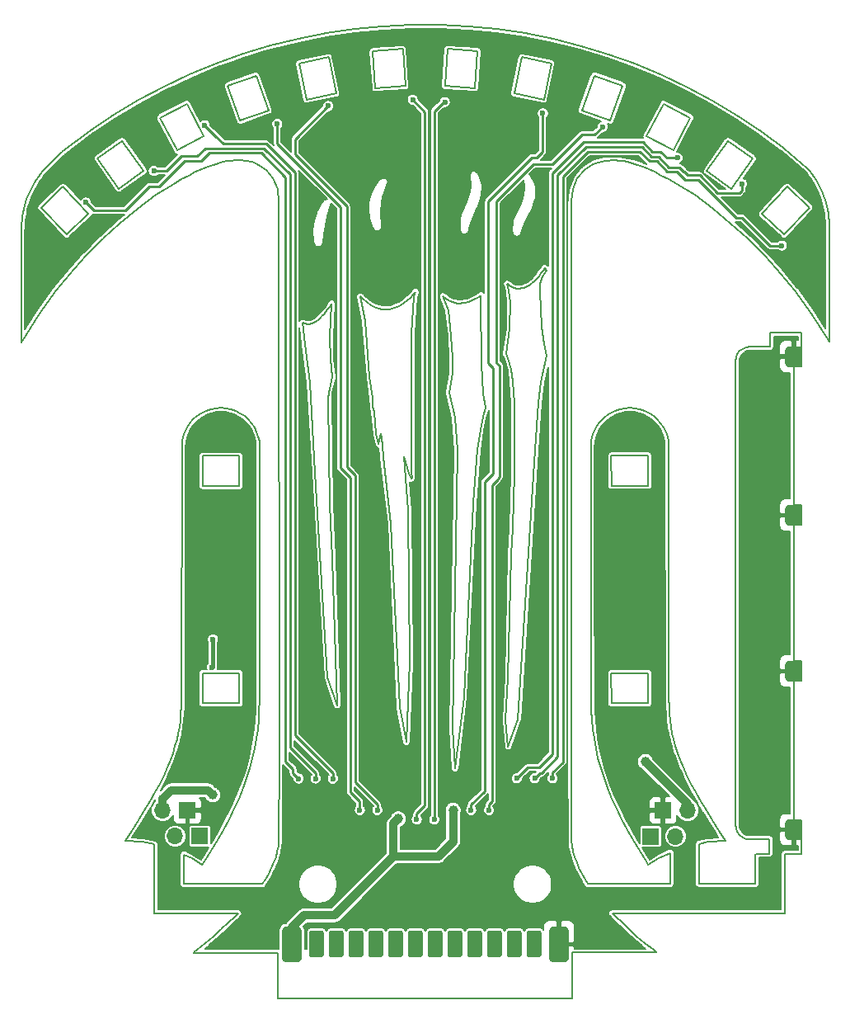
<source format=gbl>
G04 #@! TF.GenerationSoftware,KiCad,Pcbnew,(5.0.2)-1*
G04 #@! TF.CreationDate,2019-06-30T15:53:45+02:00*
G04 #@! TF.ProjectId,PCB_Fujitora_morro,5043425f-4675-46a6-9974-6f72615f6d6f,rev?*
G04 #@! TF.SameCoordinates,PX5aa8f70PY8620d10*
G04 #@! TF.FileFunction,Copper,L2,Bot*
G04 #@! TF.FilePolarity,Positive*
%FSLAX46Y46*%
G04 Gerber Fmt 4.6, Leading zero omitted, Abs format (unit mm)*
G04 Created by KiCad (PCBNEW (5.0.2)-1) date 30/06/2019 15:53:45*
%MOMM*%
%LPD*%
G01*
G04 APERTURE LIST*
G04 #@! TA.AperFunction,NonConductor*
%ADD10C,0.200000*%
G04 #@! TD*
G04 #@! TA.AperFunction,Conductor*
%ADD11C,0.100000*%
G04 #@! TD*
G04 #@! TA.AperFunction,ComponentPad*
%ADD12C,1.500000*%
G04 #@! TD*
G04 #@! TA.AperFunction,ComponentPad*
%ADD13C,2.000000*%
G04 #@! TD*
G04 #@! TA.AperFunction,ComponentPad*
%ADD14R,1.700000X1.700000*%
G04 #@! TD*
G04 #@! TA.AperFunction,ComponentPad*
%ADD15O,1.700000X1.700000*%
G04 #@! TD*
G04 #@! TA.AperFunction,SMDPad,CuDef*
%ADD16C,1.750000*%
G04 #@! TD*
G04 #@! TA.AperFunction,ViaPad*
%ADD17C,1.000000*%
G04 #@! TD*
G04 #@! TA.AperFunction,ViaPad*
%ADD18C,0.600000*%
G04 #@! TD*
G04 #@! TA.AperFunction,Conductor*
%ADD19C,0.850000*%
G04 #@! TD*
G04 #@! TA.AperFunction,Conductor*
%ADD20C,0.250000*%
G04 #@! TD*
G04 #@! TA.AperFunction,Conductor*
%ADD21C,0.400000*%
G04 #@! TD*
G04 #@! TA.AperFunction,Conductor*
%ADD22C,0.200000*%
G04 #@! TD*
G04 APERTURE END LIST*
D10*
X56388000Y-3302000D02*
X56388000Y0D01*
X26162000Y-3302000D02*
X56388000Y-3302000D01*
X26162000Y0D02*
X26162000Y-3302000D01*
X26162000Y1397000D02*
X17526000Y1397000D01*
X56388000Y0D02*
X56388000Y1397000D01*
X26162000Y1397000D02*
X26162000Y0D01*
X76616560Y11557000D02*
X75224640Y11557000D01*
X76616560Y13055600D02*
X76616560Y11557000D01*
X76677520Y63581280D02*
X74640440Y63586360D01*
X76682600Y65024000D02*
X76677520Y63581280D01*
X13487400Y5461000D02*
X13487400Y12522200D01*
X22072600Y5461000D02*
X13487400Y5461000D01*
X16484600Y8458200D02*
X16484600Y11480800D01*
X24561800Y8458200D02*
X16484600Y8458200D01*
X74625200Y13055600D02*
X76626720Y13055600D01*
X78232000Y5461000D02*
X78232000Y11557000D01*
X69392800Y5461000D02*
X78232000Y5461000D01*
X75209400Y8483600D02*
X75209400Y11551920D01*
X69392800Y8483600D02*
X75209400Y8483600D01*
X69392800Y8483600D02*
X69392800Y12573000D01*
X60502800Y5461000D02*
X69392800Y5461000D01*
X66446400Y8458200D02*
X66446400Y11633200D01*
X58013600Y8458200D02*
X66446400Y8458200D01*
X51240617Y69577211D02*
X51497287Y69649085D01*
X44366983Y68086404D02*
X44621921Y68047983D01*
X50465078Y69610286D02*
X50720783Y69556957D01*
X45410642Y68100642D02*
X45678696Y68172080D01*
X47048965Y61861837D02*
X46944830Y68544625D01*
X44117244Y62429976D02*
X44087729Y60859651D01*
X47215907Y56375914D02*
X46944965Y55042360D01*
X50980664Y69545922D02*
X51240617Y69577211D01*
X50720783Y69556957D02*
X50980664Y69545922D01*
X49749161Y70002249D02*
X49978281Y69835578D01*
X50216978Y69704070D02*
X50465078Y69610286D01*
X49978281Y69835578D02*
X50216978Y69704070D01*
X43203774Y68689170D02*
X43419034Y68516580D01*
X45678696Y68172080D02*
X45948791Y68269186D01*
X46772982Y68708774D02*
X47019200Y68879791D01*
X47048965Y61861837D02*
X47269791Y58813756D01*
X49690323Y70055651D02*
X49749161Y70002249D01*
X46495650Y68537961D02*
X46772982Y68708774D01*
X45948791Y68269186D02*
X46221026Y68391313D01*
X44881581Y68037858D02*
X45144775Y68055637D01*
X44621921Y68047983D02*
X44881581Y68037858D01*
X46223597Y47543694D02*
X46668877Y53005971D01*
X47520126Y57335999D02*
X47269791Y58813756D01*
X45144775Y68055637D02*
X45410642Y68100642D01*
X43672334Y67335197D02*
X43962991Y64731110D01*
X44348400Y20320000D02*
X44073929Y24393265D01*
X44117244Y62429976D02*
X43962991Y64731110D01*
X44624087Y52940207D02*
X44073929Y24393265D01*
X47215907Y56375914D02*
X47520126Y57335999D01*
X44348400Y20320000D02*
X45259424Y27635178D01*
X44324505Y56301496D02*
X44624087Y52940207D01*
X47019200Y68879791D02*
X46944830Y68544625D01*
X46668877Y53005971D02*
X46944965Y55042360D01*
X49884965Y69332705D02*
X49690323Y70055651D01*
X46221026Y68391313D02*
X46495650Y68537961D01*
X44118111Y68153094D02*
X44366983Y68086404D01*
X43876576Y68247587D02*
X44118111Y68153094D01*
X43419034Y68516580D02*
X43643359Y68369071D01*
X44087729Y60859651D02*
X43739916Y58867383D01*
X43672334Y67335197D02*
X43102839Y68785478D01*
X43643359Y68369071D02*
X43876576Y68247587D01*
X43102839Y68785478D02*
X43203774Y68689170D01*
X46223597Y47543694D02*
X45259424Y27635178D01*
X44324505Y56301496D02*
X43739916Y58867383D01*
X24173981Y25319701D02*
X24082586Y24342793D01*
X19288897Y11848527D02*
X18613472Y10749760D01*
X24082586Y24342793D02*
X23951561Y23357616D01*
X36973222Y52263883D02*
X37787555Y45408935D01*
X14014735Y18768130D02*
X14434425Y19613213D01*
X22951728Y19317647D02*
X22572245Y18280629D01*
X22572245Y18280629D02*
X22140423Y17232691D01*
X35103140Y66210567D02*
X35583223Y60443744D01*
X36252225Y54648948D02*
X36052503Y56889804D01*
X36720995Y54713550D02*
X36514750Y53604941D01*
X36973222Y52263883D02*
X36892580Y53548993D01*
X19253095Y57171265D02*
X19766266Y57273342D01*
X21657851Y16174163D02*
X21127175Y15105599D01*
X16484600Y11480800D02*
X17306318Y11083354D01*
X10497857Y12886666D02*
X11162060Y13928463D01*
X64298480Y56771664D02*
X63829214Y57003080D01*
X19766266Y57273342D02*
X20288371Y57307562D01*
X20288371Y57307562D02*
X20810476Y57273342D01*
X20810476Y57273342D02*
X21323647Y57171265D01*
X21323647Y57171265D02*
X21819105Y57003080D01*
X23461785Y55742608D02*
X23752473Y55307562D01*
X23752473Y55307562D02*
X23983889Y54838296D01*
X20552104Y14027772D02*
X19937403Y12941676D01*
X19937403Y12941676D02*
X19288897Y11848527D01*
X65993999Y54838296D02*
X65762582Y55307562D01*
X13541489Y17881149D02*
X14014735Y18768130D01*
X39344600Y23037800D02*
X38677375Y26566047D01*
X21819105Y57003080D02*
X22288371Y56771664D01*
X22288371Y56771664D02*
X22723417Y56480976D01*
X22723417Y56480976D02*
X23116798Y56135989D01*
X23116798Y56135989D02*
X23461785Y55742608D01*
X24262243Y27253793D02*
X24231572Y26289556D01*
X17306318Y11083354D02*
X18390696Y10395986D01*
X35873884Y58323432D02*
X35583223Y60443744D01*
X23983889Y54838296D02*
X24152075Y54342838D01*
X24152075Y54342838D02*
X24254151Y53829667D01*
X24254151Y53829667D02*
X24288371Y53307562D01*
X23951561Y23357616D02*
X23776140Y22363176D01*
X24288371Y37713898D02*
X24288371Y53307562D01*
X66298480Y53307562D02*
X66264260Y53829667D01*
X24273938Y28214072D02*
X24262243Y27253793D01*
X36514750Y53604941D02*
X36252225Y54648948D01*
X35921240Y57411807D02*
X35873884Y58323432D01*
X36892580Y53548993D02*
X36720995Y54713550D01*
X18613472Y10749760D02*
X18390696Y10395986D01*
X10497857Y12886666D02*
X12252064Y12773025D01*
X24231572Y26289556D02*
X24173981Y25319701D01*
X23776140Y22363176D02*
X23552616Y21358699D01*
X12252064Y12773025D02*
X13487400Y12522200D01*
X23552616Y21358699D02*
X23278342Y20343633D01*
X38677375Y26566047D02*
X37787555Y45408935D01*
X21127175Y15105599D02*
X20552104Y14027772D01*
X14434425Y19613213D02*
X14800720Y20416685D01*
X35921240Y57411807D02*
X36052503Y56889804D01*
X23278342Y20343633D02*
X22951728Y19317647D01*
X22140423Y17232691D02*
X21657851Y16174163D01*
X22207765Y49301362D02*
X22203625Y52401362D01*
X53167900Y59950644D02*
X53755249Y62678045D01*
X50124135Y61205461D02*
X49809105Y62458267D01*
X53167900Y59950644D02*
X52918065Y57809856D01*
X51995393Y69904410D02*
X52237403Y70083708D01*
X35103140Y66210567D02*
X34613202Y68749775D01*
X53466473Y63826445D02*
X53254567Y65633550D01*
X53737776Y71375246D02*
X53556787Y71688736D01*
X37687440Y67455470D02*
X38070484Y67546145D01*
X36891983Y67437476D02*
X37293589Y67417830D01*
X34875748Y68478023D02*
X35273301Y68139376D01*
X53304175Y70761138D02*
X53111994Y70043906D01*
X52947780Y70816993D02*
X53182496Y71125910D01*
X50774600Y25298400D02*
X52549655Y53006282D01*
X36486199Y67517660D02*
X36891983Y67437476D01*
X53089513Y69242774D02*
X53254567Y65633550D01*
X53304175Y70761138D02*
X53737776Y71375246D01*
X34613202Y68749775D02*
X34875748Y68478023D01*
X52712565Y70540313D02*
X52947780Y70816993D01*
X50423714Y57844169D02*
X50295720Y60040904D01*
X50424725Y50607082D02*
X50423714Y57844169D01*
X52476090Y70295836D02*
X52712565Y70540313D01*
X50424725Y50607082D02*
X50266333Y44968313D01*
X39344600Y23037800D02*
X39684254Y31241579D01*
X39684254Y31241579D02*
X39517316Y46727505D01*
X39135208Y52345801D02*
X39517316Y46727505D01*
X39653220Y50526874D02*
X39135208Y52345801D01*
X39829953Y50065145D02*
X39653220Y50526874D01*
X39920896Y50185699D02*
X39829953Y50065145D01*
X39920896Y50185699D02*
X39861360Y50663575D01*
X39861360Y50663575D02*
X39866373Y64868669D01*
X40072608Y68950085D02*
X40297381Y69222823D01*
X35273301Y68139376D02*
X35674816Y67867354D01*
X40157909Y68748857D02*
X39866373Y64868669D01*
X40157909Y68748857D02*
X40297381Y69222823D01*
X36079623Y67660503D02*
X36486199Y67517660D01*
X39776135Y68633875D02*
X40072608Y68950085D01*
X39138020Y68089107D02*
X39464557Y68345761D01*
X49809400Y22580600D02*
X50774600Y25298400D01*
X37293589Y67417830D02*
X37687440Y67455470D01*
X51748941Y69758957D02*
X51995393Y69904410D01*
X50020002Y68075779D02*
X49966116Y65450402D01*
X49966116Y65450402D02*
X49586904Y62859714D01*
X50102291Y42245240D02*
X50266333Y44968313D01*
X49809400Y22580600D02*
X49555771Y25256758D01*
X53755249Y62678045D02*
X53466473Y63826445D01*
X51497287Y69649085D02*
X51748941Y69758957D01*
X53089513Y69242774D02*
X53111994Y70043906D01*
X53182496Y71125910D02*
X53376913Y71403040D01*
X52237403Y70083708D02*
X52476090Y70295836D01*
X50102291Y42245240D02*
X49794802Y29610429D01*
X50295720Y60040904D02*
X50124135Y61205461D01*
X39464557Y68345761D02*
X39776135Y68633875D01*
X38796635Y67867549D02*
X39138020Y68089107D01*
X38440611Y67685088D02*
X38796635Y67867549D01*
X38070484Y67546145D02*
X38440611Y67685088D01*
X35674816Y67867354D02*
X36079623Y67660503D01*
X50020002Y68075779D02*
X49884965Y69332705D01*
X52918065Y57809856D02*
X52549655Y53006282D01*
X49809105Y62458267D02*
X49586904Y62859714D01*
X49794802Y29610429D02*
X49555771Y25256758D01*
X2304782Y81925869D02*
X2048439Y81635260D01*
X496525Y79106363D02*
X364890Y78764748D01*
X1655739Y67018976D02*
X-203200Y64008000D01*
X9916567Y76253155D02*
X8167191Y74669936D01*
X364890Y78764748D02*
X247111Y78417465D01*
X53122Y77705898D02*
X-23089Y77341613D01*
X1577322Y81037040D02*
X1362549Y80729429D01*
X13637657Y79152756D02*
X11741522Y77748630D01*
X642017Y79442311D02*
X496525Y79106363D01*
X-203200Y75438000D02*
X-203200Y64008000D01*
X21780405Y82710024D02*
X21382027Y82685830D01*
X2048439Y81635260D02*
X1805953Y81338984D01*
X1362549Y80729429D02*
X1161631Y80416150D01*
X1161631Y80416150D02*
X974570Y80097204D01*
X1805953Y81338984D02*
X1577322Y81037040D01*
X3361129Y69351413D02*
X1655739Y67018976D01*
X5203596Y71577157D02*
X3361129Y69351413D01*
X22156382Y82709259D02*
X21780405Y82710024D01*
X3987800Y83566000D02*
X2574981Y82210811D01*
X81944183Y79721711D02*
X82089675Y79385763D01*
X60429818Y82709259D02*
X60805795Y82710024D01*
X59414367Y82587404D02*
X59736149Y82645242D01*
X57605878Y81709523D02*
X58527340Y82334599D01*
X82221310Y79044148D02*
X82339089Y78696865D01*
X81784834Y80051991D02*
X81944183Y79721711D01*
X20026549Y82428685D02*
X19511275Y82269210D01*
X76088593Y73002787D02*
X77382604Y71577157D01*
X59106727Y82515324D02*
X59414367Y82587404D01*
X16284017Y80753313D02*
X15473448Y80282912D01*
X60073971Y82686705D02*
X60429818Y82709259D01*
X14593740Y79750107D02*
X13637657Y79152756D01*
X59106727Y82515324D02*
X58527340Y82334599D01*
X59736149Y82645242D02*
X60073971Y82686705D01*
X82775565Y76107202D02*
X82782493Y75714580D01*
X18958464Y82066619D02*
X18364061Y81817219D01*
X-189365Y75827802D02*
X-203200Y75438000D01*
X-23089Y77341613D02*
X-85442Y76971661D01*
X-133939Y76596042D02*
X-168580Y76214755D01*
X974570Y80097204D02*
X801366Y79772591D01*
X6497607Y73002787D02*
X5203596Y71577157D01*
X8167191Y74669936D02*
X6497607Y73002787D01*
X-168580Y76214755D02*
X-189365Y75827802D01*
X2574981Y82210811D02*
X2304782Y81925869D01*
X247111Y78417465D02*
X143188Y78064515D01*
X143188Y78064515D02*
X53122Y77705898D01*
X11741522Y77748630D02*
X9916567Y76253155D01*
X801366Y79772591D02*
X642017Y79442311D01*
X19511275Y82269210D02*
X18958464Y82066619D01*
X-85442Y76971661D02*
X-133939Y76596042D01*
X81223651Y81008829D02*
X81424569Y80695550D01*
X67112752Y80282912D02*
X67992460Y79750107D01*
X68948543Y79152756D02*
X70844678Y77748630D01*
X82720139Y76875442D02*
X82754780Y76494155D01*
X25486187Y10073753D02*
X25737528Y10652727D01*
X65040653Y1426511D02*
X56388000Y1426511D01*
X19807201Y92640043D02*
X17094642Y91518782D01*
X17094642Y91518782D02*
X14440367Y90265773D01*
X62236263Y3791376D02*
X61506301Y4467787D01*
X22289744Y82700807D02*
X22156382Y82709259D01*
X57739712Y8893129D02*
X57392990Y9487395D01*
X58013600Y8458200D02*
X57739712Y8893129D01*
X56482789Y11790623D02*
X56374196Y12350593D01*
X28228636Y95187949D02*
X25380912Y94476839D01*
X56298404Y21455202D02*
X56307948Y78511522D01*
X25674573Y80863879D02*
X24981190Y81709523D01*
X24981190Y81709523D02*
X24059729Y82334599D01*
X26263457Y78511522D02*
X26111484Y79797464D01*
X56313099Y12905278D02*
X56298404Y21455202D01*
X57093979Y10073753D02*
X56842638Y10652727D01*
X56374196Y12350593D02*
X56313099Y12905278D01*
X31107821Y95758471D02*
X28228636Y95187949D01*
X56638922Y11224842D02*
X56482789Y11790623D01*
X19565843Y3102336D02*
X20343903Y3791376D01*
X21755772Y5132095D02*
X22072600Y5461000D01*
X6890404Y85747983D02*
X3987800Y83566000D01*
X39864512Y96614479D02*
X36932776Y96472596D01*
X26277882Y21383416D02*
X26279663Y21455206D01*
X65040653Y1426511D02*
X64714911Y1684273D01*
X22289744Y82700807D02*
X23499121Y82537678D01*
X25187176Y9487395D02*
X25486187Y10073753D01*
X63014323Y3102336D02*
X62236263Y3791376D01*
X26097377Y11790623D02*
X26205971Y12350593D01*
X24840455Y8893129D02*
X25187176Y9487395D01*
X23499121Y82537678D02*
X24059729Y82334599D01*
X26279663Y21455206D02*
X26263457Y78511522D01*
X24561800Y8458200D02*
X24840455Y8893129D01*
X34011533Y96187031D02*
X31107821Y95758471D01*
X17539148Y1426511D02*
X17865255Y1684273D01*
X25941244Y11224842D02*
X26097377Y11790623D01*
X20343903Y3791376D02*
X21073865Y4467787D01*
X25737528Y10652727D02*
X25941244Y11224842D01*
X36932776Y96472596D02*
X34011533Y96187031D01*
X26205971Y12350593D02*
X26267067Y12905278D01*
X28676600Y66040000D02*
X28905569Y65954034D01*
X28905569Y65954034D02*
X29155302Y65913453D01*
X29981933Y50652292D02*
X31267400Y29692600D01*
X32232600Y26797000D02*
X31267400Y29692600D01*
X29410404Y59917105D02*
X28907839Y63844518D01*
X29410404Y59917105D02*
X29981933Y50652292D01*
X81611630Y80376604D02*
X81784834Y80051991D01*
X82609289Y77621013D02*
X82671642Y77251061D01*
X79225071Y69351413D02*
X80930461Y67018976D01*
X82778600Y75717400D02*
X82778600Y64084200D01*
X80537761Y81914660D02*
X80780247Y81618384D01*
X72669633Y76253155D02*
X74419009Y74669936D01*
X80780247Y81618384D02*
X81008878Y81316440D01*
X67992460Y79750107D02*
X68948543Y79152756D01*
X62078251Y82548791D02*
X62559651Y82428685D01*
X63074925Y82269210D02*
X63627736Y82066619D01*
X65554147Y81163857D02*
X66302183Y80753313D01*
X63627736Y82066619D02*
X64222139Y81817219D01*
X82533078Y77985298D02*
X82609289Y77621013D01*
X78114166Y83947539D02*
X80543400Y81915000D01*
X64862622Y81517434D02*
X65554147Y81163857D01*
X74419009Y74669936D02*
X76088593Y73002787D01*
X82443012Y78343915D02*
X82533078Y77985298D01*
X61627421Y82633276D02*
X62078251Y82548791D01*
X61204173Y82685830D02*
X61627421Y82633276D01*
X81008878Y81316440D02*
X81223651Y81008829D01*
X82339089Y78696865D02*
X82443012Y78343915D01*
X60805795Y82710024D02*
X61204173Y82685830D01*
X70844678Y77748630D02*
X72669633Y76253155D01*
X62559651Y82428685D02*
X63074925Y82269210D01*
X80930461Y67018976D02*
X82778600Y64084200D01*
X77382604Y71577157D02*
X79225071Y69351413D01*
X81424569Y80695550D02*
X81611630Y80376604D01*
X82089675Y79385763D02*
X82221310Y79044148D01*
X82671642Y77251061D02*
X82720139Y76875442D01*
X82754780Y76494155D02*
X82775565Y76107202D01*
X66302183Y80753313D02*
X67112752Y80282912D01*
X64222139Y81817219D02*
X64862622Y81517434D01*
X17032053Y81163857D02*
X16284017Y80753313D01*
X15473448Y80282912D02*
X14593740Y79750107D01*
X62851167Y92608637D02*
X60088300Y93599482D01*
X68214531Y90226538D02*
X65562088Y91483419D01*
X73318582Y87330208D02*
X70802107Y88841022D01*
X78055488Y84001227D02*
X78114166Y83947539D01*
X18364061Y81817219D02*
X17723578Y81517434D01*
X51555110Y95743552D02*
X48652026Y96176349D01*
X56912495Y80863879D02*
X57605878Y81709523D01*
X56475585Y79797464D02*
X56912495Y80863879D01*
X21382027Y82685830D02*
X20958779Y82633276D01*
X48652026Y96176349D02*
X45731204Y96466177D01*
X60088300Y93599482D02*
X57280143Y94453565D01*
X54433460Y95168829D02*
X51555110Y95743552D01*
X57280143Y94453565D02*
X54433460Y95168829D01*
X65562088Y91483419D02*
X62851167Y92608637D01*
X75757894Y85697736D02*
X73318582Y87330208D01*
X56307948Y78511522D02*
X56475585Y79797464D01*
X20958779Y82633276D02*
X20507949Y82548791D01*
X78055488Y84001227D02*
X75757894Y85697736D01*
X20507949Y82548791D02*
X20026549Y82428685D01*
X17723578Y81517434D02*
X17032053Y81163857D01*
X45731204Y96466177D02*
X42799678Y96612338D01*
X70802107Y88841022D02*
X68214531Y90226538D01*
X58648512Y91413646D02*
X61567496Y90369836D01*
X65763440Y88531758D02*
X64004348Y85169826D01*
X50425968Y89579318D02*
X53460670Y88946390D01*
X1837061Y77862408D02*
X4439889Y75101561D01*
X72415985Y84701469D02*
X70212511Y81612506D01*
X78130093Y75111207D02*
X80735787Y77868278D01*
X72415985Y84701469D02*
X74941642Y82903952D01*
X78480469Y79995142D02*
X80735787Y77868278D01*
X78480469Y79995142D02*
X75874240Y77237505D01*
X65763440Y88531758D02*
X68511721Y87097546D01*
X75874240Y77237505D02*
X78130093Y75111207D01*
X51205618Y93292690D02*
X54240160Y92659000D01*
X66752990Y83736304D02*
X68511721Y87097546D01*
X51205618Y93292690D02*
X50425968Y89579318D01*
X60286284Y86799181D02*
X61567496Y90369836D01*
X72738620Y79815623D02*
X74941642Y82903952D01*
X53460670Y88946390D02*
X54240160Y92659000D01*
X46405099Y90137365D02*
X46668140Y93921792D01*
X70212511Y81612506D02*
X72738620Y79815623D01*
X57367036Y87842259D02*
X60286284Y86799181D01*
X64004348Y85169826D02*
X66752990Y83736304D01*
X58648512Y91413646D02*
X57367036Y87842259D01*
X31071747Y67126646D02*
X31270771Y67378882D01*
X31456789Y67656468D02*
X31628051Y67958450D01*
X31270771Y67378882D02*
X31456789Y67656468D01*
X30106769Y66191995D02*
X30316407Y66351787D01*
X29649678Y65972495D02*
X29884192Y66064378D01*
X29884192Y66064378D02*
X30106769Y66191995D01*
X30861345Y66900750D02*
X31071747Y67126646D01*
X30669710Y66728088D02*
X30861345Y66900750D01*
X30512523Y66541028D02*
X30669710Y66728088D01*
X30316407Y66351787D02*
X30512523Y66541028D01*
X29405365Y65920695D02*
X29649678Y65972495D01*
X29155302Y65913453D02*
X29405365Y65920695D01*
X31747241Y60509194D02*
X31535334Y62316305D01*
X31498281Y64633588D02*
X31535334Y62316305D01*
X31498281Y64633588D02*
X31664684Y68035529D01*
X31628051Y67958450D02*
X31664684Y68035529D01*
X4439889Y75101561D02*
X6692681Y77231103D01*
X32232600Y26797000D02*
X31763834Y41878332D01*
X31763834Y41878332D02*
X31525173Y47408383D01*
X1837061Y77862408D02*
X4090387Y79991383D01*
X31334741Y58291987D02*
X31525173Y47408383D01*
X31366143Y58890410D02*
X31334741Y58291987D01*
X31366143Y58890410D02*
X31747241Y60509194D01*
X6692681Y77231103D02*
X4090387Y79991383D01*
X22280415Y86793141D02*
X25198159Y87840417D01*
X14059688Y87093013D02*
X16806625Y88529797D01*
X43575368Y94133389D02*
X43312273Y90348185D01*
X28330225Y92656143D02*
X31364173Y93292673D01*
X29105297Y88941813D02*
X32139086Y89579105D01*
X21003342Y90366105D02*
X22280415Y86793141D01*
X25198159Y87840417D02*
X23921349Y91412648D01*
X7630440Y82898701D02*
X9830105Y79807024D01*
X9830105Y79807024D02*
X12353627Y81607540D01*
X32139086Y89579105D02*
X31364173Y93292673D01*
X18561211Y85166389D02*
X16806625Y88529797D01*
X7630440Y82898701D02*
X10154413Y84698582D01*
X21003342Y90366105D02*
X23921349Y91412648D01*
X28330225Y92656143D02*
X29105297Y88941813D01*
X14059688Y87093013D02*
X15814634Y83728915D01*
X12353627Y81607540D02*
X10154413Y84698582D01*
X43312273Y90348185D02*
X46405099Y90137365D01*
X43575368Y94133389D02*
X46668140Y93921792D01*
X15814634Y83728915D02*
X18561211Y85166389D01*
X39252864Y90349606D02*
X38994487Y94134355D01*
X35901915Y93919863D02*
X38994487Y94134355D01*
X35901915Y93919863D02*
X36160345Y90134337D01*
X15115284Y21180065D02*
X15381125Y21906532D01*
X64192778Y49328047D02*
X60398457Y49317269D01*
X59470053Y56135989D02*
X59125067Y55742608D01*
X66984560Y22601279D02*
X66803402Y23271729D01*
X18288371Y56771664D02*
X18757638Y57003080D01*
X60298480Y56771664D02*
X59863435Y56480976D01*
X58602962Y54838296D02*
X58434777Y54342838D01*
X17114958Y55742608D02*
X17459944Y56135989D01*
X67786132Y20416685D02*
X67471567Y21180065D01*
X60767747Y57003080D02*
X60298480Y56771664D01*
X11821489Y14975651D02*
X12441316Y15983971D01*
X16592853Y54838296D02*
X16824270Y55307562D01*
X17853326Y56480976D02*
X18288371Y56771664D01*
X22203625Y30104043D02*
X18410067Y30104043D01*
X18413429Y49301362D02*
X18410067Y52401362D01*
X62820585Y57273342D02*
X62298480Y57307562D01*
X66454186Y25242983D02*
X66389957Y25929519D01*
X61263204Y57171265D02*
X60767747Y57003080D01*
X22203625Y52401362D02*
X18410067Y52401362D01*
X65126908Y56135989D02*
X64733526Y56480976D01*
X18413429Y27004043D02*
X18410067Y30104043D01*
X15381125Y21906532D02*
X15602292Y22601279D01*
X16424668Y54342838D02*
X16592853Y54838296D01*
X66446400Y11658600D02*
X65280534Y11083354D01*
X59635124Y19317647D02*
X60014606Y18280629D01*
X12441316Y15983971D02*
X13016062Y16952789D01*
X16239908Y26653865D02*
X16264585Y27429673D01*
X15602292Y22601279D02*
X15783450Y23271729D01*
X15783450Y23271729D02*
X15929382Y23927525D01*
X58834379Y55307562D02*
X58602962Y54838296D01*
X17459944Y56135989D02*
X17853326Y56480976D01*
X72088995Y12886666D02*
X70334787Y12773025D01*
X63829214Y57003080D02*
X63333757Y57171265D01*
X11821489Y14975651D02*
X11162060Y13928463D01*
X16132666Y25242983D02*
X16196895Y25929519D01*
X63333757Y57171265D02*
X62820585Y57273342D01*
X66264260Y53829667D02*
X66162184Y54342838D01*
X15929382Y23927525D02*
X16044527Y24580264D01*
X18413429Y27004043D02*
X22207765Y27004043D01*
X14800720Y20416685D02*
X15115284Y21180065D01*
X16264585Y27429673D02*
X16274818Y28269963D01*
X16288371Y53307562D02*
X16322592Y53829667D01*
X16196895Y25929519D02*
X16239908Y26653865D01*
X66542325Y24580264D02*
X66454186Y25242983D01*
X13016062Y16952789D02*
X13541489Y17881149D01*
X65762582Y55307562D02*
X65471894Y55742608D01*
X16044527Y24580264D02*
X16132666Y25242983D01*
X18413429Y49301362D02*
X22207765Y49301362D01*
X66803402Y23271729D02*
X66657469Y23927525D01*
X66389957Y25929519D02*
X66346944Y26653865D01*
X66162184Y54342838D02*
X65993999Y54838296D01*
X22207765Y27004043D02*
X22203625Y30104043D01*
X18757638Y57003080D02*
X19253095Y57171265D01*
X60929001Y16174163D02*
X61459677Y15105599D01*
X64733526Y56480976D02*
X64298480Y56771664D01*
X16322592Y53829667D02*
X16424668Y54342838D01*
X16824270Y55307562D02*
X17114958Y55742608D01*
X79941116Y29321649D02*
X79941116Y31321649D01*
X28676600Y66040000D02*
X28907839Y63844518D01*
X73141116Y14548141D02*
X73141116Y62091649D01*
X79941116Y11574941D02*
X78232000Y11557000D01*
X66298480Y53307562D02*
X66312033Y28269963D01*
X24273938Y28214072D02*
X24288371Y37713898D01*
X73580456Y13487481D02*
X73342078Y13798141D01*
X42799678Y96612338D02*
X39864512Y96614479D01*
X73580456Y63152309D02*
X73891116Y63390687D01*
X73891116Y63390687D02*
X74252888Y63540538D01*
X16274818Y28269963D02*
X16288371Y53307562D01*
X79941116Y15048141D02*
X79141116Y15048141D01*
X79941116Y47321649D02*
X79141116Y47321649D01*
X73192228Y14159913D02*
X73141116Y14548141D01*
X39252864Y90349606D02*
X36160345Y90134337D01*
X53376913Y71403040D02*
X53556787Y71688736D01*
X58312914Y28214072D02*
X58298480Y37713898D01*
X79938880Y65024000D02*
X76682600Y65024000D01*
X73192228Y62479878D02*
X73342078Y62841649D01*
X60398457Y27005087D02*
X60393791Y30105086D01*
X60446428Y17232691D02*
X60929001Y16174163D01*
X69570789Y16952789D02*
X69045362Y17881149D01*
X67205727Y21906532D02*
X66984560Y22601279D01*
X62298480Y57307562D02*
X61776376Y57273342D01*
X70334787Y12773025D02*
X69392800Y12573000D01*
X63297955Y11848527D02*
X63973380Y10749760D01*
X66657469Y23927525D02*
X66542325Y24580264D01*
X58312914Y28214072D02*
X58324609Y27253793D01*
X58355280Y26289556D02*
X58412871Y25319701D01*
X79941116Y61591649D02*
X79141116Y61591649D01*
X64192778Y49328047D02*
X64187334Y52428044D01*
X79141116Y15048141D02*
X79141116Y29321649D01*
X66346944Y26653865D02*
X66322267Y27429673D01*
X73141116Y62091649D02*
X73192228Y62479878D01*
X70765363Y14975651D02*
X70145536Y15983971D01*
X61459677Y15105599D02*
X62034748Y14027772D01*
X68572116Y18768130D02*
X68152427Y19613213D01*
X58298480Y37713898D02*
X58298480Y53307562D01*
X70765363Y14975651D02*
X71424791Y13928463D01*
X62649449Y12941676D02*
X63297955Y11848527D01*
X58635291Y23357616D02*
X58810712Y22363176D01*
X79941116Y45321649D02*
X79941116Y47321649D01*
X69045362Y17881149D02*
X68572116Y18768130D01*
X79941116Y31321649D02*
X79141116Y31321649D01*
X73342078Y13798141D02*
X73192228Y14159913D01*
X79941116Y65024000D02*
X79941116Y61591649D01*
X59125067Y55742608D02*
X58834379Y55307562D01*
X58332701Y53829667D02*
X58298480Y53307562D01*
X60393791Y52417268D02*
X64187334Y52428044D01*
X68152427Y19613213D02*
X67786132Y20416685D01*
X72088995Y12886666D02*
X71424791Y13928463D01*
X58412871Y25319701D02*
X58504266Y24342793D01*
X61776376Y57273342D02*
X61263204Y57171265D01*
X59863435Y56480976D02*
X59470053Y56135989D01*
X62034748Y14027772D02*
X62649449Y12941676D01*
X58810712Y22363176D02*
X59034236Y21358699D01*
X74252888Y63540538D02*
X74640440Y63586360D01*
X58504266Y24342793D02*
X58635291Y23357616D01*
X74252888Y13099253D02*
X73891116Y13249103D01*
X60393791Y30105086D02*
X64187334Y30115862D01*
X79941116Y11577320D02*
X79941116Y15048141D01*
X63973380Y10749760D02*
X64196155Y10395986D01*
X73342078Y62841649D02*
X73580456Y63152309D01*
X67471567Y21180065D02*
X67205727Y21906532D01*
X79141116Y47321649D02*
X79141116Y61591649D01*
X79141116Y29321649D02*
X79941116Y29321649D01*
X66322267Y27429673D02*
X66312033Y28269963D01*
X79141116Y31321649D02*
X79141116Y45321649D01*
X79141116Y45321649D02*
X79941116Y45321649D01*
X58324609Y27253793D02*
X58355280Y26289556D01*
X70145536Y15983971D02*
X69570789Y16952789D01*
X60398457Y49317269D02*
X60393791Y52417268D01*
X58434777Y54342838D02*
X58332701Y53829667D01*
X74641116Y13048141D02*
X74252888Y13099253D01*
X64192778Y27015865D02*
X64187334Y30115862D01*
X59308510Y20343633D02*
X59635124Y19317647D01*
X59034236Y21358699D02*
X59308510Y20343633D01*
X65280534Y11083354D02*
X64196155Y10395986D01*
X65471894Y55742608D02*
X65126908Y56135989D01*
X73891116Y13249103D02*
X73580456Y13487481D01*
X60014606Y18280629D02*
X60446428Y17232691D01*
X64192778Y27015865D02*
X60398457Y27005087D01*
X25380912Y94476839D02*
X22571511Y93626855D01*
X26111484Y79797464D02*
X25674573Y80863879D01*
X11850772Y88884034D02*
X9332095Y87376894D01*
X64714911Y1684273D02*
X63840525Y2400143D01*
X63840525Y2400143D02*
X63014323Y3102336D01*
X22571511Y93626855D02*
X19807201Y92640043D01*
X18739641Y2400143D02*
X19565843Y3102336D01*
X56842638Y10652727D02*
X56638922Y11224842D01*
X61506301Y4467787D02*
X60824394Y5132095D01*
X57392990Y9487395D02*
X57093979Y10073753D01*
X14440367Y90265773D02*
X11850772Y88884034D01*
X60824394Y5132095D02*
X60502800Y5461000D01*
X21073865Y4467787D02*
X21755772Y5132095D01*
X9332095Y87376894D02*
X6890404Y85747983D01*
X26267067Y12905278D02*
X26277882Y21383416D01*
X17865255Y1684273D02*
X18739641Y2400143D01*
D11*
G04 #@! TO.N,/S1*
G04 #@! TO.C,MORRO1*
G36*
X30671454Y3669717D02*
X30693295Y3666477D01*
X30714714Y3661112D01*
X30735504Y3653673D01*
X30755464Y3644232D01*
X30774403Y3632881D01*
X30792138Y3619727D01*
X30808499Y3604899D01*
X30823327Y3588538D01*
X30836481Y3570803D01*
X30847832Y3551864D01*
X30857273Y3531904D01*
X30864712Y3511114D01*
X30870077Y3489695D01*
X30873317Y3467854D01*
X30874400Y3445800D01*
X30874400Y1195800D01*
X30873317Y1173746D01*
X30870077Y1151905D01*
X30864712Y1130486D01*
X30857273Y1109696D01*
X30847832Y1089736D01*
X30836481Y1070797D01*
X30823327Y1053062D01*
X30808499Y1036701D01*
X30792138Y1021873D01*
X30774403Y1008719D01*
X30755464Y997368D01*
X30735504Y987927D01*
X30714714Y980488D01*
X30693295Y975123D01*
X30671454Y971883D01*
X30649400Y970800D01*
X29599400Y970800D01*
X29577346Y971883D01*
X29555505Y975123D01*
X29534086Y980488D01*
X29513296Y987927D01*
X29493336Y997368D01*
X29474397Y1008719D01*
X29456662Y1021873D01*
X29440301Y1036701D01*
X29425473Y1053062D01*
X29412319Y1070797D01*
X29400968Y1089736D01*
X29391527Y1109696D01*
X29384088Y1130486D01*
X29378723Y1151905D01*
X29375483Y1173746D01*
X29374400Y1195800D01*
X29374400Y3445800D01*
X29375483Y3467854D01*
X29378723Y3489695D01*
X29384088Y3511114D01*
X29391527Y3531904D01*
X29400968Y3551864D01*
X29412319Y3570803D01*
X29425473Y3588538D01*
X29440301Y3604899D01*
X29456662Y3619727D01*
X29474397Y3632881D01*
X29493336Y3644232D01*
X29513296Y3653673D01*
X29534086Y3661112D01*
X29555505Y3666477D01*
X29577346Y3669717D01*
X29599400Y3670800D01*
X30649400Y3670800D01*
X30671454Y3669717D01*
X30671454Y3669717D01*
G37*
D12*
G04 #@! TD*
G04 #@! TO.P,MORRO1,2*
G04 #@! TO.N,/S1*
X30124400Y2320800D03*
D11*
G04 #@! TO.N,+3V3*
G04 #@! TO.C,MORRO1*
G36*
X28133409Y4114392D02*
X28181945Y4107193D01*
X28229542Y4095270D01*
X28275742Y4078740D01*
X28320098Y4057761D01*
X28362185Y4032535D01*
X28401597Y4003305D01*
X28437953Y3970353D01*
X28470905Y3933997D01*
X28500135Y3894585D01*
X28525361Y3852498D01*
X28546340Y3808142D01*
X28562870Y3761942D01*
X28574793Y3714345D01*
X28581992Y3665809D01*
X28584400Y3616800D01*
X28584400Y916800D01*
X28581992Y867791D01*
X28574793Y819255D01*
X28562870Y771658D01*
X28546340Y725458D01*
X28525361Y681102D01*
X28500135Y639015D01*
X28470905Y599603D01*
X28437953Y563247D01*
X28401597Y530295D01*
X28362185Y501065D01*
X28320098Y475839D01*
X28275742Y454860D01*
X28229542Y438330D01*
X28181945Y426407D01*
X28133409Y419208D01*
X28084400Y416800D01*
X27084400Y416800D01*
X27035391Y419208D01*
X26986855Y426407D01*
X26939258Y438330D01*
X26893058Y454860D01*
X26848702Y475839D01*
X26806615Y501065D01*
X26767203Y530295D01*
X26730847Y563247D01*
X26697895Y599603D01*
X26668665Y639015D01*
X26643439Y681102D01*
X26622460Y725458D01*
X26605930Y771658D01*
X26594007Y819255D01*
X26586808Y867791D01*
X26584400Y916800D01*
X26584400Y3616800D01*
X26586808Y3665809D01*
X26594007Y3714345D01*
X26605930Y3761942D01*
X26622460Y3808142D01*
X26643439Y3852498D01*
X26668665Y3894585D01*
X26697895Y3933997D01*
X26730847Y3970353D01*
X26767203Y4003305D01*
X26806615Y4032535D01*
X26848702Y4057761D01*
X26893058Y4078740D01*
X26939258Y4095270D01*
X26986855Y4107193D01*
X27035391Y4114392D01*
X27084400Y4116800D01*
X28084400Y4116800D01*
X28133409Y4114392D01*
X28133409Y4114392D01*
G37*
D13*
G04 #@! TD*
G04 #@! TO.P,MORRO1,1*
G04 #@! TO.N,+3V3*
X27584400Y2266800D03*
D11*
G04 #@! TO.N,/S2*
G04 #@! TO.C,MORRO1*
G36*
X32703454Y3669717D02*
X32725295Y3666477D01*
X32746714Y3661112D01*
X32767504Y3653673D01*
X32787464Y3644232D01*
X32806403Y3632881D01*
X32824138Y3619727D01*
X32840499Y3604899D01*
X32855327Y3588538D01*
X32868481Y3570803D01*
X32879832Y3551864D01*
X32889273Y3531904D01*
X32896712Y3511114D01*
X32902077Y3489695D01*
X32905317Y3467854D01*
X32906400Y3445800D01*
X32906400Y1195800D01*
X32905317Y1173746D01*
X32902077Y1151905D01*
X32896712Y1130486D01*
X32889273Y1109696D01*
X32879832Y1089736D01*
X32868481Y1070797D01*
X32855327Y1053062D01*
X32840499Y1036701D01*
X32824138Y1021873D01*
X32806403Y1008719D01*
X32787464Y997368D01*
X32767504Y987927D01*
X32746714Y980488D01*
X32725295Y975123D01*
X32703454Y971883D01*
X32681400Y970800D01*
X31631400Y970800D01*
X31609346Y971883D01*
X31587505Y975123D01*
X31566086Y980488D01*
X31545296Y987927D01*
X31525336Y997368D01*
X31506397Y1008719D01*
X31488662Y1021873D01*
X31472301Y1036701D01*
X31457473Y1053062D01*
X31444319Y1070797D01*
X31432968Y1089736D01*
X31423527Y1109696D01*
X31416088Y1130486D01*
X31410723Y1151905D01*
X31407483Y1173746D01*
X31406400Y1195800D01*
X31406400Y3445800D01*
X31407483Y3467854D01*
X31410723Y3489695D01*
X31416088Y3511114D01*
X31423527Y3531904D01*
X31432968Y3551864D01*
X31444319Y3570803D01*
X31457473Y3588538D01*
X31472301Y3604899D01*
X31488662Y3619727D01*
X31506397Y3632881D01*
X31525336Y3644232D01*
X31545296Y3653673D01*
X31566086Y3661112D01*
X31587505Y3666477D01*
X31609346Y3669717D01*
X31631400Y3670800D01*
X32681400Y3670800D01*
X32703454Y3669717D01*
X32703454Y3669717D01*
G37*
D12*
G04 #@! TD*
G04 #@! TO.P,MORRO1,3*
G04 #@! TO.N,/S2*
X32156400Y2320800D03*
D11*
G04 #@! TO.N,/S3*
G04 #@! TO.C,MORRO1*
G36*
X34735454Y3669717D02*
X34757295Y3666477D01*
X34778714Y3661112D01*
X34799504Y3653673D01*
X34819464Y3644232D01*
X34838403Y3632881D01*
X34856138Y3619727D01*
X34872499Y3604899D01*
X34887327Y3588538D01*
X34900481Y3570803D01*
X34911832Y3551864D01*
X34921273Y3531904D01*
X34928712Y3511114D01*
X34934077Y3489695D01*
X34937317Y3467854D01*
X34938400Y3445800D01*
X34938400Y1195800D01*
X34937317Y1173746D01*
X34934077Y1151905D01*
X34928712Y1130486D01*
X34921273Y1109696D01*
X34911832Y1089736D01*
X34900481Y1070797D01*
X34887327Y1053062D01*
X34872499Y1036701D01*
X34856138Y1021873D01*
X34838403Y1008719D01*
X34819464Y997368D01*
X34799504Y987927D01*
X34778714Y980488D01*
X34757295Y975123D01*
X34735454Y971883D01*
X34713400Y970800D01*
X33663400Y970800D01*
X33641346Y971883D01*
X33619505Y975123D01*
X33598086Y980488D01*
X33577296Y987927D01*
X33557336Y997368D01*
X33538397Y1008719D01*
X33520662Y1021873D01*
X33504301Y1036701D01*
X33489473Y1053062D01*
X33476319Y1070797D01*
X33464968Y1089736D01*
X33455527Y1109696D01*
X33448088Y1130486D01*
X33442723Y1151905D01*
X33439483Y1173746D01*
X33438400Y1195800D01*
X33438400Y3445800D01*
X33439483Y3467854D01*
X33442723Y3489695D01*
X33448088Y3511114D01*
X33455527Y3531904D01*
X33464968Y3551864D01*
X33476319Y3570803D01*
X33489473Y3588538D01*
X33504301Y3604899D01*
X33520662Y3619727D01*
X33538397Y3632881D01*
X33557336Y3644232D01*
X33577296Y3653673D01*
X33598086Y3661112D01*
X33619505Y3666477D01*
X33641346Y3669717D01*
X33663400Y3670800D01*
X34713400Y3670800D01*
X34735454Y3669717D01*
X34735454Y3669717D01*
G37*
D12*
G04 #@! TD*
G04 #@! TO.P,MORRO1,4*
G04 #@! TO.N,/S3*
X34188400Y2320800D03*
D11*
G04 #@! TO.N,/S4*
G04 #@! TO.C,MORRO1*
G36*
X36767454Y3669717D02*
X36789295Y3666477D01*
X36810714Y3661112D01*
X36831504Y3653673D01*
X36851464Y3644232D01*
X36870403Y3632881D01*
X36888138Y3619727D01*
X36904499Y3604899D01*
X36919327Y3588538D01*
X36932481Y3570803D01*
X36943832Y3551864D01*
X36953273Y3531904D01*
X36960712Y3511114D01*
X36966077Y3489695D01*
X36969317Y3467854D01*
X36970400Y3445800D01*
X36970400Y1195800D01*
X36969317Y1173746D01*
X36966077Y1151905D01*
X36960712Y1130486D01*
X36953273Y1109696D01*
X36943832Y1089736D01*
X36932481Y1070797D01*
X36919327Y1053062D01*
X36904499Y1036701D01*
X36888138Y1021873D01*
X36870403Y1008719D01*
X36851464Y997368D01*
X36831504Y987927D01*
X36810714Y980488D01*
X36789295Y975123D01*
X36767454Y971883D01*
X36745400Y970800D01*
X35695400Y970800D01*
X35673346Y971883D01*
X35651505Y975123D01*
X35630086Y980488D01*
X35609296Y987927D01*
X35589336Y997368D01*
X35570397Y1008719D01*
X35552662Y1021873D01*
X35536301Y1036701D01*
X35521473Y1053062D01*
X35508319Y1070797D01*
X35496968Y1089736D01*
X35487527Y1109696D01*
X35480088Y1130486D01*
X35474723Y1151905D01*
X35471483Y1173746D01*
X35470400Y1195800D01*
X35470400Y3445800D01*
X35471483Y3467854D01*
X35474723Y3489695D01*
X35480088Y3511114D01*
X35487527Y3531904D01*
X35496968Y3551864D01*
X35508319Y3570803D01*
X35521473Y3588538D01*
X35536301Y3604899D01*
X35552662Y3619727D01*
X35570397Y3632881D01*
X35589336Y3644232D01*
X35609296Y3653673D01*
X35630086Y3661112D01*
X35651505Y3666477D01*
X35673346Y3669717D01*
X35695400Y3670800D01*
X36745400Y3670800D01*
X36767454Y3669717D01*
X36767454Y3669717D01*
G37*
D12*
G04 #@! TD*
G04 #@! TO.P,MORRO1,5*
G04 #@! TO.N,/S4*
X36220400Y2320800D03*
D11*
G04 #@! TO.N,/S5*
G04 #@! TO.C,MORRO1*
G36*
X38799454Y3669717D02*
X38821295Y3666477D01*
X38842714Y3661112D01*
X38863504Y3653673D01*
X38883464Y3644232D01*
X38902403Y3632881D01*
X38920138Y3619727D01*
X38936499Y3604899D01*
X38951327Y3588538D01*
X38964481Y3570803D01*
X38975832Y3551864D01*
X38985273Y3531904D01*
X38992712Y3511114D01*
X38998077Y3489695D01*
X39001317Y3467854D01*
X39002400Y3445800D01*
X39002400Y1195800D01*
X39001317Y1173746D01*
X38998077Y1151905D01*
X38992712Y1130486D01*
X38985273Y1109696D01*
X38975832Y1089736D01*
X38964481Y1070797D01*
X38951327Y1053062D01*
X38936499Y1036701D01*
X38920138Y1021873D01*
X38902403Y1008719D01*
X38883464Y997368D01*
X38863504Y987927D01*
X38842714Y980488D01*
X38821295Y975123D01*
X38799454Y971883D01*
X38777400Y970800D01*
X37727400Y970800D01*
X37705346Y971883D01*
X37683505Y975123D01*
X37662086Y980488D01*
X37641296Y987927D01*
X37621336Y997368D01*
X37602397Y1008719D01*
X37584662Y1021873D01*
X37568301Y1036701D01*
X37553473Y1053062D01*
X37540319Y1070797D01*
X37528968Y1089736D01*
X37519527Y1109696D01*
X37512088Y1130486D01*
X37506723Y1151905D01*
X37503483Y1173746D01*
X37502400Y1195800D01*
X37502400Y3445800D01*
X37503483Y3467854D01*
X37506723Y3489695D01*
X37512088Y3511114D01*
X37519527Y3531904D01*
X37528968Y3551864D01*
X37540319Y3570803D01*
X37553473Y3588538D01*
X37568301Y3604899D01*
X37584662Y3619727D01*
X37602397Y3632881D01*
X37621336Y3644232D01*
X37641296Y3653673D01*
X37662086Y3661112D01*
X37683505Y3666477D01*
X37705346Y3669717D01*
X37727400Y3670800D01*
X38777400Y3670800D01*
X38799454Y3669717D01*
X38799454Y3669717D01*
G37*
D12*
G04 #@! TD*
G04 #@! TO.P,MORRO1,6*
G04 #@! TO.N,/S5*
X38252400Y2320800D03*
D11*
G04 #@! TO.N,/S6*
G04 #@! TO.C,MORRO1*
G36*
X40831454Y3669717D02*
X40853295Y3666477D01*
X40874714Y3661112D01*
X40895504Y3653673D01*
X40915464Y3644232D01*
X40934403Y3632881D01*
X40952138Y3619727D01*
X40968499Y3604899D01*
X40983327Y3588538D01*
X40996481Y3570803D01*
X41007832Y3551864D01*
X41017273Y3531904D01*
X41024712Y3511114D01*
X41030077Y3489695D01*
X41033317Y3467854D01*
X41034400Y3445800D01*
X41034400Y1195800D01*
X41033317Y1173746D01*
X41030077Y1151905D01*
X41024712Y1130486D01*
X41017273Y1109696D01*
X41007832Y1089736D01*
X40996481Y1070797D01*
X40983327Y1053062D01*
X40968499Y1036701D01*
X40952138Y1021873D01*
X40934403Y1008719D01*
X40915464Y997368D01*
X40895504Y987927D01*
X40874714Y980488D01*
X40853295Y975123D01*
X40831454Y971883D01*
X40809400Y970800D01*
X39759400Y970800D01*
X39737346Y971883D01*
X39715505Y975123D01*
X39694086Y980488D01*
X39673296Y987927D01*
X39653336Y997368D01*
X39634397Y1008719D01*
X39616662Y1021873D01*
X39600301Y1036701D01*
X39585473Y1053062D01*
X39572319Y1070797D01*
X39560968Y1089736D01*
X39551527Y1109696D01*
X39544088Y1130486D01*
X39538723Y1151905D01*
X39535483Y1173746D01*
X39534400Y1195800D01*
X39534400Y3445800D01*
X39535483Y3467854D01*
X39538723Y3489695D01*
X39544088Y3511114D01*
X39551527Y3531904D01*
X39560968Y3551864D01*
X39572319Y3570803D01*
X39585473Y3588538D01*
X39600301Y3604899D01*
X39616662Y3619727D01*
X39634397Y3632881D01*
X39653336Y3644232D01*
X39673296Y3653673D01*
X39694086Y3661112D01*
X39715505Y3666477D01*
X39737346Y3669717D01*
X39759400Y3670800D01*
X40809400Y3670800D01*
X40831454Y3669717D01*
X40831454Y3669717D01*
G37*
D12*
G04 #@! TD*
G04 #@! TO.P,MORRO1,7*
G04 #@! TO.N,/S6*
X40284400Y2320800D03*
D11*
G04 #@! TO.N,/S7*
G04 #@! TO.C,MORRO1*
G36*
X42863454Y3669717D02*
X42885295Y3666477D01*
X42906714Y3661112D01*
X42927504Y3653673D01*
X42947464Y3644232D01*
X42966403Y3632881D01*
X42984138Y3619727D01*
X43000499Y3604899D01*
X43015327Y3588538D01*
X43028481Y3570803D01*
X43039832Y3551864D01*
X43049273Y3531904D01*
X43056712Y3511114D01*
X43062077Y3489695D01*
X43065317Y3467854D01*
X43066400Y3445800D01*
X43066400Y1195800D01*
X43065317Y1173746D01*
X43062077Y1151905D01*
X43056712Y1130486D01*
X43049273Y1109696D01*
X43039832Y1089736D01*
X43028481Y1070797D01*
X43015327Y1053062D01*
X43000499Y1036701D01*
X42984138Y1021873D01*
X42966403Y1008719D01*
X42947464Y997368D01*
X42927504Y987927D01*
X42906714Y980488D01*
X42885295Y975123D01*
X42863454Y971883D01*
X42841400Y970800D01*
X41791400Y970800D01*
X41769346Y971883D01*
X41747505Y975123D01*
X41726086Y980488D01*
X41705296Y987927D01*
X41685336Y997368D01*
X41666397Y1008719D01*
X41648662Y1021873D01*
X41632301Y1036701D01*
X41617473Y1053062D01*
X41604319Y1070797D01*
X41592968Y1089736D01*
X41583527Y1109696D01*
X41576088Y1130486D01*
X41570723Y1151905D01*
X41567483Y1173746D01*
X41566400Y1195800D01*
X41566400Y3445800D01*
X41567483Y3467854D01*
X41570723Y3489695D01*
X41576088Y3511114D01*
X41583527Y3531904D01*
X41592968Y3551864D01*
X41604319Y3570803D01*
X41617473Y3588538D01*
X41632301Y3604899D01*
X41648662Y3619727D01*
X41666397Y3632881D01*
X41685336Y3644232D01*
X41705296Y3653673D01*
X41726086Y3661112D01*
X41747505Y3666477D01*
X41769346Y3669717D01*
X41791400Y3670800D01*
X42841400Y3670800D01*
X42863454Y3669717D01*
X42863454Y3669717D01*
G37*
D12*
G04 #@! TD*
G04 #@! TO.P,MORRO1,8*
G04 #@! TO.N,/S7*
X42316400Y2320800D03*
D11*
G04 #@! TO.N,/S8*
G04 #@! TO.C,MORRO1*
G36*
X44895454Y3669717D02*
X44917295Y3666477D01*
X44938714Y3661112D01*
X44959504Y3653673D01*
X44979464Y3644232D01*
X44998403Y3632881D01*
X45016138Y3619727D01*
X45032499Y3604899D01*
X45047327Y3588538D01*
X45060481Y3570803D01*
X45071832Y3551864D01*
X45081273Y3531904D01*
X45088712Y3511114D01*
X45094077Y3489695D01*
X45097317Y3467854D01*
X45098400Y3445800D01*
X45098400Y1195800D01*
X45097317Y1173746D01*
X45094077Y1151905D01*
X45088712Y1130486D01*
X45081273Y1109696D01*
X45071832Y1089736D01*
X45060481Y1070797D01*
X45047327Y1053062D01*
X45032499Y1036701D01*
X45016138Y1021873D01*
X44998403Y1008719D01*
X44979464Y997368D01*
X44959504Y987927D01*
X44938714Y980488D01*
X44917295Y975123D01*
X44895454Y971883D01*
X44873400Y970800D01*
X43823400Y970800D01*
X43801346Y971883D01*
X43779505Y975123D01*
X43758086Y980488D01*
X43737296Y987927D01*
X43717336Y997368D01*
X43698397Y1008719D01*
X43680662Y1021873D01*
X43664301Y1036701D01*
X43649473Y1053062D01*
X43636319Y1070797D01*
X43624968Y1089736D01*
X43615527Y1109696D01*
X43608088Y1130486D01*
X43602723Y1151905D01*
X43599483Y1173746D01*
X43598400Y1195800D01*
X43598400Y3445800D01*
X43599483Y3467854D01*
X43602723Y3489695D01*
X43608088Y3511114D01*
X43615527Y3531904D01*
X43624968Y3551864D01*
X43636319Y3570803D01*
X43649473Y3588538D01*
X43664301Y3604899D01*
X43680662Y3619727D01*
X43698397Y3632881D01*
X43717336Y3644232D01*
X43737296Y3653673D01*
X43758086Y3661112D01*
X43779505Y3666477D01*
X43801346Y3669717D01*
X43823400Y3670800D01*
X44873400Y3670800D01*
X44895454Y3669717D01*
X44895454Y3669717D01*
G37*
D12*
G04 #@! TD*
G04 #@! TO.P,MORRO1,9*
G04 #@! TO.N,/S8*
X44348400Y2320800D03*
D11*
G04 #@! TO.N,/S9*
G04 #@! TO.C,MORRO1*
G36*
X46927454Y3669717D02*
X46949295Y3666477D01*
X46970714Y3661112D01*
X46991504Y3653673D01*
X47011464Y3644232D01*
X47030403Y3632881D01*
X47048138Y3619727D01*
X47064499Y3604899D01*
X47079327Y3588538D01*
X47092481Y3570803D01*
X47103832Y3551864D01*
X47113273Y3531904D01*
X47120712Y3511114D01*
X47126077Y3489695D01*
X47129317Y3467854D01*
X47130400Y3445800D01*
X47130400Y1195800D01*
X47129317Y1173746D01*
X47126077Y1151905D01*
X47120712Y1130486D01*
X47113273Y1109696D01*
X47103832Y1089736D01*
X47092481Y1070797D01*
X47079327Y1053062D01*
X47064499Y1036701D01*
X47048138Y1021873D01*
X47030403Y1008719D01*
X47011464Y997368D01*
X46991504Y987927D01*
X46970714Y980488D01*
X46949295Y975123D01*
X46927454Y971883D01*
X46905400Y970800D01*
X45855400Y970800D01*
X45833346Y971883D01*
X45811505Y975123D01*
X45790086Y980488D01*
X45769296Y987927D01*
X45749336Y997368D01*
X45730397Y1008719D01*
X45712662Y1021873D01*
X45696301Y1036701D01*
X45681473Y1053062D01*
X45668319Y1070797D01*
X45656968Y1089736D01*
X45647527Y1109696D01*
X45640088Y1130486D01*
X45634723Y1151905D01*
X45631483Y1173746D01*
X45630400Y1195800D01*
X45630400Y3445800D01*
X45631483Y3467854D01*
X45634723Y3489695D01*
X45640088Y3511114D01*
X45647527Y3531904D01*
X45656968Y3551864D01*
X45668319Y3570803D01*
X45681473Y3588538D01*
X45696301Y3604899D01*
X45712662Y3619727D01*
X45730397Y3632881D01*
X45749336Y3644232D01*
X45769296Y3653673D01*
X45790086Y3661112D01*
X45811505Y3666477D01*
X45833346Y3669717D01*
X45855400Y3670800D01*
X46905400Y3670800D01*
X46927454Y3669717D01*
X46927454Y3669717D01*
G37*
D12*
G04 #@! TD*
G04 #@! TO.P,MORRO1,10*
G04 #@! TO.N,/S9*
X46380400Y2320800D03*
D11*
G04 #@! TO.N,/S10*
G04 #@! TO.C,MORRO1*
G36*
X48959454Y3669717D02*
X48981295Y3666477D01*
X49002714Y3661112D01*
X49023504Y3653673D01*
X49043464Y3644232D01*
X49062403Y3632881D01*
X49080138Y3619727D01*
X49096499Y3604899D01*
X49111327Y3588538D01*
X49124481Y3570803D01*
X49135832Y3551864D01*
X49145273Y3531904D01*
X49152712Y3511114D01*
X49158077Y3489695D01*
X49161317Y3467854D01*
X49162400Y3445800D01*
X49162400Y1195800D01*
X49161317Y1173746D01*
X49158077Y1151905D01*
X49152712Y1130486D01*
X49145273Y1109696D01*
X49135832Y1089736D01*
X49124481Y1070797D01*
X49111327Y1053062D01*
X49096499Y1036701D01*
X49080138Y1021873D01*
X49062403Y1008719D01*
X49043464Y997368D01*
X49023504Y987927D01*
X49002714Y980488D01*
X48981295Y975123D01*
X48959454Y971883D01*
X48937400Y970800D01*
X47887400Y970800D01*
X47865346Y971883D01*
X47843505Y975123D01*
X47822086Y980488D01*
X47801296Y987927D01*
X47781336Y997368D01*
X47762397Y1008719D01*
X47744662Y1021873D01*
X47728301Y1036701D01*
X47713473Y1053062D01*
X47700319Y1070797D01*
X47688968Y1089736D01*
X47679527Y1109696D01*
X47672088Y1130486D01*
X47666723Y1151905D01*
X47663483Y1173746D01*
X47662400Y1195800D01*
X47662400Y3445800D01*
X47663483Y3467854D01*
X47666723Y3489695D01*
X47672088Y3511114D01*
X47679527Y3531904D01*
X47688968Y3551864D01*
X47700319Y3570803D01*
X47713473Y3588538D01*
X47728301Y3604899D01*
X47744662Y3619727D01*
X47762397Y3632881D01*
X47781336Y3644232D01*
X47801296Y3653673D01*
X47822086Y3661112D01*
X47843505Y3666477D01*
X47865346Y3669717D01*
X47887400Y3670800D01*
X48937400Y3670800D01*
X48959454Y3669717D01*
X48959454Y3669717D01*
G37*
D12*
G04 #@! TD*
G04 #@! TO.P,MORRO1,11*
G04 #@! TO.N,/S10*
X48412400Y2320800D03*
D11*
G04 #@! TO.N,/S11*
G04 #@! TO.C,MORRO1*
G36*
X50991454Y3669717D02*
X51013295Y3666477D01*
X51034714Y3661112D01*
X51055504Y3653673D01*
X51075464Y3644232D01*
X51094403Y3632881D01*
X51112138Y3619727D01*
X51128499Y3604899D01*
X51143327Y3588538D01*
X51156481Y3570803D01*
X51167832Y3551864D01*
X51177273Y3531904D01*
X51184712Y3511114D01*
X51190077Y3489695D01*
X51193317Y3467854D01*
X51194400Y3445800D01*
X51194400Y1195800D01*
X51193317Y1173746D01*
X51190077Y1151905D01*
X51184712Y1130486D01*
X51177273Y1109696D01*
X51167832Y1089736D01*
X51156481Y1070797D01*
X51143327Y1053062D01*
X51128499Y1036701D01*
X51112138Y1021873D01*
X51094403Y1008719D01*
X51075464Y997368D01*
X51055504Y987927D01*
X51034714Y980488D01*
X51013295Y975123D01*
X50991454Y971883D01*
X50969400Y970800D01*
X49919400Y970800D01*
X49897346Y971883D01*
X49875505Y975123D01*
X49854086Y980488D01*
X49833296Y987927D01*
X49813336Y997368D01*
X49794397Y1008719D01*
X49776662Y1021873D01*
X49760301Y1036701D01*
X49745473Y1053062D01*
X49732319Y1070797D01*
X49720968Y1089736D01*
X49711527Y1109696D01*
X49704088Y1130486D01*
X49698723Y1151905D01*
X49695483Y1173746D01*
X49694400Y1195800D01*
X49694400Y3445800D01*
X49695483Y3467854D01*
X49698723Y3489695D01*
X49704088Y3511114D01*
X49711527Y3531904D01*
X49720968Y3551864D01*
X49732319Y3570803D01*
X49745473Y3588538D01*
X49760301Y3604899D01*
X49776662Y3619727D01*
X49794397Y3632881D01*
X49813336Y3644232D01*
X49833296Y3653673D01*
X49854086Y3661112D01*
X49875505Y3666477D01*
X49897346Y3669717D01*
X49919400Y3670800D01*
X50969400Y3670800D01*
X50991454Y3669717D01*
X50991454Y3669717D01*
G37*
D12*
G04 #@! TD*
G04 #@! TO.P,MORRO1,12*
G04 #@! TO.N,/S11*
X50444400Y2320800D03*
D11*
G04 #@! TO.N,/S12*
G04 #@! TO.C,MORRO1*
G36*
X53023454Y3669717D02*
X53045295Y3666477D01*
X53066714Y3661112D01*
X53087504Y3653673D01*
X53107464Y3644232D01*
X53126403Y3632881D01*
X53144138Y3619727D01*
X53160499Y3604899D01*
X53175327Y3588538D01*
X53188481Y3570803D01*
X53199832Y3551864D01*
X53209273Y3531904D01*
X53216712Y3511114D01*
X53222077Y3489695D01*
X53225317Y3467854D01*
X53226400Y3445800D01*
X53226400Y1195800D01*
X53225317Y1173746D01*
X53222077Y1151905D01*
X53216712Y1130486D01*
X53209273Y1109696D01*
X53199832Y1089736D01*
X53188481Y1070797D01*
X53175327Y1053062D01*
X53160499Y1036701D01*
X53144138Y1021873D01*
X53126403Y1008719D01*
X53107464Y997368D01*
X53087504Y987927D01*
X53066714Y980488D01*
X53045295Y975123D01*
X53023454Y971883D01*
X53001400Y970800D01*
X51951400Y970800D01*
X51929346Y971883D01*
X51907505Y975123D01*
X51886086Y980488D01*
X51865296Y987927D01*
X51845336Y997368D01*
X51826397Y1008719D01*
X51808662Y1021873D01*
X51792301Y1036701D01*
X51777473Y1053062D01*
X51764319Y1070797D01*
X51752968Y1089736D01*
X51743527Y1109696D01*
X51736088Y1130486D01*
X51730723Y1151905D01*
X51727483Y1173746D01*
X51726400Y1195800D01*
X51726400Y3445800D01*
X51727483Y3467854D01*
X51730723Y3489695D01*
X51736088Y3511114D01*
X51743527Y3531904D01*
X51752968Y3551864D01*
X51764319Y3570803D01*
X51777473Y3588538D01*
X51792301Y3604899D01*
X51808662Y3619727D01*
X51826397Y3632881D01*
X51845336Y3644232D01*
X51865296Y3653673D01*
X51886086Y3661112D01*
X51907505Y3666477D01*
X51929346Y3669717D01*
X51951400Y3670800D01*
X53001400Y3670800D01*
X53023454Y3669717D01*
X53023454Y3669717D01*
G37*
D12*
G04 #@! TD*
G04 #@! TO.P,MORRO1,13*
G04 #@! TO.N,/S12*
X52476400Y2320800D03*
D11*
G04 #@! TO.N,GND*
G04 #@! TO.C,MORRO1*
G36*
X55565409Y4114392D02*
X55613945Y4107193D01*
X55661542Y4095270D01*
X55707742Y4078740D01*
X55752098Y4057761D01*
X55794185Y4032535D01*
X55833597Y4003305D01*
X55869953Y3970353D01*
X55902905Y3933997D01*
X55932135Y3894585D01*
X55957361Y3852498D01*
X55978340Y3808142D01*
X55994870Y3761942D01*
X56006793Y3714345D01*
X56013992Y3665809D01*
X56016400Y3616800D01*
X56016400Y916800D01*
X56013992Y867791D01*
X56006793Y819255D01*
X55994870Y771658D01*
X55978340Y725458D01*
X55957361Y681102D01*
X55932135Y639015D01*
X55902905Y599603D01*
X55869953Y563247D01*
X55833597Y530295D01*
X55794185Y501065D01*
X55752098Y475839D01*
X55707742Y454860D01*
X55661542Y438330D01*
X55613945Y426407D01*
X55565409Y419208D01*
X55516400Y416800D01*
X54516400Y416800D01*
X54467391Y419208D01*
X54418855Y426407D01*
X54371258Y438330D01*
X54325058Y454860D01*
X54280702Y475839D01*
X54238615Y501065D01*
X54199203Y530295D01*
X54162847Y563247D01*
X54129895Y599603D01*
X54100665Y639015D01*
X54075439Y681102D01*
X54054460Y725458D01*
X54037930Y771658D01*
X54026007Y819255D01*
X54018808Y867791D01*
X54016400Y916800D01*
X54016400Y3616800D01*
X54018808Y3665809D01*
X54026007Y3714345D01*
X54037930Y3761942D01*
X54054460Y3808142D01*
X54075439Y3852498D01*
X54100665Y3894585D01*
X54129895Y3933997D01*
X54162847Y3970353D01*
X54199203Y4003305D01*
X54238615Y4032535D01*
X54280702Y4057761D01*
X54325058Y4078740D01*
X54371258Y4095270D01*
X54418855Y4107193D01*
X54467391Y4114392D01*
X54516400Y4116800D01*
X55516400Y4116800D01*
X55565409Y4114392D01*
X55565409Y4114392D01*
G37*
D13*
G04 #@! TD*
G04 #@! TO.P,MORRO1,14*
G04 #@! TO.N,GND*
X55016400Y2266800D03*
D14*
G04 #@! TO.P,Marcas_D_1,1*
G04 #@! TO.N,GND*
X65709800Y16002000D03*
D15*
G04 #@! TO.P,Marcas_D_1,2*
G04 #@! TO.N,+3V3*
X68249800Y16002000D03*
G04 #@! TD*
G04 #@! TO.P,Marcas_D_2,2*
G04 #@! TO.N,/SM1*
X66979800Y13335000D03*
D14*
G04 #@! TO.P,Marcas_D_2,1*
G04 #@! TO.N,/SM2*
X64439800Y13335000D03*
G04 #@! TD*
G04 #@! TO.P,Marcas_I_1,1*
G04 #@! TO.N,GND*
X16865600Y16002000D03*
D15*
G04 #@! TO.P,Marcas_I_1,2*
G04 #@! TO.N,+3V3*
X14325600Y16002000D03*
G04 #@! TD*
G04 #@! TO.P,Marcas_I_2,2*
G04 #@! TO.N,/SM3*
X15595600Y13360400D03*
D14*
G04 #@! TO.P,Marcas_I_2,1*
G04 #@! TO.N,/SM4*
X18135600Y13360400D03*
G04 #@! TD*
D11*
G04 #@! TO.N,GND*
G04 #@! TO.C,U1*
G36*
X79614082Y63645793D02*
X79656552Y63639494D01*
X79698200Y63629061D01*
X79738624Y63614597D01*
X79777436Y63596241D01*
X79814262Y63574168D01*
X79848747Y63548592D01*
X79880559Y63519759D01*
X79909392Y63487947D01*
X79934968Y63453462D01*
X79957041Y63416636D01*
X79975397Y63377824D01*
X79989861Y63337400D01*
X80000294Y63295752D01*
X80006593Y63253282D01*
X80008700Y63210400D01*
X80008700Y61935400D01*
X80006593Y61892518D01*
X80000294Y61850048D01*
X79989861Y61808400D01*
X79975397Y61767976D01*
X79957041Y61729164D01*
X79934968Y61692338D01*
X79909392Y61657853D01*
X79880559Y61626041D01*
X79848747Y61597208D01*
X79814262Y61571632D01*
X79777436Y61549559D01*
X79738624Y61531203D01*
X79698200Y61516739D01*
X79656552Y61506306D01*
X79614082Y61500007D01*
X79571200Y61497900D01*
X78696200Y61497900D01*
X78653318Y61500007D01*
X78610848Y61506306D01*
X78569200Y61516739D01*
X78528776Y61531203D01*
X78489964Y61549559D01*
X78453138Y61571632D01*
X78418653Y61597208D01*
X78386841Y61626041D01*
X78358008Y61657853D01*
X78332432Y61692338D01*
X78310359Y61729164D01*
X78292003Y61767976D01*
X78277539Y61808400D01*
X78267106Y61850048D01*
X78260807Y61892518D01*
X78258700Y61935400D01*
X78258700Y63210400D01*
X78260807Y63253282D01*
X78267106Y63295752D01*
X78277539Y63337400D01*
X78292003Y63377824D01*
X78310359Y63416636D01*
X78332432Y63453462D01*
X78358008Y63487947D01*
X78386841Y63519759D01*
X78418653Y63548592D01*
X78453138Y63574168D01*
X78489964Y63596241D01*
X78528776Y63614597D01*
X78569200Y63629061D01*
X78610848Y63639494D01*
X78653318Y63645793D01*
X78696200Y63647900D01*
X79571200Y63647900D01*
X79614082Y63645793D01*
X79614082Y63645793D01*
G37*
D16*
G04 #@! TD*
G04 #@! TO.P,U1,1*
G04 #@! TO.N,GND*
X79133700Y62572900D03*
D11*
G04 #@! TO.N,GND*
G04 #@! TO.C,U1*
G36*
X79614082Y47377093D02*
X79656552Y47370794D01*
X79698200Y47360361D01*
X79738624Y47345897D01*
X79777436Y47327541D01*
X79814262Y47305468D01*
X79848747Y47279892D01*
X79880559Y47251059D01*
X79909392Y47219247D01*
X79934968Y47184762D01*
X79957041Y47147936D01*
X79975397Y47109124D01*
X79989861Y47068700D01*
X80000294Y47027052D01*
X80006593Y46984582D01*
X80008700Y46941700D01*
X80008700Y45666700D01*
X80006593Y45623818D01*
X80000294Y45581348D01*
X79989861Y45539700D01*
X79975397Y45499276D01*
X79957041Y45460464D01*
X79934968Y45423638D01*
X79909392Y45389153D01*
X79880559Y45357341D01*
X79848747Y45328508D01*
X79814262Y45302932D01*
X79777436Y45280859D01*
X79738624Y45262503D01*
X79698200Y45248039D01*
X79656552Y45237606D01*
X79614082Y45231307D01*
X79571200Y45229200D01*
X78696200Y45229200D01*
X78653318Y45231307D01*
X78610848Y45237606D01*
X78569200Y45248039D01*
X78528776Y45262503D01*
X78489964Y45280859D01*
X78453138Y45302932D01*
X78418653Y45328508D01*
X78386841Y45357341D01*
X78358008Y45389153D01*
X78332432Y45423638D01*
X78310359Y45460464D01*
X78292003Y45499276D01*
X78277539Y45539700D01*
X78267106Y45581348D01*
X78260807Y45623818D01*
X78258700Y45666700D01*
X78258700Y46941700D01*
X78260807Y46984582D01*
X78267106Y47027052D01*
X78277539Y47068700D01*
X78292003Y47109124D01*
X78310359Y47147936D01*
X78332432Y47184762D01*
X78358008Y47219247D01*
X78386841Y47251059D01*
X78418653Y47279892D01*
X78453138Y47305468D01*
X78489964Y47327541D01*
X78528776Y47345897D01*
X78569200Y47360361D01*
X78610848Y47370794D01*
X78653318Y47377093D01*
X78696200Y47379200D01*
X79571200Y47379200D01*
X79614082Y47377093D01*
X79614082Y47377093D01*
G37*
D16*
G04 #@! TD*
G04 #@! TO.P,U1,2*
G04 #@! TO.N,GND*
X79133700Y46304200D03*
D11*
G04 #@! TO.N,GND*
G04 #@! TO.C,U1*
G36*
X79614082Y31375093D02*
X79656552Y31368794D01*
X79698200Y31358361D01*
X79738624Y31343897D01*
X79777436Y31325541D01*
X79814262Y31303468D01*
X79848747Y31277892D01*
X79880559Y31249059D01*
X79909392Y31217247D01*
X79934968Y31182762D01*
X79957041Y31145936D01*
X79975397Y31107124D01*
X79989861Y31066700D01*
X80000294Y31025052D01*
X80006593Y30982582D01*
X80008700Y30939700D01*
X80008700Y29664700D01*
X80006593Y29621818D01*
X80000294Y29579348D01*
X79989861Y29537700D01*
X79975397Y29497276D01*
X79957041Y29458464D01*
X79934968Y29421638D01*
X79909392Y29387153D01*
X79880559Y29355341D01*
X79848747Y29326508D01*
X79814262Y29300932D01*
X79777436Y29278859D01*
X79738624Y29260503D01*
X79698200Y29246039D01*
X79656552Y29235606D01*
X79614082Y29229307D01*
X79571200Y29227200D01*
X78696200Y29227200D01*
X78653318Y29229307D01*
X78610848Y29235606D01*
X78569200Y29246039D01*
X78528776Y29260503D01*
X78489964Y29278859D01*
X78453138Y29300932D01*
X78418653Y29326508D01*
X78386841Y29355341D01*
X78358008Y29387153D01*
X78332432Y29421638D01*
X78310359Y29458464D01*
X78292003Y29497276D01*
X78277539Y29537700D01*
X78267106Y29579348D01*
X78260807Y29621818D01*
X78258700Y29664700D01*
X78258700Y30939700D01*
X78260807Y30982582D01*
X78267106Y31025052D01*
X78277539Y31066700D01*
X78292003Y31107124D01*
X78310359Y31145936D01*
X78332432Y31182762D01*
X78358008Y31217247D01*
X78386841Y31249059D01*
X78418653Y31277892D01*
X78453138Y31303468D01*
X78489964Y31325541D01*
X78528776Y31343897D01*
X78569200Y31358361D01*
X78610848Y31368794D01*
X78653318Y31375093D01*
X78696200Y31377200D01*
X79571200Y31377200D01*
X79614082Y31375093D01*
X79614082Y31375093D01*
G37*
D16*
G04 #@! TD*
G04 #@! TO.P,U1,3*
G04 #@! TO.N,GND*
X79133700Y30302200D03*
D11*
G04 #@! TO.N,GND*
G04 #@! TO.C,U1*
G36*
X79614082Y15106393D02*
X79656552Y15100094D01*
X79698200Y15089661D01*
X79738624Y15075197D01*
X79777436Y15056841D01*
X79814262Y15034768D01*
X79848747Y15009192D01*
X79880559Y14980359D01*
X79909392Y14948547D01*
X79934968Y14914062D01*
X79957041Y14877236D01*
X79975397Y14838424D01*
X79989861Y14798000D01*
X80000294Y14756352D01*
X80006593Y14713882D01*
X80008700Y14671000D01*
X80008700Y13396000D01*
X80006593Y13353118D01*
X80000294Y13310648D01*
X79989861Y13269000D01*
X79975397Y13228576D01*
X79957041Y13189764D01*
X79934968Y13152938D01*
X79909392Y13118453D01*
X79880559Y13086641D01*
X79848747Y13057808D01*
X79814262Y13032232D01*
X79777436Y13010159D01*
X79738624Y12991803D01*
X79698200Y12977339D01*
X79656552Y12966906D01*
X79614082Y12960607D01*
X79571200Y12958500D01*
X78696200Y12958500D01*
X78653318Y12960607D01*
X78610848Y12966906D01*
X78569200Y12977339D01*
X78528776Y12991803D01*
X78489964Y13010159D01*
X78453138Y13032232D01*
X78418653Y13057808D01*
X78386841Y13086641D01*
X78358008Y13118453D01*
X78332432Y13152938D01*
X78310359Y13189764D01*
X78292003Y13228576D01*
X78277539Y13269000D01*
X78267106Y13310648D01*
X78260807Y13353118D01*
X78258700Y13396000D01*
X78258700Y14671000D01*
X78260807Y14713882D01*
X78267106Y14756352D01*
X78277539Y14798000D01*
X78292003Y14838424D01*
X78310359Y14877236D01*
X78332432Y14914062D01*
X78358008Y14948547D01*
X78386841Y14980359D01*
X78418653Y15009192D01*
X78453138Y15034768D01*
X78489964Y15056841D01*
X78528776Y15075197D01*
X78569200Y15089661D01*
X78610848Y15100094D01*
X78653318Y15106393D01*
X78696200Y15108500D01*
X79571200Y15108500D01*
X79614082Y15106393D01*
X79614082Y15106393D01*
G37*
D16*
G04 #@! TD*
G04 #@! TO.P,U1,4*
G04 #@! TO.N,GND*
X79133700Y14033500D03*
D17*
G04 #@! TO.N,+3V3*
X19456400Y17602200D03*
X63906400Y21005800D03*
X38531800Y15138400D03*
X44145200Y16027400D03*
D18*
G04 #@! TO.N,GND*
X55829200Y92151200D03*
X56946800Y86893400D03*
X21232100Y24815800D03*
X63218300Y24815800D03*
X63271400Y46659800D03*
X61620400Y54203600D03*
X29225258Y87081342D03*
X25247600Y90906600D03*
X23622000Y85699600D03*
X13741400Y83439000D03*
X76809600Y81635600D03*
G04 #@! TO.N,/S4*
X34569400Y16029699D03*
X26085800Y86461600D03*
G04 #@! TO.N,/S3*
X31800800Y19255499D03*
X18632230Y86327502D03*
G04 #@! TO.N,/S2*
X30022800Y19280899D03*
X13411200Y81635600D03*
G04 #@! TO.N,/S1*
X28270200Y19280899D03*
X6424400Y78390337D03*
G04 #@! TO.N,/S12*
X54356000Y19306299D03*
X77901800Y73964800D03*
G04 #@! TO.N,/S11*
X52527200Y19306299D03*
X73818026Y80295610D03*
G04 #@! TO.N,/S5*
X36372800Y16029699D03*
X31318200Y88290400D03*
G04 #@! TO.N,/S6*
X40411400Y15089899D03*
X40005000Y88925400D03*
G04 #@! TO.N,/S7*
X42214800Y15089899D03*
X43307000Y88696800D03*
G04 #@! TO.N,/S8*
X45999400Y16029699D03*
X53365400Y87528400D03*
G04 #@! TO.N,/S9*
X47828200Y16029699D03*
X59512200Y86156800D03*
G04 #@! TO.N,/S10*
X50698400Y19306299D03*
X67208400Y82956400D03*
G04 #@! TO.N,Net-(RM6-Pad1)*
X19481800Y33553400D03*
X19394600Y30704043D03*
G04 #@! TD*
D19*
G04 #@! TO.N,+3V3*
X14325600Y17204081D02*
X15206319Y18084800D01*
X14325600Y16002000D02*
X14325600Y17204081D01*
X15206319Y18084800D02*
X18973800Y18084800D01*
X18973800Y18084800D02*
X19456400Y17602200D01*
X68249800Y16002000D02*
X68249800Y16662400D01*
X68249800Y16662400D02*
X63906400Y21005800D01*
X38031801Y14638401D02*
X38031801Y11285601D01*
X38531800Y15138400D02*
X38031801Y14638401D01*
X38031801Y11285601D02*
X31978600Y5232400D01*
X31978600Y5232400D02*
X28829000Y5232400D01*
X27584400Y3987800D02*
X27584400Y2201521D01*
X28829000Y5232400D02*
X27584400Y3987800D01*
X38031801Y11285601D02*
X42629201Y11285601D01*
X42629201Y11285601D02*
X44145200Y12801600D01*
X44145200Y12801600D02*
X44145200Y16027400D01*
D20*
G04 #@! TO.N,GND*
X55829200Y92151200D02*
X55829200Y88011000D01*
X55829200Y88011000D02*
X56946800Y86893400D01*
D21*
X18115600Y16002000D02*
X18395000Y16281400D01*
X16865600Y16002000D02*
X18115600Y16002000D01*
X18395000Y16281400D02*
X20066000Y16281400D01*
X20066000Y16281400D02*
X21232100Y17447500D01*
X21232100Y17447500D02*
X21232100Y24815800D01*
X65709800Y17252000D02*
X62484000Y20477800D01*
X65709800Y16002000D02*
X65709800Y17252000D01*
X62484000Y20477800D02*
X62484000Y24081500D01*
X62484000Y24081500D02*
X63218300Y24815800D01*
X63805800Y24815800D02*
X65125600Y26135600D01*
X63218300Y24815800D02*
X63805800Y24815800D01*
X65125600Y26135600D02*
X65125600Y44805600D01*
X65125600Y44805600D02*
X63271400Y46659800D01*
X63695664Y46659800D02*
X65176400Y48140536D01*
X63271400Y46659800D02*
X63695664Y46659800D01*
X65176400Y48140536D02*
X65176400Y53492400D01*
X65176400Y53492400D02*
X64465200Y54203600D01*
X64465200Y54203600D02*
X61620400Y54203600D01*
X29225258Y87081342D02*
X25400000Y90906600D01*
X25400000Y90906600D02*
X25247600Y90906600D01*
X29225258Y87081342D02*
X27447258Y87081342D01*
X27447258Y87081342D02*
X27101800Y87426800D01*
X25250285Y87327885D02*
X23622000Y85699600D01*
X25366348Y87369544D02*
X25250285Y87327885D01*
X27101800Y87426800D02*
X25526541Y87426800D01*
X25526541Y87426800D02*
X25366348Y87369544D01*
X56946800Y86893400D02*
X56134000Y86893400D01*
X56134000Y86893400D02*
X55448200Y87579200D01*
X55448200Y87579200D02*
X55448200Y89966800D01*
X55448200Y89966800D02*
X57886600Y92405200D01*
X57886600Y92405200D02*
X60629800Y92405200D01*
X60629800Y92405200D02*
X61925200Y91109800D01*
X61925200Y91109800D02*
X62941200Y91109800D01*
X62941200Y91109800D02*
X64236600Y89814400D01*
X64236600Y89814400D02*
X66700400Y89814400D01*
X66700400Y89814400D02*
X68224400Y88290400D01*
X68224400Y88290400D02*
X68859400Y88290400D01*
X68859400Y88290400D02*
X70916800Y86233000D01*
X70916800Y86233000D02*
X73050400Y86233000D01*
X73050400Y86233000D02*
X76631800Y82651600D01*
X76631800Y82651600D02*
X76631800Y81813400D01*
X76631800Y81813400D02*
X76809600Y81635600D01*
D20*
G04 #@! TO.N,/S4*
X34569400Y16029699D02*
X34569400Y16916400D01*
X34569400Y16916400D02*
X33578800Y17907000D01*
X33578800Y17907000D02*
X33578800Y50165000D01*
X33578800Y50165000D02*
X32613600Y51130200D01*
X32613600Y51130200D02*
X32613600Y77901800D01*
X32613600Y77901800D02*
X26085800Y84429600D01*
X26085800Y84429600D02*
X26085800Y86461600D01*
G04 #@! TO.N,/S3*
X19735800Y85223932D02*
X18632230Y86327502D01*
X20544513Y84415219D02*
X19735800Y85223932D01*
X24933191Y84415219D02*
X20544513Y84415219D01*
X27900219Y81448191D02*
X24933191Y84415219D01*
X27900220Y23743579D02*
X27900219Y81448191D01*
X31800800Y19842999D02*
X27900220Y23743579D01*
X31800800Y19255499D02*
X31800800Y19842999D01*
G04 #@! TO.N,/S2*
X27450210Y22440989D02*
X27450210Y81261790D01*
X30022800Y19280899D02*
X30022800Y19868399D01*
X30022800Y19868399D02*
X27450210Y22440989D01*
X24746790Y83965210D02*
X18687210Y83965210D01*
X27450210Y81261790D02*
X24746790Y83965210D01*
X18687210Y83965210D02*
X17881600Y83159600D01*
X17881600Y83159600D02*
X16256000Y83159600D01*
X16256000Y83159600D02*
X14732000Y81635600D01*
X14732000Y81635600D02*
X13411200Y81635600D01*
G04 #@! TO.N,/S1*
X10464800Y77571600D02*
X7243137Y77571600D01*
X12928600Y80035400D02*
X10464800Y77571600D01*
X13995400Y80035400D02*
X12928600Y80035400D01*
X19151600Y83515200D02*
X18262600Y82626200D01*
X7243137Y77571600D02*
X6424400Y78390337D01*
X28270200Y19280899D02*
X27713963Y19837136D01*
X16586200Y82626200D02*
X13995400Y80035400D01*
X18262600Y82626200D02*
X16586200Y82626200D01*
X27713963Y19837136D02*
X27713963Y20266637D01*
X26949400Y21031200D02*
X26949400Y81000600D01*
X26949400Y81000600D02*
X24434800Y83515200D01*
X27713963Y20266637D02*
X26949400Y21031200D01*
X24434800Y83515200D02*
X19151600Y83515200D01*
G04 #@! TO.N,/S12*
X73837800Y76809600D02*
X76682600Y73964800D01*
X73202800Y76809600D02*
X73837800Y76809600D01*
X67995800Y80695800D02*
X69316600Y80695800D01*
X65074800Y82626200D02*
X66141600Y81559400D01*
X76682600Y73964800D02*
X77901800Y73964800D01*
X64338200Y82626200D02*
X65074800Y82626200D01*
X69316600Y80695800D02*
X73202800Y76809600D01*
X54356000Y19893799D02*
X55422800Y20960599D01*
X55422800Y20960599D02*
X55422800Y81026000D01*
X66141600Y81559400D02*
X67132200Y81559400D01*
X55422800Y81026000D02*
X58013600Y83616800D01*
X54356000Y19306299D02*
X54356000Y19893799D01*
X58013600Y83616800D02*
X63347600Y83616800D01*
X67132200Y81559400D02*
X67995800Y80695800D01*
X63347600Y83616800D02*
X64338200Y82626200D01*
G04 #@! TO.N,/S11*
X73818026Y79634626D02*
X73818026Y80295610D01*
X73550652Y79367252D02*
X73818026Y79634626D01*
X57777810Y84066810D02*
X63534001Y84066809D01*
X65261200Y83076210D02*
X66320810Y82016600D01*
X54889400Y81178400D02*
X57777810Y84066810D01*
X54889400Y21488400D02*
X54889400Y81178400D01*
X53263536Y19862536D02*
X54889400Y21488400D01*
X63534001Y84066809D02*
X64524600Y83076210D01*
X64524600Y83076210D02*
X65261200Y83076210D01*
X66320810Y82016600D02*
X67360800Y82016600D01*
X67360800Y82016600D02*
X67818000Y81559400D01*
X52527200Y19306299D02*
X53083437Y19862536D01*
X69470410Y81178400D02*
X71281558Y79367252D01*
X67818000Y81559400D02*
X67868800Y81559400D01*
X53083437Y19862536D02*
X53263536Y19862536D01*
X68249800Y81178400D02*
X69470410Y81178400D01*
X67868800Y81559400D02*
X68249800Y81178400D01*
X71281558Y79367252D02*
X73550652Y79367252D01*
G04 #@! TO.N,/S5*
X36372800Y16617199D02*
X34086800Y18903199D01*
X36372800Y16029699D02*
X36372800Y16617199D01*
X34086800Y18903199D02*
X34086800Y50368200D01*
X34086800Y50368200D02*
X33223200Y51231800D01*
X33223200Y51231800D02*
X33223200Y78028800D01*
X33223200Y78028800D02*
X27914600Y83337400D01*
X27914600Y83337400D02*
X27914600Y84886800D01*
X27914600Y84886800D02*
X31318200Y88290400D01*
G04 #@! TO.N,/S6*
X40411400Y15677399D02*
X41249600Y16515599D01*
X40411400Y15089899D02*
X40411400Y15677399D01*
X41249600Y16515599D02*
X41249600Y87680800D01*
X41249600Y87680800D02*
X40005000Y88925400D01*
G04 #@! TO.N,/S7*
X42214800Y15089899D02*
X42214800Y87757000D01*
X42214800Y87757000D02*
X43154600Y88696800D01*
X43154600Y88696800D02*
X43307000Y88696800D01*
G04 #@! TO.N,/S8*
X53365400Y83616800D02*
X53365400Y87528400D01*
X52247800Y83007200D02*
X52755800Y83007200D01*
X47777400Y78536800D02*
X52247800Y83007200D01*
X47777400Y61925200D02*
X47777400Y78536800D01*
X45999400Y16617199D02*
X47371000Y17988799D01*
X47371000Y17988799D02*
X47371000Y49682400D01*
X45999400Y16029699D02*
X45999400Y16617199D01*
X47371000Y49682400D02*
X48285400Y50596800D01*
X52755800Y83007200D02*
X53365400Y83616800D01*
X48285400Y50596800D02*
X48285400Y61417200D01*
X48285400Y61417200D02*
X47777400Y61925200D01*
G04 #@! TO.N,/S9*
X48615600Y61950600D02*
X48615600Y78519943D01*
X48895000Y50241200D02*
X48895000Y61671200D01*
X48133000Y16921999D02*
X48133000Y49352200D01*
X48735410Y50081610D02*
X48895000Y50241200D01*
X48133000Y49352200D02*
X48735410Y49954610D01*
X47828200Y16029699D02*
X47828200Y16617199D01*
X54381400Y82346800D02*
X57378600Y85344000D01*
X50977800Y80896243D02*
X52428357Y82346800D01*
X47828200Y16617199D02*
X48133000Y16921999D01*
X48735410Y49954610D02*
X48735410Y50081610D01*
X48895000Y61671200D02*
X48615600Y61950600D01*
X48615600Y78519943D02*
X50977800Y80882143D01*
X52428357Y82346800D02*
X54381400Y82346800D01*
X50977800Y80882143D02*
X50977800Y80896243D01*
X57378600Y85344000D02*
X58699400Y85344000D01*
X58699400Y85344000D02*
X59512200Y86156800D01*
G04 #@! TO.N,/S10*
X50698400Y19306299D02*
X51839101Y20447000D01*
X51839101Y20447000D02*
X52959000Y20447000D01*
X52959000Y20447000D02*
X54330600Y21818600D01*
X54330600Y21818600D02*
X54330600Y81381600D01*
X57465819Y84516819D02*
X57491219Y84516819D01*
X54330600Y81381600D02*
X57465819Y84516819D01*
X57491219Y84516819D02*
X57556400Y84582000D01*
X63576200Y84582000D02*
X63655218Y84582000D01*
X57556400Y84582000D02*
X62484000Y84582000D01*
X62484000Y84582000D02*
X63576200Y84582000D01*
X66116200Y82956400D02*
X67208400Y82956400D01*
X62484000Y84582000D02*
X63655218Y84582000D01*
X63655218Y84582000D02*
X64620418Y83616800D01*
X64620418Y83616800D02*
X65455800Y83616800D01*
X65455800Y83616800D02*
X66116200Y82956400D01*
D21*
G04 #@! TO.N,Net-(RM6-Pad1)*
X19481800Y33553400D02*
X19481800Y30791243D01*
X19481800Y30791243D02*
X19394600Y30704043D01*
G04 #@! TD*
D22*
G04 #@! TO.N,GND*
G36*
X42789570Y96212345D02*
X45701481Y96067162D01*
X48602769Y95779272D01*
X51486406Y95349374D01*
X54345527Y94778491D01*
X57173155Y94068014D01*
X59962524Y93219645D01*
X62706900Y92235431D01*
X65399683Y91117741D01*
X68034391Y89869262D01*
X70604651Y88493017D01*
X73104281Y86992316D01*
X75527751Y85370445D01*
X77800988Y83691920D01*
X77836200Y83659702D01*
X77842416Y83653367D01*
X77850693Y83646442D01*
X77858646Y83639165D01*
X77865741Y83633851D01*
X80238995Y81648150D01*
X80465916Y81370891D01*
X80685325Y81081126D01*
X80891181Y80786286D01*
X81083572Y80486304D01*
X81262520Y80181189D01*
X81428099Y79870868D01*
X81580371Y79555258D01*
X81719373Y79234294D01*
X81845130Y78907933D01*
X81957674Y78576084D01*
X82057026Y78238655D01*
X82143190Y77895577D01*
X82216156Y77546799D01*
X82275925Y77192181D01*
X82322466Y76831704D01*
X82355751Y76465340D01*
X82375755Y76092943D01*
X82381513Y75766619D01*
X82378600Y75737046D01*
X82378601Y65470023D01*
X81272003Y67227259D01*
X81264952Y67239206D01*
X81261546Y67243865D01*
X81258468Y67248752D01*
X81249959Y67259711D01*
X79552458Y69581358D01*
X79545724Y69591345D01*
X79540862Y69597219D01*
X79536370Y69603362D01*
X79528357Y69612325D01*
X77697438Y71824119D01*
X77691992Y71831450D01*
X77684910Y71839252D01*
X77678201Y71847357D01*
X77671726Y71853778D01*
X76391377Y73264355D01*
X76385131Y73271954D01*
X76378170Y73278904D01*
X76371572Y73286174D01*
X76364292Y73292763D01*
X74708597Y74946042D01*
X74701983Y74953329D01*
X74694688Y74959931D01*
X74687742Y74966867D01*
X74680151Y74973087D01*
X73110791Y76393388D01*
X73119486Y76390750D01*
X73181926Y76384600D01*
X73181933Y76384600D01*
X73202800Y76382545D01*
X73223667Y76384600D01*
X73661760Y76384600D01*
X76367321Y73679038D01*
X76380626Y73662826D01*
X76445340Y73609716D01*
X76493455Y73583999D01*
X76519172Y73570252D01*
X76599286Y73545950D01*
X76661726Y73539800D01*
X76661733Y73539800D01*
X76682600Y73537745D01*
X76703467Y73539800D01*
X77478272Y73539800D01*
X77519322Y73498750D01*
X77617593Y73433087D01*
X77726786Y73387858D01*
X77842705Y73364800D01*
X77960895Y73364800D01*
X78076814Y73387858D01*
X78186007Y73433087D01*
X78284278Y73498750D01*
X78367850Y73582322D01*
X78433513Y73680593D01*
X78478742Y73789786D01*
X78501800Y73905705D01*
X78501800Y74023895D01*
X78478742Y74139814D01*
X78433513Y74249007D01*
X78367850Y74347278D01*
X78284278Y74430850D01*
X78186007Y74496513D01*
X78076814Y74541742D01*
X77960895Y74564800D01*
X77842705Y74564800D01*
X77726786Y74541742D01*
X77617593Y74496513D01*
X77519322Y74430850D01*
X77478272Y74389800D01*
X76858641Y74389800D01*
X74153083Y77095357D01*
X74139774Y77111574D01*
X74075060Y77164684D01*
X74001227Y77204148D01*
X73928650Y77226164D01*
X75472465Y77226164D01*
X75472499Y77225894D01*
X75472481Y77225628D01*
X75477438Y77187032D01*
X75482398Y77148000D01*
X75482484Y77147744D01*
X75482518Y77147476D01*
X75494963Y77110430D01*
X75507388Y77073275D01*
X75507522Y77073040D01*
X75507608Y77072785D01*
X75527053Y77038857D01*
X75546477Y77004862D01*
X75546653Y77004659D01*
X75546788Y77004424D01*
X75572149Y76975321D01*
X75598162Y76945388D01*
X75613986Y76933132D01*
X77841243Y74833787D01*
X77854015Y74819090D01*
X77869832Y74806840D01*
X77870029Y74806654D01*
X77885692Y74794556D01*
X77916309Y74770843D01*
X77916545Y74770725D01*
X77916763Y74770557D01*
X77952241Y74752921D01*
X77986818Y74735675D01*
X77987077Y74735604D01*
X77987319Y74735484D01*
X78025357Y74725163D01*
X78062834Y74714940D01*
X78063100Y74714921D01*
X78063363Y74714850D01*
X78102408Y74712167D01*
X78141434Y74709432D01*
X78141704Y74709466D01*
X78141971Y74709448D01*
X78180614Y74714411D01*
X78219598Y74719365D01*
X78219854Y74719451D01*
X78220122Y74719485D01*
X78257168Y74731930D01*
X78294323Y74744355D01*
X78294558Y74744489D01*
X78294813Y74744575D01*
X78328775Y74764040D01*
X78362736Y74783444D01*
X78362939Y74783620D01*
X78363174Y74783755D01*
X78392862Y74809625D01*
X78407308Y74822179D01*
X78407490Y74822371D01*
X78422578Y74835519D01*
X78434485Y74850934D01*
X81013154Y77579410D01*
X81028203Y77592517D01*
X81052059Y77623387D01*
X81076151Y77654493D01*
X81076249Y77654690D01*
X81076383Y77654863D01*
X81093737Y77689752D01*
X81111319Y77725002D01*
X81111377Y77725215D01*
X81111474Y77725410D01*
X81121732Y77763177D01*
X81132054Y77801018D01*
X81132069Y77801235D01*
X81132127Y77801448D01*
X81134817Y77840440D01*
X81137562Y77879619D01*
X81137534Y77879839D01*
X81137549Y77880055D01*
X81132567Y77918922D01*
X81127629Y77957783D01*
X81127560Y77957989D01*
X81127532Y77958209D01*
X81114871Y77995932D01*
X81102639Y78032508D01*
X81102532Y78032695D01*
X81102461Y78032907D01*
X81082605Y78067572D01*
X81063550Y78100921D01*
X81063409Y78101083D01*
X81063298Y78101277D01*
X81037381Y78131034D01*
X81011865Y78160395D01*
X80996086Y78172616D01*
X78769353Y80272523D01*
X78756547Y80287259D01*
X78740769Y80299479D01*
X78740609Y80299630D01*
X78725164Y80311565D01*
X78694253Y80335506D01*
X78694056Y80335604D01*
X78693883Y80335738D01*
X78658994Y80353092D01*
X78623744Y80370674D01*
X78623531Y80370732D01*
X78623336Y80370829D01*
X78585569Y80381087D01*
X78547728Y80391409D01*
X78547511Y80391424D01*
X78547298Y80391482D01*
X78508276Y80394174D01*
X78469128Y80396917D01*
X78468909Y80396889D01*
X78468693Y80396904D01*
X78430001Y80391945D01*
X78390963Y80386984D01*
X78390756Y80386915D01*
X78390539Y80386887D01*
X78353779Y80374549D01*
X78316238Y80361994D01*
X78316044Y80361883D01*
X78315841Y80361815D01*
X78282526Y80342732D01*
X78247825Y80322905D01*
X78247657Y80322759D01*
X78247470Y80322652D01*
X78218295Y80297242D01*
X78203253Y80284170D01*
X78203100Y80284008D01*
X78188053Y80270903D01*
X78176118Y80255459D01*
X75596844Y77526341D01*
X75581755Y77513193D01*
X75557824Y77482208D01*
X75533876Y77451289D01*
X75533755Y77451046D01*
X75533591Y77450834D01*
X75516305Y77416060D01*
X75498708Y77380780D01*
X75498637Y77380519D01*
X75498517Y77380278D01*
X75488310Y77342661D01*
X75477973Y77304764D01*
X75477954Y77304498D01*
X75477883Y77304235D01*
X75475198Y77265164D01*
X75472465Y77226164D01*
X73928650Y77226164D01*
X73921114Y77228450D01*
X73858674Y77234600D01*
X73858667Y77234600D01*
X73837800Y77236655D01*
X73816933Y77234600D01*
X73378841Y77234600D01*
X71671189Y78942252D01*
X73529785Y78942252D01*
X73550652Y78940197D01*
X73571519Y78942252D01*
X73571526Y78942252D01*
X73633966Y78948402D01*
X73714079Y78972704D01*
X73787912Y79012168D01*
X73852626Y79065278D01*
X73865936Y79081496D01*
X74103784Y79319344D01*
X74120000Y79332652D01*
X74173110Y79397366D01*
X74212574Y79471199D01*
X74233515Y79540233D01*
X74236876Y79551311D01*
X74238459Y79567380D01*
X74243026Y79613752D01*
X74243026Y79613759D01*
X74245081Y79634626D01*
X74243026Y79655493D01*
X74243026Y79872082D01*
X74284076Y79913132D01*
X74349739Y80011403D01*
X74394968Y80120596D01*
X74418026Y80236515D01*
X74418026Y80354705D01*
X74394968Y80470624D01*
X74349739Y80579817D01*
X74284076Y80678088D01*
X74200504Y80761660D01*
X74102233Y80827323D01*
X73993040Y80872552D01*
X73985043Y80874143D01*
X75256001Y82655848D01*
X75269109Y82670893D01*
X75288784Y82705226D01*
X75308106Y82738859D01*
X75308176Y82739067D01*
X75308285Y82739257D01*
X75320725Y82776297D01*
X75333273Y82813524D01*
X75333301Y82813742D01*
X75333371Y82813950D01*
X75338365Y82852856D01*
X75343389Y82891665D01*
X75343374Y82891884D01*
X75343402Y82892101D01*
X75340694Y82931461D01*
X75338066Y82970278D01*
X75338009Y82970488D01*
X75337994Y82970709D01*
X75327587Y83009051D01*
X75317509Y83046343D01*
X75317413Y83046536D01*
X75317355Y83046751D01*
X75299679Y83082304D01*
X75282508Y83116935D01*
X75282375Y83117107D01*
X75282277Y83117305D01*
X75258132Y83148561D01*
X75234408Y83179342D01*
X75234244Y83179485D01*
X75234109Y83179660D01*
X75204242Y83205681D01*
X75175056Y83231166D01*
X75157755Y83241105D01*
X72664105Y85015842D01*
X72649399Y85028683D01*
X72632094Y85038625D01*
X72631915Y85038752D01*
X72614964Y85048466D01*
X72581078Y85067933D01*
X72580870Y85068003D01*
X72580680Y85068112D01*
X72543500Y85080599D01*
X72506412Y85093100D01*
X72506195Y85093128D01*
X72505987Y85093198D01*
X72467121Y85098187D01*
X72428271Y85103216D01*
X72428052Y85103201D01*
X72427835Y85103229D01*
X72389187Y85100570D01*
X72349658Y85097894D01*
X72349442Y85097836D01*
X72349229Y85097821D01*
X72312100Y85087744D01*
X72273594Y85077337D01*
X72273396Y85077239D01*
X72273187Y85077182D01*
X72238915Y85060143D01*
X72203001Y85042336D01*
X72202822Y85042198D01*
X72202633Y85042104D01*
X72172341Y85018704D01*
X72140595Y84994235D01*
X72140450Y84994069D01*
X72140278Y84993936D01*
X72114886Y84964792D01*
X72101755Y84949754D01*
X72101625Y84949571D01*
X72088518Y84934528D01*
X72078814Y84917593D01*
X69898129Y81860576D01*
X69884985Y81845483D01*
X69865393Y81811273D01*
X69846047Y81777598D01*
X69845961Y81777343D01*
X69845827Y81777109D01*
X69833447Y81740218D01*
X69820880Y81702933D01*
X69820845Y81702664D01*
X69820760Y81702410D01*
X69815806Y81663738D01*
X69810764Y81624792D01*
X69810782Y81624523D01*
X69810748Y81624256D01*
X69813441Y81585258D01*
X69816087Y81546180D01*
X69816157Y81545920D01*
X69816176Y81545650D01*
X69826496Y81507665D01*
X69836644Y81470115D01*
X69836763Y81469876D01*
X69836834Y81469613D01*
X69854456Y81434190D01*
X69871645Y81399523D01*
X69871808Y81399312D01*
X69871929Y81399068D01*
X69895892Y81368064D01*
X69919745Y81337116D01*
X69919950Y81336937D01*
X69920113Y81336726D01*
X69949636Y81311016D01*
X69979097Y81285292D01*
X69996443Y81275327D01*
X72081391Y79792252D01*
X71457599Y79792252D01*
X69785693Y81464157D01*
X69772384Y81480374D01*
X69707670Y81533484D01*
X69633837Y81572948D01*
X69553724Y81597250D01*
X69491284Y81603400D01*
X69491277Y81603400D01*
X69470410Y81605455D01*
X69449543Y81603400D01*
X68425841Y81603400D01*
X68184083Y81845157D01*
X68170774Y81861374D01*
X68106060Y81914484D01*
X68032227Y81953948D01*
X68021125Y81957316D01*
X67676083Y82302357D01*
X67662774Y82318574D01*
X67598060Y82371684D01*
X67524227Y82411148D01*
X67487106Y82422408D01*
X67492607Y82424687D01*
X67590878Y82490350D01*
X67674450Y82573922D01*
X67740113Y82672193D01*
X67785342Y82781386D01*
X67808400Y82897305D01*
X67808400Y83015495D01*
X67785342Y83131414D01*
X67740113Y83240607D01*
X67674450Y83338878D01*
X67590878Y83422450D01*
X67492607Y83488113D01*
X67383414Y83533342D01*
X67267495Y83556400D01*
X67149305Y83556400D01*
X67107878Y83548160D01*
X67109368Y83550439D01*
X67116637Y83568503D01*
X68857130Y86894890D01*
X68868053Y86911592D01*
X68882648Y86947838D01*
X68897361Y86984263D01*
X68897402Y86984478D01*
X68897484Y86984682D01*
X68904782Y87023364D01*
X68912052Y87061674D01*
X68912050Y87061892D01*
X68912091Y87062109D01*
X68911703Y87101345D01*
X68911358Y87140464D01*
X68911313Y87140679D01*
X68911311Y87140898D01*
X68903328Y87179055D01*
X68895306Y87217605D01*
X68895220Y87217808D01*
X68895175Y87218022D01*
X68879797Y87254135D01*
X68864513Y87290132D01*
X68864390Y87290312D01*
X68864304Y87290515D01*
X68842104Y87323038D01*
X68820163Y87355258D01*
X68820007Y87355411D01*
X68819883Y87355593D01*
X68791551Y87383369D01*
X68763959Y87410479D01*
X68763779Y87410597D01*
X68763619Y87410754D01*
X68729992Y87432745D01*
X68698062Y87453676D01*
X68679566Y87461147D01*
X65966113Y88877182D01*
X65949781Y88887888D01*
X65931271Y88895365D01*
X65931081Y88895464D01*
X65913341Y88902607D01*
X65876722Y88917399D01*
X65876504Y88917440D01*
X65876304Y88917521D01*
X65837897Y88924767D01*
X65799311Y88932089D01*
X65799094Y88932087D01*
X65798877Y88932128D01*
X65759653Y88931740D01*
X65720521Y88931395D01*
X65720305Y88931350D01*
X65720089Y88931348D01*
X65682298Y88923441D01*
X65643380Y88915343D01*
X65643175Y88915256D01*
X65642965Y88915212D01*
X65607518Y88900117D01*
X65570853Y88884550D01*
X65570670Y88884425D01*
X65570472Y88884341D01*
X65538804Y88862725D01*
X65505727Y88840200D01*
X65505570Y88840040D01*
X65505394Y88839920D01*
X65478545Y88812534D01*
X65450506Y88783996D01*
X65450384Y88783810D01*
X65450233Y88783656D01*
X65429302Y88751650D01*
X65418132Y88734610D01*
X65418025Y88734406D01*
X65407108Y88717712D01*
X65399820Y88699612D01*
X63658917Y85372440D01*
X63647970Y85355691D01*
X63633403Y85319489D01*
X63618708Y85283108D01*
X63618658Y85282844D01*
X63618557Y85282593D01*
X63611281Y85243975D01*
X63604017Y85205697D01*
X63604019Y85205429D01*
X63603969Y85205162D01*
X63604367Y85165989D01*
X63604711Y85126908D01*
X63604766Y85126642D01*
X63604769Y85126375D01*
X63612730Y85088372D01*
X63620763Y85049767D01*
X63620869Y85049517D01*
X63620924Y85049255D01*
X63636147Y85013533D01*
X63638737Y85007432D01*
X63634351Y85007000D01*
X58958695Y85007000D01*
X59001374Y85042026D01*
X59014683Y85058243D01*
X59513241Y85556800D01*
X59571295Y85556800D01*
X59687214Y85579858D01*
X59796407Y85625087D01*
X59894678Y85690750D01*
X59978250Y85774322D01*
X60043913Y85872593D01*
X60089142Y85981786D01*
X60112200Y86097705D01*
X60112200Y86215895D01*
X60089142Y86331814D01*
X60043913Y86441007D01*
X60026351Y86467291D01*
X60132950Y86429202D01*
X60150538Y86420864D01*
X60169934Y86415987D01*
X60170194Y86415894D01*
X60189497Y86411068D01*
X60226952Y86401650D01*
X60227220Y86401637D01*
X60227482Y86401571D01*
X60266726Y86399660D01*
X60305646Y86397713D01*
X60305911Y86397752D01*
X60306181Y86397739D01*
X60344612Y86403457D01*
X60383596Y86409204D01*
X60383854Y86409296D01*
X60384116Y86409335D01*
X60420731Y86422454D01*
X60457807Y86435683D01*
X60458037Y86435821D01*
X60458292Y86435912D01*
X60491775Y86456001D01*
X60525427Y86476130D01*
X60525629Y86476312D01*
X60525858Y86476450D01*
X60554592Y86502516D01*
X60583856Y86528991D01*
X60584019Y86529210D01*
X60584216Y86529389D01*
X60607265Y86560495D01*
X60630849Y86592236D01*
X60630965Y86592482D01*
X60631125Y86592697D01*
X60647610Y86627591D01*
X60656145Y86645595D01*
X60656239Y86645856D01*
X60664782Y86663940D01*
X60669504Y86682825D01*
X61937434Y90216465D01*
X61945960Y90234500D01*
X61955292Y90271787D01*
X61965027Y90310504D01*
X61965038Y90310724D01*
X61965091Y90310936D01*
X61967007Y90350089D01*
X61968964Y90389198D01*
X61968932Y90389414D01*
X61968943Y90389634D01*
X61963170Y90428503D01*
X61957473Y90467148D01*
X61957399Y90467355D01*
X61957367Y90467572D01*
X61944054Y90504755D01*
X61930994Y90541359D01*
X61930883Y90541545D01*
X61930808Y90541754D01*
X61910299Y90575957D01*
X61890547Y90608979D01*
X61890403Y90609138D01*
X61890288Y90609330D01*
X61863474Y90638904D01*
X61837686Y90667408D01*
X61837513Y90667537D01*
X61837363Y90667702D01*
X61805387Y90691407D01*
X61774441Y90714401D01*
X61774245Y90714494D01*
X61774067Y90714626D01*
X61738352Y90731510D01*
X61703243Y90748154D01*
X61683889Y90753020D01*
X58801897Y91783601D01*
X58784259Y91791963D01*
X58764907Y91796829D01*
X58764697Y91796904D01*
X58745551Y91801696D01*
X58707844Y91811177D01*
X58707625Y91811188D01*
X58707413Y91811241D01*
X58668191Y91813161D01*
X58629149Y91815114D01*
X58628934Y91815082D01*
X58628715Y91815093D01*
X58590111Y91809359D01*
X58551199Y91803623D01*
X58550991Y91803549D01*
X58550777Y91803517D01*
X58514180Y91790414D01*
X58476988Y91777144D01*
X58476799Y91777031D01*
X58476595Y91776958D01*
X58443206Y91756937D01*
X58409368Y91736697D01*
X58409205Y91736550D01*
X58409019Y91736438D01*
X58380470Y91710553D01*
X58350939Y91683836D01*
X58350806Y91683657D01*
X58350647Y91683513D01*
X58327870Y91652789D01*
X58303946Y91620591D01*
X58303850Y91620388D01*
X58303723Y91620217D01*
X58287611Y91586134D01*
X58278650Y91567232D01*
X58278570Y91567010D01*
X58270048Y91548982D01*
X58265312Y91530059D01*
X56997082Y87995586D01*
X56988538Y87977500D01*
X56979122Y87939838D01*
X56969505Y87901591D01*
X56969492Y87901322D01*
X56969426Y87901060D01*
X56967517Y87861853D01*
X56965568Y87822897D01*
X56965607Y87822631D01*
X56965594Y87822361D01*
X56971328Y87783823D01*
X56977059Y87744947D01*
X56977151Y87744690D01*
X56977190Y87744426D01*
X56990352Y87707691D01*
X57003538Y87670736D01*
X57003676Y87670506D01*
X57003767Y87670251D01*
X57024020Y87636494D01*
X57043985Y87603116D01*
X57044164Y87602918D01*
X57044304Y87602685D01*
X57070686Y87573603D01*
X57096846Y87544687D01*
X57097062Y87544526D01*
X57097244Y87544326D01*
X57128595Y87521097D01*
X57160091Y87497694D01*
X57160337Y87497578D01*
X57160552Y87497418D01*
X57196063Y87480641D01*
X57231289Y87463942D01*
X57250689Y87459064D01*
X59310997Y86722894D01*
X59227993Y86688513D01*
X59129722Y86622850D01*
X59046150Y86539278D01*
X58980487Y86441007D01*
X58935258Y86331814D01*
X58912200Y86215895D01*
X58912200Y86157841D01*
X58523360Y85769000D01*
X57399467Y85769000D01*
X57378600Y85771055D01*
X57357733Y85769000D01*
X57357726Y85769000D01*
X57302927Y85763603D01*
X57295285Y85762850D01*
X57270983Y85755478D01*
X57215173Y85738548D01*
X57141340Y85699084D01*
X57076626Y85645974D01*
X57063321Y85629762D01*
X54205360Y82771800D01*
X53121440Y82771800D01*
X53651158Y83301518D01*
X53667374Y83314826D01*
X53720484Y83379540D01*
X53759948Y83453373D01*
X53784250Y83533486D01*
X53790400Y83595926D01*
X53790400Y83595927D01*
X53792456Y83616800D01*
X53790400Y83637674D01*
X53790400Y87104872D01*
X53831450Y87145922D01*
X53897113Y87244193D01*
X53942342Y87353386D01*
X53965400Y87469305D01*
X53965400Y87587495D01*
X53942342Y87703414D01*
X53897113Y87812607D01*
X53831450Y87910878D01*
X53747878Y87994450D01*
X53649607Y88060113D01*
X53540414Y88105342D01*
X53424495Y88128400D01*
X53306305Y88128400D01*
X53190386Y88105342D01*
X53081193Y88060113D01*
X52982922Y87994450D01*
X52899350Y87910878D01*
X52833687Y87812607D01*
X52788458Y87703414D01*
X52765400Y87587495D01*
X52765400Y87469305D01*
X52788458Y87353386D01*
X52833687Y87244193D01*
X52899350Y87145922D01*
X52940401Y87104871D01*
X52940400Y83792840D01*
X52579760Y83432200D01*
X52268666Y83432200D01*
X52247799Y83434255D01*
X52226932Y83432200D01*
X52226926Y83432200D01*
X52172898Y83426879D01*
X52164485Y83426050D01*
X52146015Y83420447D01*
X52084373Y83401748D01*
X52010540Y83362284D01*
X51978422Y83335925D01*
X51962705Y83323026D01*
X51945826Y83309174D01*
X51932521Y83292962D01*
X47491639Y78852079D01*
X47475427Y78838774D01*
X47462122Y78822562D01*
X47462120Y78822560D01*
X47451351Y78809438D01*
X47422317Y78774060D01*
X47389357Y78712396D01*
X47382853Y78700227D01*
X47358550Y78620114D01*
X47350345Y78536800D01*
X47352401Y78515923D01*
X47352400Y69103553D01*
X47349316Y69109081D01*
X47328984Y69132964D01*
X47309595Y69157680D01*
X47303467Y69162939D01*
X47298240Y69169079D01*
X47273641Y69188536D01*
X47249802Y69208994D01*
X47242766Y69212956D01*
X47236442Y69217958D01*
X47208512Y69232246D01*
X47181146Y69247656D01*
X47173475Y69250169D01*
X47166294Y69253842D01*
X47136105Y69262409D01*
X47106267Y69272182D01*
X47098255Y69273150D01*
X47090494Y69275352D01*
X47059219Y69277864D01*
X47028042Y69281629D01*
X47019990Y69281014D01*
X47011953Y69281660D01*
X46980796Y69278023D01*
X46949478Y69275633D01*
X46941703Y69273460D01*
X46933692Y69272525D01*
X46903834Y69262876D01*
X46873594Y69254425D01*
X46866394Y69250778D01*
X46858717Y69248297D01*
X46831298Y69233000D01*
X46803304Y69218819D01*
X46781472Y69201692D01*
X46553857Y69043595D01*
X46296370Y68885004D01*
X46044753Y68750642D01*
X45799053Y68640417D01*
X45559313Y68554224D01*
X45325582Y68491933D01*
X45097795Y68453374D01*
X44875875Y68438384D01*
X44659636Y68446816D01*
X44448807Y68478589D01*
X44243127Y68533705D01*
X44042318Y68612266D01*
X43846164Y68714443D01*
X43654548Y68840444D01*
X43467436Y68990466D01*
X43399280Y69055497D01*
X43392264Y69064377D01*
X43370845Y69082629D01*
X43364756Y69088439D01*
X43355882Y69095380D01*
X43332292Y69115482D01*
X43324907Y69119607D01*
X43318242Y69124820D01*
X43290558Y69138793D01*
X43263503Y69153905D01*
X43255459Y69156509D01*
X43247902Y69160323D01*
X43218023Y69168626D01*
X43188539Y69178170D01*
X43180136Y69179155D01*
X43171986Y69181420D01*
X43141079Y69183734D01*
X43110282Y69187344D01*
X43101847Y69186671D01*
X43093413Y69187302D01*
X43062646Y69183541D01*
X43031740Y69181074D01*
X43023600Y69178769D01*
X43015202Y69177742D01*
X42985753Y69168049D01*
X42955929Y69159602D01*
X42948397Y69155754D01*
X42940359Y69153108D01*
X42913360Y69137852D01*
X42885763Y69123752D01*
X42879128Y69118509D01*
X42871760Y69114346D01*
X42848261Y69094120D01*
X42823940Y69074903D01*
X42818453Y69068464D01*
X42812041Y69062945D01*
X42792941Y69038526D01*
X42772835Y69014931D01*
X42768710Y69007546D01*
X42763497Y69000881D01*
X42749524Y68973197D01*
X42734412Y68946142D01*
X42731808Y68938098D01*
X42727994Y68930541D01*
X42719691Y68900662D01*
X42710147Y68871178D01*
X42709162Y68862775D01*
X42706897Y68854625D01*
X42704583Y68823718D01*
X42700973Y68792921D01*
X42701646Y68784486D01*
X42701015Y68776052D01*
X42704776Y68745285D01*
X42707243Y68714379D01*
X42709548Y68706239D01*
X42710575Y68697841D01*
X42720268Y68668392D01*
X42723335Y68657563D01*
X42726408Y68649738D01*
X42735209Y68622998D01*
X42740778Y68613142D01*
X43280673Y67238238D01*
X43564479Y64695524D01*
X43716992Y62420341D01*
X43688380Y60898034D01*
X43349112Y58954711D01*
X43343686Y58934864D01*
X43340968Y58896382D01*
X43338092Y58857935D01*
X43338194Y58857102D01*
X43338135Y58856269D01*
X43342958Y58818140D01*
X43347656Y58779724D01*
X43354091Y58760177D01*
X43928489Y56239021D01*
X44223743Y52926278D01*
X43674047Y24403217D01*
X43673514Y24385976D01*
X43673670Y24383662D01*
X43673625Y24381330D01*
X43674992Y24364048D01*
X43948054Y20311670D01*
X43947520Y20290906D01*
X43954029Y20253129D01*
X43960352Y20215261D01*
X43960720Y20214287D01*
X43960898Y20213257D01*
X43974665Y20177442D01*
X43988242Y20141569D01*
X43988796Y20140682D01*
X43989169Y20139711D01*
X44009651Y20107281D01*
X44029973Y20074734D01*
X44030686Y20073976D01*
X44031244Y20073092D01*
X44057639Y20045303D01*
X44083939Y20017325D01*
X44084791Y20016717D01*
X44085508Y20015962D01*
X44116808Y19993863D01*
X44148070Y19971547D01*
X44149021Y19971118D01*
X44149874Y19970516D01*
X44184932Y19954926D01*
X44219899Y19939160D01*
X44220916Y19938925D01*
X44221869Y19938501D01*
X44259258Y19930059D01*
X44296666Y19921409D01*
X44297711Y19921377D01*
X44298728Y19921147D01*
X44337070Y19920160D01*
X44375422Y19918975D01*
X44376451Y19919147D01*
X44377494Y19919120D01*
X44415339Y19925640D01*
X44453139Y19931952D01*
X44454113Y19932320D01*
X44455143Y19932498D01*
X44490958Y19946265D01*
X44526831Y19959842D01*
X44527718Y19960396D01*
X44528689Y19960769D01*
X44561048Y19981206D01*
X44593666Y20001572D01*
X44594428Y20002288D01*
X44595308Y20002844D01*
X44623100Y20029241D01*
X44651075Y20055540D01*
X44651681Y20056389D01*
X44652438Y20057108D01*
X44674602Y20088500D01*
X44696853Y20119671D01*
X44697281Y20120619D01*
X44697884Y20121474D01*
X44713506Y20156605D01*
X44729240Y20191500D01*
X44729475Y20192515D01*
X44729899Y20193469D01*
X44738358Y20230932D01*
X44746991Y20268267D01*
X44747633Y20289032D01*
X45655797Y27581247D01*
X45658005Y27596205D01*
X45658225Y27600742D01*
X45658785Y27605241D01*
X45659173Y27620325D01*
X46622810Y47517768D01*
X47066685Y52962810D01*
X47339574Y54975604D01*
X47603657Y56275399D01*
X47860401Y57085655D01*
X47860400Y50772841D01*
X47085239Y49997679D01*
X47069027Y49984374D01*
X47055722Y49968162D01*
X47055720Y49968160D01*
X47045281Y49955440D01*
X47015917Y49919660D01*
X46997988Y49886116D01*
X46976453Y49845827D01*
X46952150Y49765714D01*
X46943945Y49682400D01*
X46946001Y49661523D01*
X46946000Y18164840D01*
X45713639Y16932478D01*
X45697427Y16919173D01*
X45644317Y16854459D01*
X45622866Y16814326D01*
X45604853Y16780626D01*
X45580550Y16700513D01*
X45572345Y16617199D01*
X45574401Y16596323D01*
X45574401Y16453228D01*
X45533350Y16412177D01*
X45467687Y16313906D01*
X45422458Y16204713D01*
X45399400Y16088794D01*
X45399400Y15970604D01*
X45422458Y15854685D01*
X45467687Y15745492D01*
X45533350Y15647221D01*
X45616922Y15563649D01*
X45715193Y15497986D01*
X45824386Y15452757D01*
X45940305Y15429699D01*
X46058495Y15429699D01*
X46174414Y15452757D01*
X46283607Y15497986D01*
X46381878Y15563649D01*
X46465450Y15647221D01*
X46531113Y15745492D01*
X46576342Y15854685D01*
X46599400Y15970604D01*
X46599400Y16088794D01*
X46576342Y16204713D01*
X46531113Y16313906D01*
X46465450Y16412177D01*
X46430434Y16447193D01*
X47656763Y17673521D01*
X47672974Y17686825D01*
X47708000Y17729504D01*
X47708000Y17098040D01*
X47542438Y16932478D01*
X47526227Y16919173D01*
X47473117Y16854459D01*
X47451666Y16814326D01*
X47433653Y16780626D01*
X47409350Y16700513D01*
X47401145Y16617199D01*
X47403201Y16596323D01*
X47403201Y16453228D01*
X47362150Y16412177D01*
X47296487Y16313906D01*
X47251258Y16204713D01*
X47228200Y16088794D01*
X47228200Y15970604D01*
X47251258Y15854685D01*
X47296487Y15745492D01*
X47362150Y15647221D01*
X47445722Y15563649D01*
X47543993Y15497986D01*
X47653186Y15452757D01*
X47769105Y15429699D01*
X47887295Y15429699D01*
X48003214Y15452757D01*
X48112407Y15497986D01*
X48210678Y15563649D01*
X48294250Y15647221D01*
X48359913Y15745492D01*
X48405142Y15854685D01*
X48428200Y15970604D01*
X48428200Y16088794D01*
X48405142Y16204713D01*
X48359913Y16313906D01*
X48294250Y16412177D01*
X48259234Y16447193D01*
X48418763Y16606721D01*
X48434974Y16620025D01*
X48488084Y16684739D01*
X48527548Y16758572D01*
X48545907Y16819094D01*
X48551850Y16838684D01*
X48552860Y16848940D01*
X48558000Y16901125D01*
X48558000Y16901131D01*
X48560055Y16921998D01*
X48558000Y16942865D01*
X48558000Y49176160D01*
X49021173Y49639332D01*
X49037384Y49652636D01*
X49090494Y49717350D01*
X49129958Y49791183D01*
X49151237Y49861329D01*
X49154260Y49871295D01*
X49157332Y49902492D01*
X49180758Y49925918D01*
X49196974Y49939226D01*
X49250084Y50003940D01*
X49289548Y50077773D01*
X49313850Y50157886D01*
X49320000Y50220326D01*
X49320000Y50220332D01*
X49322055Y50241199D01*
X49320000Y50262066D01*
X49320000Y61650334D01*
X49322055Y61671201D01*
X49320000Y61692068D01*
X49320000Y61692074D01*
X49313850Y61754514D01*
X49289548Y61834627D01*
X49250084Y61908460D01*
X49196974Y61973174D01*
X49180756Y61986484D01*
X49040600Y62126640D01*
X49040600Y78343903D01*
X51263563Y80566865D01*
X51279774Y80580169D01*
X51332884Y80644883D01*
X51339089Y80656492D01*
X51368709Y80686112D01*
X51463728Y79941816D01*
X51412040Y79222052D01*
X51144430Y78258724D01*
X50309690Y76565748D01*
X50303384Y76556509D01*
X50292298Y76530474D01*
X50288524Y76522820D01*
X50284613Y76512426D01*
X50272515Y76484015D01*
X50270754Y76475596D01*
X50267727Y76467552D01*
X50262703Y76437108D01*
X50260424Y76426215D01*
X50259502Y76417714D01*
X50254897Y76389811D01*
X50255264Y76378636D01*
X50178119Y75667375D01*
X50173602Y75641986D01*
X50174280Y75608618D01*
X50173951Y75575266D01*
X50175079Y75569290D01*
X50175202Y75563211D01*
X50182370Y75530642D01*
X50188559Y75497840D01*
X50198193Y75473915D01*
X50284847Y75207818D01*
X50287334Y75194563D01*
X50297020Y75170437D01*
X50298955Y75164496D01*
X50304335Y75152218D01*
X50316691Y75121443D01*
X50320130Y75116173D01*
X50322655Y75110410D01*
X50341628Y75083226D01*
X50359749Y75055454D01*
X50364150Y75050955D01*
X50367750Y75045798D01*
X50391653Y75022845D01*
X50414852Y74999135D01*
X50420048Y74995581D01*
X50424584Y74991225D01*
X50452513Y74973372D01*
X50479885Y74954648D01*
X50485671Y74952177D01*
X50490973Y74948788D01*
X50521852Y74936726D01*
X50552347Y74923703D01*
X50558507Y74922408D01*
X50564366Y74920119D01*
X50596989Y74914315D01*
X50629454Y74907488D01*
X50635750Y74907419D01*
X50641940Y74906318D01*
X50675057Y74906990D01*
X50708241Y74906628D01*
X50714432Y74907789D01*
X50720716Y74907917D01*
X50753064Y74915037D01*
X50785683Y74921156D01*
X50791527Y74923502D01*
X50797668Y74924854D01*
X50828023Y74938155D01*
X50840483Y74943158D01*
X50846034Y74946048D01*
X50869837Y74956478D01*
X50880891Y74964193D01*
X50928551Y74989003D01*
X50941697Y74993850D01*
X50963412Y75007151D01*
X50968488Y75009793D01*
X50980160Y75017409D01*
X51008888Y75035005D01*
X51013119Y75038914D01*
X51017943Y75042062D01*
X51042019Y75065618D01*
X51066759Y75088478D01*
X51070146Y75093138D01*
X51074263Y75097166D01*
X51093288Y75124978D01*
X51113084Y75152214D01*
X51115495Y75157442D01*
X51118749Y75162198D01*
X51131982Y75193183D01*
X51137818Y75205836D01*
X51139693Y75211240D01*
X51149695Y75234660D01*
X51152579Y75248376D01*
X51559325Y76420566D01*
X52263488Y77700911D01*
X52274752Y77717377D01*
X52290197Y77753544D01*
X52305570Y77789438D01*
X52309695Y77808955D01*
X52604848Y78745065D01*
X52605230Y78745767D01*
X52616635Y78782446D01*
X52622361Y78800608D01*
X52622527Y78801396D01*
X52628624Y78821006D01*
X52630612Y78839847D01*
X52634512Y78858395D01*
X52634736Y78878938D01*
X52634820Y78879732D01*
X52634951Y78898602D01*
X52635372Y78937183D01*
X52635224Y78937972D01*
X52641954Y79908280D01*
X52642413Y79946710D01*
X52638607Y79967113D01*
X52636717Y79987774D01*
X52625845Y80024531D01*
X52477949Y80533916D01*
X52468786Y80568055D01*
X52458238Y80589421D01*
X52449385Y80611539D01*
X52430113Y80641142D01*
X52084831Y81195889D01*
X52079794Y81207123D01*
X52064051Y81229275D01*
X52060133Y81235570D01*
X52052686Y81245266D01*
X52034150Y81271349D01*
X52028715Y81276479D01*
X52024166Y81282403D01*
X52000114Y81303479D01*
X51992893Y81310295D01*
X52604398Y81921800D01*
X54269760Y81921800D01*
X54044839Y81696879D01*
X54028627Y81683574D01*
X54015322Y81667362D01*
X54015320Y81667360D01*
X54010525Y81661517D01*
X53975517Y81618860D01*
X53937402Y81547551D01*
X53936053Y81545027D01*
X53911750Y81464914D01*
X53903545Y81381600D01*
X53905601Y81360723D01*
X53905601Y71884572D01*
X53903714Y71887840D01*
X53884799Y71921029D01*
X53871129Y71936793D01*
X53858980Y71953747D01*
X53845383Y71966482D01*
X53833178Y71980557D01*
X53816701Y71993347D01*
X53801473Y72007610D01*
X53785651Y72017449D01*
X53770936Y72028871D01*
X53752276Y72038203D01*
X53734562Y72049218D01*
X53717128Y72055780D01*
X53700463Y72064114D01*
X53680338Y72069627D01*
X53660819Y72076974D01*
X53642447Y72080007D01*
X53624471Y72084932D01*
X53603652Y72086413D01*
X53583078Y72089810D01*
X53564462Y72089201D01*
X53545876Y72090523D01*
X53525177Y72087915D01*
X53504329Y72087233D01*
X53486186Y72083003D01*
X53467701Y72080674D01*
X53447911Y72074079D01*
X53427594Y72069342D01*
X53410624Y72061653D01*
X53392949Y72055763D01*
X53374823Y72045432D01*
X53355824Y72036824D01*
X53340682Y72025974D01*
X53324495Y72016748D01*
X53308735Y72003081D01*
X53291776Y71990929D01*
X53279037Y71977328D01*
X53264967Y71965127D01*
X53252181Y71948656D01*
X53237913Y71933422D01*
X53217677Y71900879D01*
X53043730Y71624598D01*
X52859404Y71361852D01*
X52635922Y71067721D01*
X52416121Y70809172D01*
X52199081Y70584788D01*
X51984987Y70394518D01*
X51774079Y70238262D01*
X51566592Y70115805D01*
X51362685Y70026779D01*
X51162327Y69970674D01*
X50965149Y69946941D01*
X50770428Y69955209D01*
X50577311Y69995485D01*
X50385051Y70068161D01*
X50193291Y70173809D01*
X50001961Y70312990D01*
X49970992Y70341098D01*
X49954974Y70358159D01*
X49925895Y70378944D01*
X49897197Y70400259D01*
X49893868Y70401836D01*
X49890873Y70403977D01*
X49858295Y70418691D01*
X49825993Y70433996D01*
X49822423Y70434893D01*
X49819064Y70436410D01*
X49784208Y70444493D01*
X49749574Y70453194D01*
X49745900Y70453377D01*
X49742308Y70454210D01*
X49706566Y70455337D01*
X49670880Y70457115D01*
X49667235Y70456577D01*
X49663555Y70456693D01*
X49628311Y70450831D01*
X49592931Y70445608D01*
X49589460Y70444369D01*
X49585830Y70443765D01*
X49552409Y70431141D01*
X49518726Y70419115D01*
X49515565Y70417223D01*
X49512120Y70415922D01*
X49481787Y70397009D01*
X49451115Y70378654D01*
X49448385Y70376183D01*
X49445259Y70374234D01*
X49419189Y70349757D01*
X49392697Y70325780D01*
X49390502Y70322825D01*
X49387815Y70320302D01*
X49367025Y70291217D01*
X49345715Y70262525D01*
X49344138Y70259196D01*
X49341997Y70256201D01*
X49327283Y70223623D01*
X49311978Y70191321D01*
X49311081Y70187751D01*
X49309564Y70184392D01*
X49301481Y70149536D01*
X49292780Y70114902D01*
X49292597Y70111230D01*
X49291764Y70107636D01*
X49290637Y70071894D01*
X49288859Y70036208D01*
X49289397Y70032563D01*
X49289281Y70028883D01*
X49295143Y69993643D01*
X49300366Y69958259D01*
X49308236Y69936215D01*
X49490593Y69258899D01*
X49619563Y68058450D01*
X49566714Y65483608D01*
X49192174Y62924833D01*
X49186370Y62893245D01*
X49186766Y62866219D01*
X49185492Y62839222D01*
X49187342Y62826910D01*
X49187525Y62814461D01*
X49193186Y62788031D01*
X49197203Y62761304D01*
X49201419Y62749592D01*
X49204027Y62737416D01*
X49214737Y62712596D01*
X49223890Y62687168D01*
X49240453Y62659654D01*
X49433895Y62310166D01*
X49731328Y61127335D01*
X49897423Y60000042D01*
X50023716Y57832502D01*
X50024724Y50612657D01*
X49866672Y44985965D01*
X49703765Y42281735D01*
X49702888Y42274612D01*
X49702584Y42262138D01*
X49701834Y42249681D01*
X49702107Y42242509D01*
X49395070Y29626267D01*
X49157967Y25307726D01*
X49155920Y25297627D01*
X49155812Y25268473D01*
X49155296Y25259068D01*
X49155740Y25248831D01*
X49155702Y25238578D01*
X49156591Y25229195D01*
X49157854Y25200073D01*
X49160300Y25190064D01*
X49408516Y22571026D01*
X49407997Y22559929D01*
X49412226Y22531875D01*
X49413039Y22523301D01*
X49415152Y22512472D01*
X49419743Y22482017D01*
X49422685Y22473855D01*
X49424346Y22465342D01*
X49436022Y22436857D01*
X49446463Y22407892D01*
X49450940Y22400462D01*
X49454230Y22392436D01*
X49471239Y22366776D01*
X49487130Y22340405D01*
X49492972Y22333990D01*
X49497763Y22326762D01*
X49519441Y22304923D01*
X49540182Y22282148D01*
X49547166Y22276994D01*
X49553273Y22270842D01*
X49578810Y22253642D01*
X49603580Y22235362D01*
X49611423Y22231675D01*
X49618624Y22226825D01*
X49647055Y22214926D01*
X49674888Y22201842D01*
X49683298Y22199756D01*
X49691308Y22196404D01*
X49721503Y22190282D01*
X49751365Y22182877D01*
X49760026Y22182472D01*
X49768530Y22180748D01*
X49799323Y22180635D01*
X49830071Y22179197D01*
X49838647Y22180490D01*
X49847322Y22180458D01*
X49877548Y22186355D01*
X49907983Y22190943D01*
X49916139Y22193883D01*
X49924658Y22195545D01*
X49953163Y22207229D01*
X49982108Y22217663D01*
X49989532Y22222137D01*
X49997564Y22225429D01*
X50023234Y22242445D01*
X50049595Y22258330D01*
X50056009Y22264171D01*
X50063238Y22268963D01*
X50085077Y22290641D01*
X50107852Y22311382D01*
X50113006Y22318366D01*
X50119158Y22324473D01*
X50136351Y22349999D01*
X50154638Y22374780D01*
X50158328Y22382631D01*
X50163174Y22389825D01*
X50175059Y22418222D01*
X50179760Y22428222D01*
X50182647Y22436352D01*
X50193595Y22462509D01*
X50195801Y22473390D01*
X51150390Y25161312D01*
X51162992Y25194944D01*
X51166737Y25217840D01*
X51172323Y25240365D01*
X51174002Y25276281D01*
X52948673Y52978169D01*
X53316288Y57771368D01*
X53562978Y59885209D01*
X53905601Y61476203D01*
X53905600Y21994641D01*
X52782960Y20872000D01*
X51859968Y20872000D01*
X51839101Y20874055D01*
X51818234Y20872000D01*
X51818227Y20872000D01*
X51763428Y20866603D01*
X51755786Y20865850D01*
X51675673Y20841548D01*
X51649956Y20827801D01*
X51601841Y20802084D01*
X51537127Y20748974D01*
X51523822Y20732762D01*
X50697360Y19906299D01*
X50639305Y19906299D01*
X50523386Y19883241D01*
X50414193Y19838012D01*
X50315922Y19772349D01*
X50232350Y19688777D01*
X50166687Y19590506D01*
X50121458Y19481313D01*
X50098400Y19365394D01*
X50098400Y19247204D01*
X50121458Y19131285D01*
X50166687Y19022092D01*
X50232350Y18923821D01*
X50315922Y18840249D01*
X50414193Y18774586D01*
X50523386Y18729357D01*
X50639305Y18706299D01*
X50757495Y18706299D01*
X50873414Y18729357D01*
X50982607Y18774586D01*
X51080878Y18840249D01*
X51164450Y18923821D01*
X51230113Y19022092D01*
X51275342Y19131285D01*
X51298400Y19247204D01*
X51298400Y19305259D01*
X52015142Y20022000D01*
X52641860Y20022000D01*
X52526159Y19906299D01*
X52468105Y19906299D01*
X52352186Y19883241D01*
X52242993Y19838012D01*
X52144722Y19772349D01*
X52061150Y19688777D01*
X51995487Y19590506D01*
X51950258Y19481313D01*
X51927200Y19365394D01*
X51927200Y19247204D01*
X51950258Y19131285D01*
X51995487Y19022092D01*
X52061150Y18923821D01*
X52144722Y18840249D01*
X52242993Y18774586D01*
X52352186Y18729357D01*
X52468105Y18706299D01*
X52586295Y18706299D01*
X52702214Y18729357D01*
X52811407Y18774586D01*
X52909678Y18840249D01*
X52993250Y18923821D01*
X53058913Y19022092D01*
X53104142Y19131285D01*
X53127200Y19247204D01*
X53127200Y19305258D01*
X53257971Y19436029D01*
X53263536Y19435481D01*
X53284403Y19437536D01*
X53284410Y19437536D01*
X53346850Y19443686D01*
X53426963Y19467988D01*
X53500796Y19507452D01*
X53565510Y19560562D01*
X53578819Y19576779D01*
X53932562Y19930521D01*
X53928945Y19893799D01*
X53931001Y19872923D01*
X53931001Y19729828D01*
X53889950Y19688777D01*
X53824287Y19590506D01*
X53779058Y19481313D01*
X53756000Y19365394D01*
X53756000Y19247204D01*
X53779058Y19131285D01*
X53824287Y19022092D01*
X53889950Y18923821D01*
X53973522Y18840249D01*
X54071793Y18774586D01*
X54180986Y18729357D01*
X54296905Y18706299D01*
X54415095Y18706299D01*
X54531014Y18729357D01*
X54640207Y18774586D01*
X54738478Y18840249D01*
X54822050Y18923821D01*
X54887713Y19022092D01*
X54932942Y19131285D01*
X54956000Y19247204D01*
X54956000Y19365394D01*
X54932942Y19481313D01*
X54887713Y19590506D01*
X54822050Y19688777D01*
X54787034Y19723793D01*
X55708563Y20645321D01*
X55724774Y20658625D01*
X55777884Y20723339D01*
X55817348Y20797172D01*
X55841650Y20877285D01*
X55847800Y20939725D01*
X55847800Y20939731D01*
X55849855Y20960598D01*
X55847800Y20981465D01*
X55847800Y80849960D01*
X58189641Y83191800D01*
X63171560Y83191800D01*
X64022919Y82340440D01*
X64030242Y82331518D01*
X63792119Y82431429D01*
X63783821Y82435432D01*
X63774009Y82439028D01*
X63764380Y82443068D01*
X63755583Y82445781D01*
X63221391Y82641548D01*
X63211957Y82645518D01*
X63202960Y82648303D01*
X63194115Y82651544D01*
X63184203Y82654108D01*
X62686041Y82808287D01*
X62675543Y82812032D01*
X62667275Y82814095D01*
X62659145Y82816611D01*
X62648242Y82818843D01*
X62182620Y82935013D01*
X62171238Y82938328D01*
X62163580Y82939763D01*
X62156017Y82941650D01*
X62144281Y82943380D01*
X61708257Y83025090D01*
X61696206Y83027806D01*
X61688961Y83028706D01*
X61681787Y83030050D01*
X61669481Y83031124D01*
X61260461Y83081912D01*
X61248031Y83083903D01*
X61240974Y83084332D01*
X61233964Y83085202D01*
X61221386Y83085521D01*
X60837121Y83108858D01*
X60824628Y83110063D01*
X60817519Y83110049D01*
X60810431Y83110479D01*
X60797900Y83110009D01*
X60436363Y83109273D01*
X60424123Y83109700D01*
X60416756Y83109233D01*
X60409358Y83109218D01*
X60397150Y83107990D01*
X60056515Y83086401D01*
X60044742Y83086119D01*
X60036922Y83085159D01*
X60029062Y83084661D01*
X60017445Y83082769D01*
X59695836Y83043295D01*
X59684723Y83042408D01*
X59676361Y83040905D01*
X59667920Y83039869D01*
X59657031Y83037431D01*
X59352619Y82982715D01*
X59342246Y82981338D01*
X59333312Y82979245D01*
X59324267Y82977619D01*
X59314186Y82974764D01*
X59020508Y82905955D01*
X59006372Y82903028D01*
X59001414Y82901482D01*
X58996350Y82900295D01*
X58982671Y82895635D01*
X58408945Y82716676D01*
X58370930Y82704853D01*
X58353430Y82695340D01*
X58335097Y82687578D01*
X58303275Y82665952D01*
X57382443Y82041303D01*
X57350757Y82020111D01*
X57335866Y82005207D01*
X57319685Y81991737D01*
X57295835Y81962258D01*
X56627722Y81147432D01*
X56627189Y81146991D01*
X56602701Y81116916D01*
X56590723Y81102308D01*
X56590344Y81101740D01*
X56577439Y81085891D01*
X56568516Y81069042D01*
X56557937Y81053194D01*
X56550129Y81034320D01*
X56549803Y81033705D01*
X56542587Y81016091D01*
X56527816Y80980386D01*
X56527682Y80979713D01*
X56108126Y79955651D01*
X56094817Y79926179D01*
X56088758Y79900042D01*
X56081074Y79874355D01*
X56078030Y79842183D01*
X55915582Y78596037D01*
X55913750Y78590002D01*
X55910497Y78557036D01*
X55908765Y78543746D01*
X55908568Y78537477D01*
X55907952Y78531236D01*
X55907950Y78517835D01*
X55906908Y78484725D01*
X55907943Y78478504D01*
X55898408Y21474538D01*
X55898371Y21474161D01*
X55898404Y21454837D01*
X55898401Y21435622D01*
X55898438Y21435247D01*
X55913036Y12942007D01*
X55912672Y12940060D01*
X55913104Y12902639D01*
X55913134Y12884944D01*
X55913330Y12882986D01*
X55913353Y12881013D01*
X55915296Y12863374D01*
X55919023Y12826187D01*
X55919600Y12824296D01*
X55976247Y12310009D01*
X55977772Y12293729D01*
X55978394Y12290523D01*
X55978752Y12287270D01*
X55982132Y12271247D01*
X56089328Y11718479D01*
X56091976Y11703156D01*
X56093066Y11699206D01*
X56093846Y11695184D01*
X56098287Y11680287D01*
X56251985Y11123329D01*
X56255508Y11109173D01*
X56257214Y11104382D01*
X56258562Y11099497D01*
X56263788Y11085920D01*
X56463757Y10524328D01*
X56467897Y10511465D01*
X56470346Y10505824D01*
X56472405Y10500041D01*
X56478155Y10487836D01*
X56724180Y9921109D01*
X56728712Y9909541D01*
X56732005Y9903083D01*
X56734886Y9896447D01*
X56740917Y9885608D01*
X57032873Y9313085D01*
X57037595Y9302788D01*
X57041792Y9295595D01*
X57045574Y9288178D01*
X57051684Y9278640D01*
X57387738Y8702657D01*
X57390765Y8696605D01*
X57397619Y8685721D01*
X57404118Y8674582D01*
X57408095Y8669085D01*
X57667535Y8257099D01*
X57679403Y8234897D01*
X57700982Y8208603D01*
X57721805Y8181782D01*
X57725925Y8178210D01*
X57729389Y8173989D01*
X57755668Y8152422D01*
X57781337Y8130167D01*
X57786078Y8127466D01*
X57790297Y8124003D01*
X57820282Y8107975D01*
X57849796Y8091158D01*
X57854970Y8089434D01*
X57859786Y8086860D01*
X57892328Y8076989D01*
X57924550Y8066254D01*
X57929962Y8065573D01*
X57935186Y8063988D01*
X57969035Y8060654D01*
X58002727Y8056413D01*
X58027816Y8058200D01*
X66426753Y8058200D01*
X66446400Y8056265D01*
X66466046Y8058200D01*
X66466047Y8058200D01*
X66524814Y8063988D01*
X66600214Y8086860D01*
X66669703Y8124003D01*
X66730611Y8173989D01*
X66780597Y8234897D01*
X66817740Y8304386D01*
X66840612Y8379786D01*
X66848335Y8458200D01*
X66846400Y8477847D01*
X66846400Y11652113D01*
X66847469Y11684972D01*
X66834617Y11762709D01*
X66806846Y11836446D01*
X66765224Y11903349D01*
X66711350Y11960846D01*
X66647294Y12006728D01*
X66575517Y12039231D01*
X66498778Y12057107D01*
X66420027Y12059669D01*
X66342290Y12046817D01*
X66287027Y12026005D01*
X65137347Y11458744D01*
X65135709Y11458290D01*
X65102033Y11441320D01*
X65085925Y11433372D01*
X65084492Y11432480D01*
X65082975Y11431716D01*
X65067706Y11422037D01*
X65035785Y11402178D01*
X65034548Y11401019D01*
X64320854Y10948622D01*
X64313025Y10961055D01*
X63640388Y12055286D01*
X63562714Y12186217D01*
X63589800Y12183549D01*
X65289800Y12183549D01*
X65348610Y12189341D01*
X65405160Y12206496D01*
X65457277Y12234353D01*
X65502958Y12271842D01*
X65540447Y12317523D01*
X65568304Y12369640D01*
X65585459Y12426190D01*
X65591251Y12485000D01*
X65591251Y13335000D01*
X65824236Y13335000D01*
X65846440Y13109561D01*
X65912198Y12892785D01*
X66018984Y12693003D01*
X66162693Y12517893D01*
X66337803Y12374184D01*
X66537585Y12267398D01*
X66754361Y12201640D01*
X66923308Y12185000D01*
X67036292Y12185000D01*
X67205239Y12201640D01*
X67422015Y12267398D01*
X67621797Y12374184D01*
X67796907Y12517893D01*
X67940616Y12693003D01*
X68047402Y12892785D01*
X68113160Y13109561D01*
X68135364Y13335000D01*
X68113160Y13560439D01*
X68047402Y13777215D01*
X67940616Y13976997D01*
X67796907Y14152107D01*
X67621797Y14295816D01*
X67422015Y14402602D01*
X67205239Y14468360D01*
X67036292Y14485000D01*
X66923308Y14485000D01*
X66754361Y14468360D01*
X66537585Y14402602D01*
X66337803Y14295816D01*
X66162693Y14152107D01*
X66018984Y13976997D01*
X65912198Y13777215D01*
X65846440Y13560439D01*
X65824236Y13335000D01*
X65591251Y13335000D01*
X65591251Y14185000D01*
X65585459Y14243810D01*
X65568304Y14300360D01*
X65540447Y14352477D01*
X65502958Y14398158D01*
X65457277Y14435647D01*
X65405160Y14463504D01*
X65348610Y14480659D01*
X65289800Y14486451D01*
X63589800Y14486451D01*
X63530990Y14480659D01*
X63474440Y14463504D01*
X63422323Y14435647D01*
X63376642Y14398158D01*
X63339153Y14352477D01*
X63311296Y14300360D01*
X63294141Y14243810D01*
X63288349Y14185000D01*
X63288349Y12648697D01*
X62995561Y13142232D01*
X62385325Y14220439D01*
X61815345Y15288722D01*
X61613081Y15696000D01*
X64251800Y15696000D01*
X64251800Y15092117D01*
X64275165Y14974653D01*
X64320997Y14864004D01*
X64387535Y14764423D01*
X64472222Y14679736D01*
X64571804Y14613197D01*
X64682453Y14567365D01*
X64799917Y14544000D01*
X65403800Y14544000D01*
X65555800Y14696000D01*
X65555800Y15848000D01*
X64403800Y15848000D01*
X64251800Y15696000D01*
X61613081Y15696000D01*
X61290208Y16346133D01*
X61032288Y16911883D01*
X64251800Y16911883D01*
X64251800Y16308000D01*
X64403800Y16156000D01*
X65555800Y16156000D01*
X65555800Y17308000D01*
X65403800Y17460000D01*
X64799917Y17460000D01*
X64682453Y17436635D01*
X64571804Y17390803D01*
X64472222Y17324264D01*
X64387535Y17239577D01*
X64320997Y17139996D01*
X64275165Y17029347D01*
X64251800Y16911883D01*
X61032288Y16911883D01*
X60813448Y17391909D01*
X60387489Y18425619D01*
X60013693Y19447098D01*
X59692351Y20456521D01*
X59521314Y21089518D01*
X63056400Y21089518D01*
X63056400Y20922082D01*
X63089065Y20757864D01*
X63153140Y20603174D01*
X63246162Y20463956D01*
X63364556Y20345562D01*
X63503774Y20252540D01*
X63605982Y20210204D01*
X66356185Y17460000D01*
X66015800Y17460000D01*
X65863800Y17308000D01*
X65863800Y16156000D01*
X65883800Y16156000D01*
X65883800Y15848000D01*
X65863800Y15848000D01*
X65863800Y14696000D01*
X66015800Y14544000D01*
X66619683Y14544000D01*
X66737147Y14567365D01*
X66847796Y14613197D01*
X66947378Y14679736D01*
X67032065Y14764423D01*
X67098603Y14864004D01*
X67144435Y14974653D01*
X67167800Y15092117D01*
X67167800Y15480654D01*
X67247209Y15332090D01*
X67397166Y15149366D01*
X67579890Y14999409D01*
X67788358Y14887981D01*
X68014559Y14819363D01*
X68190850Y14802000D01*
X68308750Y14802000D01*
X68485041Y14819363D01*
X68711242Y14887981D01*
X68919710Y14999409D01*
X69102434Y15149366D01*
X69252391Y15332090D01*
X69363819Y15540558D01*
X69432437Y15766759D01*
X69455606Y16002000D01*
X69432437Y16237241D01*
X69363819Y16463442D01*
X69252391Y16671910D01*
X69102434Y16854634D01*
X68965933Y16966657D01*
X68932425Y17029347D01*
X68897306Y17095051D01*
X68859994Y17140515D01*
X68800459Y17213059D01*
X68770887Y17237328D01*
X64701996Y21306218D01*
X64659660Y21408426D01*
X64566638Y21547644D01*
X64448244Y21666038D01*
X64309026Y21759060D01*
X64154336Y21823135D01*
X63990118Y21855800D01*
X63822682Y21855800D01*
X63658464Y21823135D01*
X63503774Y21759060D01*
X63364556Y21666038D01*
X63246162Y21547644D01*
X63153140Y21408426D01*
X63089065Y21253736D01*
X63056400Y21089518D01*
X59521314Y21089518D01*
X59422737Y21454342D01*
X59203092Y22441380D01*
X59030682Y23418749D01*
X58901800Y24387817D01*
X58811766Y25350177D01*
X58754902Y26307787D01*
X58724531Y27262608D01*
X58712910Y28216839D01*
X58710043Y30103945D01*
X59991858Y30103945D01*
X59993822Y30084573D01*
X59998429Y27023871D01*
X59996524Y27003946D01*
X60000487Y26964847D01*
X60004364Y26926080D01*
X60004443Y26925821D01*
X60004470Y26925554D01*
X60015844Y26888438D01*
X60027349Y26850714D01*
X60027478Y26850474D01*
X60027556Y26850219D01*
X60045954Y26816032D01*
X60064597Y26781281D01*
X60064769Y26781072D01*
X60064896Y26780836D01*
X60089852Y26750603D01*
X60114675Y26720449D01*
X60114882Y26720280D01*
X60115055Y26720070D01*
X60145218Y26695459D01*
X60175658Y26670554D01*
X60175901Y26670425D01*
X60176105Y26670258D01*
X60210248Y26652132D01*
X60245203Y26633516D01*
X60245462Y26633438D01*
X60245699Y26633312D01*
X60282868Y26622152D01*
X60320637Y26610757D01*
X60320909Y26610731D01*
X60321164Y26610654D01*
X60359605Y26606978D01*
X60399061Y26603152D01*
X60418978Y26605144D01*
X64174047Y26615811D01*
X64193483Y26613931D01*
X64213344Y26615922D01*
X64213560Y26615923D01*
X64232814Y26617875D01*
X64271884Y26621792D01*
X64272094Y26621856D01*
X64272311Y26621878D01*
X64309622Y26633312D01*
X64347243Y26644796D01*
X64347438Y26644900D01*
X64347645Y26644964D01*
X64382012Y26663459D01*
X64416667Y26682061D01*
X64416836Y26682200D01*
X64417029Y26682304D01*
X64447140Y26707160D01*
X64477487Y26732154D01*
X64477627Y26732325D01*
X64477794Y26732463D01*
X64502356Y26762566D01*
X64527366Y26793150D01*
X64527470Y26793345D01*
X64527607Y26793513D01*
X64545943Y26828052D01*
X64564387Y26862704D01*
X64564450Y26862913D01*
X64564553Y26863107D01*
X64575695Y26900219D01*
X64587127Y26938144D01*
X64587149Y26938368D01*
X64587210Y26938572D01*
X64590929Y26977462D01*
X64592811Y26996921D01*
X64592811Y26997135D01*
X64594711Y27017006D01*
X64592742Y27036435D01*
X64587367Y30097132D01*
X64589267Y30117003D01*
X64585294Y30156203D01*
X64581407Y30194968D01*
X64581343Y30195178D01*
X64581321Y30195395D01*
X64569860Y30232795D01*
X64558403Y30270327D01*
X64558299Y30270520D01*
X64558235Y30270730D01*
X64539636Y30305290D01*
X64521138Y30339751D01*
X64520999Y30339920D01*
X64520895Y30340113D01*
X64495854Y30370449D01*
X64471045Y30400571D01*
X64470876Y30400709D01*
X64470736Y30400879D01*
X64440355Y30425668D01*
X64410049Y30450450D01*
X64409854Y30450554D01*
X64409686Y30450691D01*
X64375147Y30469027D01*
X64340495Y30487471D01*
X64340286Y30487534D01*
X64340092Y30487637D01*
X64302566Y30498904D01*
X64265055Y30510211D01*
X64264836Y30510232D01*
X64264627Y30510295D01*
X64225628Y30514024D01*
X64186629Y30517796D01*
X64166772Y30515805D01*
X60412570Y30505140D01*
X60393187Y30507020D01*
X60373276Y30505029D01*
X60373008Y30505028D01*
X60353729Y30503074D01*
X60314784Y30499179D01*
X60314525Y30499100D01*
X60314258Y30499073D01*
X60277038Y30487667D01*
X60239419Y30476194D01*
X60239180Y30476066D01*
X60238923Y30475987D01*
X60204423Y30457420D01*
X60169986Y30438946D01*
X60169779Y30438776D01*
X60169540Y30438647D01*
X60139125Y30413541D01*
X60109153Y30388868D01*
X60108984Y30388661D01*
X60108774Y30388488D01*
X60083981Y30358101D01*
X60059259Y30327885D01*
X60059132Y30327646D01*
X60058962Y30327438D01*
X60040680Y30293001D01*
X60022220Y30258340D01*
X60022142Y30258081D01*
X60022016Y30257844D01*
X60010753Y30220330D01*
X59999462Y30182906D01*
X59999436Y30182639D01*
X59999358Y30182379D01*
X59995630Y30143389D01*
X59993762Y30124130D01*
X59993762Y30123861D01*
X59991858Y30103945D01*
X58710043Y30103945D01*
X58698480Y37713750D01*
X58698480Y52416127D01*
X59991858Y52416127D01*
X59993822Y52396755D01*
X59998429Y49336053D01*
X59996524Y49316128D01*
X60000487Y49277029D01*
X60004364Y49238262D01*
X60004443Y49238003D01*
X60004470Y49237736D01*
X60015844Y49200620D01*
X60027349Y49162896D01*
X60027478Y49162656D01*
X60027556Y49162401D01*
X60045954Y49128214D01*
X60064597Y49093463D01*
X60064769Y49093254D01*
X60064896Y49093018D01*
X60089852Y49062785D01*
X60114675Y49032631D01*
X60114882Y49032462D01*
X60115055Y49032252D01*
X60145218Y49007641D01*
X60175658Y48982736D01*
X60175901Y48982607D01*
X60176105Y48982440D01*
X60210248Y48964314D01*
X60245203Y48945698D01*
X60245462Y48945620D01*
X60245699Y48945494D01*
X60282868Y48934334D01*
X60320637Y48922939D01*
X60320909Y48922913D01*
X60321164Y48922836D01*
X60359605Y48919160D01*
X60399061Y48915334D01*
X60418978Y48917326D01*
X64174047Y48927993D01*
X64193483Y48926113D01*
X64213344Y48928104D01*
X64213560Y48928105D01*
X64232814Y48930057D01*
X64271884Y48933974D01*
X64272094Y48934038D01*
X64272311Y48934060D01*
X64309622Y48945494D01*
X64347243Y48956978D01*
X64347438Y48957082D01*
X64347645Y48957146D01*
X64382012Y48975641D01*
X64416667Y48994243D01*
X64416836Y48994382D01*
X64417029Y48994486D01*
X64447140Y49019342D01*
X64477487Y49044336D01*
X64477627Y49044507D01*
X64477794Y49044645D01*
X64502356Y49074748D01*
X64527366Y49105332D01*
X64527470Y49105527D01*
X64527607Y49105695D01*
X64545943Y49140234D01*
X64564387Y49174886D01*
X64564450Y49175095D01*
X64564553Y49175289D01*
X64575695Y49212401D01*
X64587127Y49250326D01*
X64587149Y49250550D01*
X64587210Y49250754D01*
X64590929Y49289644D01*
X64592811Y49309103D01*
X64592811Y49309317D01*
X64594711Y49329188D01*
X64592742Y49348617D01*
X64587367Y52409314D01*
X64589267Y52429185D01*
X64585294Y52468385D01*
X64581407Y52507150D01*
X64581343Y52507360D01*
X64581321Y52507577D01*
X64569860Y52544977D01*
X64558403Y52582509D01*
X64558299Y52582702D01*
X64558235Y52582912D01*
X64539636Y52617472D01*
X64521138Y52651933D01*
X64520999Y52652102D01*
X64520895Y52652295D01*
X64495854Y52682631D01*
X64471045Y52712753D01*
X64470876Y52712891D01*
X64470736Y52713061D01*
X64440355Y52737850D01*
X64410049Y52762632D01*
X64409854Y52762736D01*
X64409686Y52762873D01*
X64375147Y52781209D01*
X64340495Y52799653D01*
X64340286Y52799716D01*
X64340092Y52799819D01*
X64302566Y52811086D01*
X64265055Y52822393D01*
X64264836Y52822414D01*
X64264627Y52822477D01*
X64225628Y52826206D01*
X64186629Y52829978D01*
X64166772Y52827987D01*
X60412570Y52817322D01*
X60393187Y52819202D01*
X60373276Y52817211D01*
X60373008Y52817210D01*
X60353729Y52815256D01*
X60314784Y52811361D01*
X60314525Y52811282D01*
X60314258Y52811255D01*
X60277038Y52799849D01*
X60239419Y52788376D01*
X60239180Y52788248D01*
X60238923Y52788169D01*
X60204423Y52769602D01*
X60169986Y52751128D01*
X60169779Y52750958D01*
X60169540Y52750829D01*
X60139125Y52725723D01*
X60109153Y52701050D01*
X60108984Y52700843D01*
X60108774Y52700670D01*
X60083981Y52670283D01*
X60059259Y52640067D01*
X60059132Y52639828D01*
X60058962Y52639620D01*
X60040680Y52605183D01*
X60022220Y52570522D01*
X60022142Y52570263D01*
X60022016Y52570026D01*
X60010753Y52532512D01*
X59999462Y52495088D01*
X59999436Y52494821D01*
X59999358Y52494561D01*
X59995630Y52455571D01*
X59993762Y52436312D01*
X59993762Y52436043D01*
X59991858Y52416127D01*
X58698480Y52416127D01*
X58698480Y53294476D01*
X58730129Y53777342D01*
X58821978Y54239096D01*
X58973307Y54684896D01*
X59181535Y55107138D01*
X59443095Y55498588D01*
X59753502Y55852539D01*
X60107462Y56162954D01*
X60498908Y56424511D01*
X60921145Y56632734D01*
X61366954Y56784067D01*
X61828695Y56875914D01*
X62298480Y56906704D01*
X62768259Y56875914D01*
X63230012Y56784065D01*
X63675815Y56632735D01*
X64098057Y56424508D01*
X64489506Y56162949D01*
X64843464Y55852534D01*
X65153877Y55498575D01*
X65415427Y55107136D01*
X65623655Y54684894D01*
X65774984Y54239095D01*
X65866832Y53777342D01*
X65898488Y53294361D01*
X65912024Y28287057D01*
X65911824Y28284737D01*
X65912035Y28267443D01*
X65912044Y28250100D01*
X65912274Y28247776D01*
X65922105Y27440511D01*
X65921845Y27436593D01*
X65922344Y27420894D01*
X65922536Y27405157D01*
X65922969Y27401247D01*
X65946697Y26655273D01*
X65946483Y26649767D01*
X65947321Y26635650D01*
X65947771Y26621512D01*
X65948485Y26616047D01*
X65989900Y25918626D01*
X65989867Y25911822D01*
X65991064Y25899026D01*
X65991826Y25886196D01*
X65992893Y25879476D01*
X66054823Y25217517D01*
X66055088Y25209725D01*
X66056651Y25197971D01*
X66057756Y25186162D01*
X66059240Y25178506D01*
X66144345Y24538594D01*
X66144994Y24530125D01*
X66146936Y24519118D01*
X66148407Y24508055D01*
X66150344Y24499798D01*
X66261682Y23868633D01*
X66262752Y23859817D01*
X66265093Y23849299D01*
X66266964Y23838690D01*
X66269356Y23830138D01*
X66410641Y23195236D01*
X66412126Y23186357D01*
X66414907Y23176065D01*
X66417221Y23165666D01*
X66420027Y23157117D01*
X66595597Y22507346D01*
X66597448Y22498664D01*
X66600723Y22488377D01*
X66603534Y22477973D01*
X66606673Y22469686D01*
X66821205Y21795783D01*
X66823337Y21787523D01*
X66827160Y21777076D01*
X66830535Y21766474D01*
X66833908Y21758636D01*
X67091937Y21053514D01*
X67094251Y21045835D01*
X67098680Y21035086D01*
X67102680Y21024156D01*
X67106164Y21016925D01*
X67411633Y20275618D01*
X67414021Y20268636D01*
X67419108Y20257478D01*
X67423786Y20246125D01*
X67427257Y20239602D01*
X67783081Y19459095D01*
X67785435Y19452893D01*
X67791206Y19441272D01*
X67796614Y19429410D01*
X67799960Y19423645D01*
X68207730Y18602561D01*
X68209958Y18597171D01*
X68216445Y18585013D01*
X68222601Y18572617D01*
X68225708Y18567652D01*
X68685559Y17705775D01*
X68687573Y17701226D01*
X68694777Y17688497D01*
X68701700Y17675522D01*
X68704476Y17671361D01*
X69215021Y16769293D01*
X69216747Y16765600D01*
X69224661Y16752260D01*
X69232353Y16738669D01*
X69234714Y16735314D01*
X69793109Y15794057D01*
X69794482Y15791236D01*
X69803085Y15777241D01*
X69811541Y15762987D01*
X69813415Y15760436D01*
X70415448Y14781063D01*
X70416414Y14779131D01*
X70425676Y14764423D01*
X70434886Y14749441D01*
X70436201Y14747709D01*
X71076444Y13730985D01*
X71076947Y13729994D01*
X71086814Y13714518D01*
X71096779Y13698693D01*
X71097473Y13697799D01*
X71388011Y13242093D01*
X70338913Y13174131D01*
X70329608Y13174926D01*
X70299692Y13171590D01*
X70289323Y13170918D01*
X70280144Y13169410D01*
X70270920Y13168381D01*
X70260779Y13166228D01*
X70231053Y13161343D01*
X70222304Y13158058D01*
X69331463Y12968894D01*
X69314387Y12967212D01*
X69293023Y12960731D01*
X69290497Y12960195D01*
X69274245Y12955035D01*
X69238987Y12944340D01*
X69236689Y12943112D01*
X69234214Y12942326D01*
X69201997Y12924568D01*
X69169498Y12907197D01*
X69167487Y12905547D01*
X69165209Y12904291D01*
X69137045Y12880563D01*
X69108590Y12857211D01*
X69106941Y12855201D01*
X69104951Y12853525D01*
X69081953Y12824754D01*
X69058604Y12796303D01*
X69057379Y12794010D01*
X69055754Y12791978D01*
X69038826Y12759301D01*
X69021461Y12726814D01*
X69020705Y12724322D01*
X69019510Y12722015D01*
X69009272Y12686630D01*
X68998589Y12651414D01*
X68998335Y12648831D01*
X68997610Y12646327D01*
X68994468Y12609575D01*
X68992801Y12592647D01*
X68992801Y12590072D01*
X68990899Y12567822D01*
X68992801Y12550767D01*
X68992800Y8503247D01*
X68990865Y8483600D01*
X68998588Y8405186D01*
X69021460Y8329786D01*
X69058603Y8260297D01*
X69108589Y8199389D01*
X69169497Y8149403D01*
X69238986Y8112260D01*
X69314386Y8089388D01*
X69369407Y8083969D01*
X69392800Y8081665D01*
X69412446Y8083600D01*
X75189753Y8083600D01*
X75209400Y8081665D01*
X75229046Y8083600D01*
X75229047Y8083600D01*
X75287814Y8089388D01*
X75363214Y8112260D01*
X75432703Y8149403D01*
X75493611Y8199389D01*
X75543597Y8260297D01*
X75580740Y8329786D01*
X75603612Y8405186D01*
X75611335Y8483600D01*
X75609400Y8503247D01*
X75609400Y11157000D01*
X76596914Y11157000D01*
X76616560Y11155065D01*
X76694974Y11162788D01*
X76770374Y11185660D01*
X76839863Y11222803D01*
X76900771Y11272789D01*
X76950757Y11333697D01*
X76987900Y11403186D01*
X77010772Y11478586D01*
X77016560Y11537353D01*
X77018495Y11557000D01*
X77016560Y11576647D01*
X77016560Y12962773D01*
X77020932Y12977186D01*
X77028655Y13055600D01*
X77020932Y13134014D01*
X76998060Y13209414D01*
X76960917Y13278903D01*
X76910931Y13339811D01*
X76850023Y13389797D01*
X76780534Y13426940D01*
X76705134Y13449812D01*
X76646367Y13455600D01*
X76636206Y13455600D01*
X76616560Y13457535D01*
X76596913Y13455600D01*
X74610675Y13455600D01*
X74357308Y13488957D01*
X74092842Y13598502D01*
X73924728Y13727500D01*
X77650700Y13727500D01*
X77650700Y12898617D01*
X77674065Y12781153D01*
X77719897Y12670504D01*
X77786436Y12570922D01*
X77871123Y12486235D01*
X77970704Y12419697D01*
X78081353Y12373865D01*
X78198817Y12350500D01*
X78827700Y12350500D01*
X78979700Y12502500D01*
X78979700Y13879500D01*
X77802700Y13879500D01*
X77650700Y13727500D01*
X73924728Y13727500D01*
X73865741Y13772762D01*
X73691478Y13999864D01*
X73581932Y14264333D01*
X73541116Y14574356D01*
X73541116Y62065434D01*
X73581932Y62375458D01*
X73691478Y62639925D01*
X73865741Y62867028D01*
X74092841Y63041288D01*
X74354825Y63149805D01*
X74663511Y63186302D01*
X76656668Y63181332D01*
X76676105Y63179348D01*
X76695965Y63181234D01*
X76696169Y63181233D01*
X76715488Y63183087D01*
X76754545Y63186795D01*
X76754742Y63186854D01*
X76754950Y63186874D01*
X76792547Y63198176D01*
X76830025Y63209401D01*
X76830209Y63209498D01*
X76830407Y63209558D01*
X76864737Y63227798D01*
X76899644Y63246299D01*
X76899807Y63246432D01*
X76899988Y63246528D01*
X76930220Y63271213D01*
X76960728Y63296071D01*
X76960860Y63296230D01*
X76961021Y63296362D01*
X76985838Y63326449D01*
X77010928Y63356802D01*
X77011028Y63356987D01*
X77011158Y63357145D01*
X77029356Y63390988D01*
X77048316Y63426160D01*
X77048378Y63426363D01*
X77048474Y63426541D01*
X77059669Y63463119D01*
X77071453Y63501479D01*
X77071474Y63501690D01*
X77071534Y63501884D01*
X77075440Y63540548D01*
X77077448Y63560225D01*
X77077449Y63560437D01*
X77079453Y63580278D01*
X77077587Y63599719D01*
X77077967Y63707783D01*
X77650700Y63707783D01*
X77650700Y62878900D01*
X77802700Y62726900D01*
X78979700Y62726900D01*
X78979700Y64103900D01*
X78827700Y64255900D01*
X78198817Y64255900D01*
X78081353Y64232535D01*
X77970704Y64186703D01*
X77871123Y64120165D01*
X77786436Y64035478D01*
X77719897Y63935896D01*
X77674065Y63825247D01*
X77650700Y63707783D01*
X77077967Y63707783D01*
X77081193Y64624000D01*
X79541116Y64624000D01*
X79541116Y64255900D01*
X79439700Y64255900D01*
X79287700Y64103900D01*
X79287700Y62726900D01*
X79541117Y62726900D01*
X79541117Y62418900D01*
X79287700Y62418900D01*
X79287700Y62398900D01*
X78979700Y62398900D01*
X78979700Y62418900D01*
X77802700Y62418900D01*
X77650700Y62266900D01*
X77650700Y61438017D01*
X77674065Y61320553D01*
X77719897Y61209904D01*
X77786436Y61110322D01*
X77871123Y61025635D01*
X77970704Y60959097D01*
X78081353Y60913265D01*
X78198817Y60889900D01*
X78741117Y60889900D01*
X78741116Y47987200D01*
X78198817Y47987200D01*
X78081353Y47963835D01*
X77970704Y47918003D01*
X77871123Y47851465D01*
X77786436Y47766778D01*
X77719897Y47667196D01*
X77674065Y47556547D01*
X77650700Y47439083D01*
X77650700Y46610200D01*
X77802700Y46458200D01*
X78979700Y46458200D01*
X78979700Y46478200D01*
X79287700Y46478200D01*
X79287700Y46458200D01*
X79541117Y46458200D01*
X79541116Y46150200D01*
X79287700Y46150200D01*
X79287700Y46130200D01*
X78979700Y46130200D01*
X78979700Y46150200D01*
X77802700Y46150200D01*
X77650700Y45998200D01*
X77650700Y45169317D01*
X77674065Y45051853D01*
X77719897Y44941204D01*
X77786436Y44841622D01*
X77871123Y44756935D01*
X77970704Y44690397D01*
X78081353Y44644565D01*
X78198817Y44621200D01*
X78741117Y44621200D01*
X78741116Y31985200D01*
X78198817Y31985200D01*
X78081353Y31961835D01*
X77970704Y31916003D01*
X77871123Y31849465D01*
X77786436Y31764778D01*
X77719897Y31665196D01*
X77674065Y31554547D01*
X77650700Y31437083D01*
X77650700Y30608200D01*
X77802700Y30456200D01*
X78979700Y30456200D01*
X78979700Y30476200D01*
X79287700Y30476200D01*
X79287700Y30456200D01*
X79541117Y30456200D01*
X79541116Y30148200D01*
X79287700Y30148200D01*
X79287700Y30128200D01*
X78979700Y30128200D01*
X78979700Y30148200D01*
X77802700Y30148200D01*
X77650700Y29996200D01*
X77650700Y29167317D01*
X77674065Y29049853D01*
X77719897Y28939204D01*
X77786436Y28839622D01*
X77871123Y28754935D01*
X77970704Y28688397D01*
X78081353Y28642565D01*
X78198817Y28619200D01*
X78741117Y28619200D01*
X78741116Y15716500D01*
X78198817Y15716500D01*
X78081353Y15693135D01*
X77970704Y15647303D01*
X77871123Y15580765D01*
X77786436Y15496078D01*
X77719897Y15396496D01*
X77674065Y15285847D01*
X77650700Y15168383D01*
X77650700Y14339500D01*
X77802700Y14187500D01*
X78979700Y14187500D01*
X78979700Y14207500D01*
X79287700Y14207500D01*
X79287700Y14187500D01*
X79541117Y14187500D01*
X79541117Y13879500D01*
X79287700Y13879500D01*
X79287700Y12502500D01*
X79439700Y12350500D01*
X79541116Y12350500D01*
X79541116Y11970764D01*
X78249559Y11957206D01*
X78232000Y11958935D01*
X78210252Y11956793D01*
X78208156Y11956771D01*
X78190758Y11954873D01*
X78153587Y11951212D01*
X78151559Y11950597D01*
X78149453Y11950367D01*
X78113875Y11939166D01*
X78078187Y11928340D01*
X78076319Y11927342D01*
X78074297Y11926705D01*
X78041592Y11908779D01*
X78008698Y11891197D01*
X78007059Y11889852D01*
X78005202Y11888834D01*
X77976625Y11864875D01*
X77947790Y11841211D01*
X77946447Y11839574D01*
X77944822Y11838212D01*
X77921460Y11809128D01*
X77897804Y11780303D01*
X77896805Y11778434D01*
X77895478Y11776782D01*
X77878231Y11743685D01*
X77860661Y11710814D01*
X77860047Y11708789D01*
X77859066Y11706907D01*
X77848600Y11671053D01*
X77837789Y11635414D01*
X77837582Y11633308D01*
X77836987Y11631271D01*
X77833718Y11594081D01*
X77832001Y11576647D01*
X77832001Y11574546D01*
X77830088Y11552782D01*
X77832001Y11535246D01*
X77832000Y5861000D01*
X60524695Y5861000D01*
X60507317Y5862909D01*
X60485413Y5861000D01*
X60483153Y5861000D01*
X60465784Y5859289D01*
X60428822Y5856068D01*
X60426646Y5855435D01*
X60424386Y5855212D01*
X60388809Y5844420D01*
X60353169Y5834045D01*
X60351158Y5832999D01*
X60348986Y5832340D01*
X60316179Y5814804D01*
X60283268Y5797685D01*
X60281502Y5796269D01*
X60279497Y5795197D01*
X60250721Y5771581D01*
X60221802Y5748387D01*
X60220346Y5746653D01*
X60218589Y5745211D01*
X60194979Y5716442D01*
X60171134Y5688044D01*
X60170044Y5686059D01*
X60168603Y5684303D01*
X60151055Y5651474D01*
X60133213Y5618977D01*
X60132532Y5616819D01*
X60131460Y5614814D01*
X60120651Y5579179D01*
X60109495Y5543839D01*
X60109248Y5541589D01*
X60108588Y5539414D01*
X60104940Y5502377D01*
X60100891Y5465517D01*
X60101088Y5463261D01*
X60100865Y5461000D01*
X60104511Y5423986D01*
X60107732Y5387022D01*
X60108365Y5384846D01*
X60108588Y5382586D01*
X60119380Y5347009D01*
X60129755Y5311369D01*
X60130801Y5309358D01*
X60131460Y5307186D01*
X60148996Y5274379D01*
X60166115Y5241468D01*
X60167531Y5239702D01*
X60168603Y5237697D01*
X60192199Y5208945D01*
X60203061Y5195402D01*
X60204634Y5193794D01*
X60218589Y5176789D01*
X60232110Y5165693D01*
X60528064Y4863010D01*
X60531200Y4859289D01*
X60541783Y4848979D01*
X60552125Y4838402D01*
X60555857Y4835269D01*
X61216701Y4191479D01*
X61220015Y4187741D01*
X61230738Y4177804D01*
X61241252Y4167562D01*
X61245170Y4164431D01*
X61953299Y3508251D01*
X61956362Y3504948D01*
X61967667Y3494936D01*
X61978798Y3484622D01*
X61982404Y3481886D01*
X62737479Y2813200D01*
X62740310Y2810270D01*
X62752167Y2800192D01*
X62763838Y2789857D01*
X62767144Y2787463D01*
X63569322Y2105688D01*
X63571930Y2103087D01*
X63584280Y2092976D01*
X63596453Y2082630D01*
X63599483Y2080529D01*
X63909748Y1826511D01*
X56624400Y1826511D01*
X56624400Y1960800D01*
X56472400Y2112800D01*
X55170400Y2112800D01*
X55170400Y1826511D01*
X54862400Y1826511D01*
X54862400Y2112800D01*
X54842400Y2112800D01*
X54842400Y2420800D01*
X54862400Y2420800D01*
X54862400Y4572800D01*
X55170400Y4572800D01*
X55170400Y2420800D01*
X56472400Y2420800D01*
X56624400Y2572800D01*
X56624400Y4176683D01*
X56601035Y4294147D01*
X56555203Y4404796D01*
X56488665Y4504377D01*
X56403978Y4589064D01*
X56304396Y4655603D01*
X56193747Y4701435D01*
X56076283Y4724800D01*
X55322400Y4724800D01*
X55170400Y4572800D01*
X54862400Y4572800D01*
X54710400Y4724800D01*
X53956517Y4724800D01*
X53839053Y4701435D01*
X53728404Y4655603D01*
X53628822Y4589064D01*
X53544135Y4504377D01*
X53477597Y4404796D01*
X53431765Y4294147D01*
X53408400Y4176683D01*
X53408400Y3775723D01*
X53373657Y3818057D01*
X53293881Y3883528D01*
X53202864Y3932177D01*
X53104105Y3962135D01*
X53001400Y3972251D01*
X51951400Y3972251D01*
X51848695Y3962135D01*
X51749936Y3932177D01*
X51658919Y3883528D01*
X51579143Y3818057D01*
X51513672Y3738281D01*
X51465023Y3647264D01*
X51460400Y3632024D01*
X51455777Y3647264D01*
X51407128Y3738281D01*
X51341657Y3818057D01*
X51261881Y3883528D01*
X51170864Y3932177D01*
X51072105Y3962135D01*
X50969400Y3972251D01*
X49919400Y3972251D01*
X49816695Y3962135D01*
X49717936Y3932177D01*
X49626919Y3883528D01*
X49547143Y3818057D01*
X49481672Y3738281D01*
X49433023Y3647264D01*
X49428400Y3632024D01*
X49423777Y3647264D01*
X49375128Y3738281D01*
X49309657Y3818057D01*
X49229881Y3883528D01*
X49138864Y3932177D01*
X49040105Y3962135D01*
X48937400Y3972251D01*
X47887400Y3972251D01*
X47784695Y3962135D01*
X47685936Y3932177D01*
X47594919Y3883528D01*
X47515143Y3818057D01*
X47449672Y3738281D01*
X47401023Y3647264D01*
X47396400Y3632024D01*
X47391777Y3647264D01*
X47343128Y3738281D01*
X47277657Y3818057D01*
X47197881Y3883528D01*
X47106864Y3932177D01*
X47008105Y3962135D01*
X46905400Y3972251D01*
X45855400Y3972251D01*
X45752695Y3962135D01*
X45653936Y3932177D01*
X45562919Y3883528D01*
X45483143Y3818057D01*
X45417672Y3738281D01*
X45369023Y3647264D01*
X45364400Y3632024D01*
X45359777Y3647264D01*
X45311128Y3738281D01*
X45245657Y3818057D01*
X45165881Y3883528D01*
X45074864Y3932177D01*
X44976105Y3962135D01*
X44873400Y3972251D01*
X43823400Y3972251D01*
X43720695Y3962135D01*
X43621936Y3932177D01*
X43530919Y3883528D01*
X43451143Y3818057D01*
X43385672Y3738281D01*
X43337023Y3647264D01*
X43332400Y3632024D01*
X43327777Y3647264D01*
X43279128Y3738281D01*
X43213657Y3818057D01*
X43133881Y3883528D01*
X43042864Y3932177D01*
X42944105Y3962135D01*
X42841400Y3972251D01*
X41791400Y3972251D01*
X41688695Y3962135D01*
X41589936Y3932177D01*
X41498919Y3883528D01*
X41419143Y3818057D01*
X41353672Y3738281D01*
X41305023Y3647264D01*
X41300400Y3632024D01*
X41295777Y3647264D01*
X41247128Y3738281D01*
X41181657Y3818057D01*
X41101881Y3883528D01*
X41010864Y3932177D01*
X40912105Y3962135D01*
X40809400Y3972251D01*
X39759400Y3972251D01*
X39656695Y3962135D01*
X39557936Y3932177D01*
X39466919Y3883528D01*
X39387143Y3818057D01*
X39321672Y3738281D01*
X39273023Y3647264D01*
X39268400Y3632024D01*
X39263777Y3647264D01*
X39215128Y3738281D01*
X39149657Y3818057D01*
X39069881Y3883528D01*
X38978864Y3932177D01*
X38880105Y3962135D01*
X38777400Y3972251D01*
X37727400Y3972251D01*
X37624695Y3962135D01*
X37525936Y3932177D01*
X37434919Y3883528D01*
X37355143Y3818057D01*
X37289672Y3738281D01*
X37241023Y3647264D01*
X37236400Y3632024D01*
X37231777Y3647264D01*
X37183128Y3738281D01*
X37117657Y3818057D01*
X37037881Y3883528D01*
X36946864Y3932177D01*
X36848105Y3962135D01*
X36745400Y3972251D01*
X35695400Y3972251D01*
X35592695Y3962135D01*
X35493936Y3932177D01*
X35402919Y3883528D01*
X35323143Y3818057D01*
X35257672Y3738281D01*
X35209023Y3647264D01*
X35204400Y3632024D01*
X35199777Y3647264D01*
X35151128Y3738281D01*
X35085657Y3818057D01*
X35005881Y3883528D01*
X34914864Y3932177D01*
X34816105Y3962135D01*
X34713400Y3972251D01*
X33663400Y3972251D01*
X33560695Y3962135D01*
X33461936Y3932177D01*
X33370919Y3883528D01*
X33291143Y3818057D01*
X33225672Y3738281D01*
X33177023Y3647264D01*
X33172400Y3632024D01*
X33167777Y3647264D01*
X33119128Y3738281D01*
X33053657Y3818057D01*
X32973881Y3883528D01*
X32882864Y3932177D01*
X32784105Y3962135D01*
X32681400Y3972251D01*
X31631400Y3972251D01*
X31528695Y3962135D01*
X31429936Y3932177D01*
X31338919Y3883528D01*
X31259143Y3818057D01*
X31193672Y3738281D01*
X31145023Y3647264D01*
X31140400Y3632024D01*
X31135777Y3647264D01*
X31087128Y3738281D01*
X31021657Y3818057D01*
X30941881Y3883528D01*
X30850864Y3932177D01*
X30752105Y3962135D01*
X30649400Y3972251D01*
X29599400Y3972251D01*
X29496695Y3962135D01*
X29397936Y3932177D01*
X29306919Y3883528D01*
X29227143Y3818057D01*
X29161672Y3738281D01*
X29113023Y3647264D01*
X29083065Y3548505D01*
X29072949Y3445800D01*
X29072949Y1826511D01*
X28936093Y1826511D01*
X28936093Y3616800D01*
X28919728Y3782957D01*
X28871262Y3942729D01*
X28792557Y4089975D01*
X28788064Y4095450D01*
X29150015Y4457400D01*
X31940537Y4457400D01*
X31978600Y4453651D01*
X32016663Y4457400D01*
X32016665Y4457400D01*
X32130526Y4468614D01*
X32276614Y4512930D01*
X32411250Y4584894D01*
X32529259Y4681741D01*
X32553532Y4711318D01*
X36471997Y8629783D01*
X50298600Y8629783D01*
X50298600Y8235817D01*
X50375459Y7849422D01*
X50526223Y7485445D01*
X50745099Y7157874D01*
X51023674Y6879299D01*
X51351245Y6660423D01*
X51715222Y6509659D01*
X52101617Y6432800D01*
X52495583Y6432800D01*
X52881978Y6509659D01*
X53245955Y6660423D01*
X53573526Y6879299D01*
X53852101Y7157874D01*
X54070977Y7485445D01*
X54221741Y7849422D01*
X54298600Y8235817D01*
X54298600Y8629783D01*
X54221741Y9016178D01*
X54070977Y9380155D01*
X53852101Y9707726D01*
X53573526Y9986301D01*
X53245955Y10205177D01*
X52881978Y10355941D01*
X52495583Y10432800D01*
X52101617Y10432800D01*
X51715222Y10355941D01*
X51351245Y10205177D01*
X51023674Y9986301D01*
X50745099Y9707726D01*
X50526223Y9380155D01*
X50375459Y9016178D01*
X50298600Y8629783D01*
X36471997Y8629783D01*
X38352816Y10510601D01*
X42591138Y10510601D01*
X42629201Y10506852D01*
X42667264Y10510601D01*
X42667266Y10510601D01*
X42781127Y10521815D01*
X42927215Y10566131D01*
X43061851Y10638095D01*
X43179860Y10734942D01*
X43204133Y10764519D01*
X44666288Y12226673D01*
X44695859Y12250941D01*
X44792706Y12368950D01*
X44864670Y12503586D01*
X44908986Y12649674D01*
X44920200Y12763535D01*
X44920200Y12763536D01*
X44923949Y12801599D01*
X44920200Y12839662D01*
X44920200Y15677259D01*
X44962535Y15779464D01*
X44995200Y15943682D01*
X44995200Y16111118D01*
X44962535Y16275336D01*
X44898460Y16430026D01*
X44805438Y16569244D01*
X44687044Y16687638D01*
X44547826Y16780660D01*
X44393136Y16844735D01*
X44228918Y16877400D01*
X44061482Y16877400D01*
X43897264Y16844735D01*
X43742574Y16780660D01*
X43603356Y16687638D01*
X43484962Y16569244D01*
X43391940Y16430026D01*
X43327865Y16275336D01*
X43295200Y16111118D01*
X43295200Y15943682D01*
X43327865Y15779464D01*
X43370201Y15677257D01*
X43370200Y13122615D01*
X42308187Y12060601D01*
X38806801Y12060601D01*
X38806801Y14317387D01*
X38832218Y14342804D01*
X38934426Y14385140D01*
X39073644Y14478162D01*
X39192038Y14596556D01*
X39285060Y14735774D01*
X39349135Y14890464D01*
X39381800Y15054682D01*
X39381800Y15222118D01*
X39349135Y15386336D01*
X39285060Y15541026D01*
X39192038Y15680244D01*
X39073644Y15798638D01*
X38934426Y15891660D01*
X38779736Y15955735D01*
X38615518Y15988400D01*
X38448082Y15988400D01*
X38283864Y15955735D01*
X38129174Y15891660D01*
X37989956Y15798638D01*
X37871562Y15680244D01*
X37778540Y15541026D01*
X37736204Y15438818D01*
X37510720Y15213334D01*
X37481142Y15189060D01*
X37409922Y15102276D01*
X37384295Y15071051D01*
X37362783Y15030804D01*
X37312331Y14936414D01*
X37268015Y14790326D01*
X37259804Y14706957D01*
X37253052Y14638401D01*
X37256801Y14600338D01*
X37256802Y11606617D01*
X31657586Y6007400D01*
X28867062Y6007400D01*
X28828999Y6011149D01*
X28790936Y6007400D01*
X28790935Y6007400D01*
X28677074Y5996186D01*
X28530986Y5951870D01*
X28468313Y5918371D01*
X28396349Y5879906D01*
X28367962Y5856609D01*
X28278341Y5783059D01*
X28254072Y5753487D01*
X27063318Y4562732D01*
X27033741Y4538459D01*
X26966818Y4456912D01*
X26918243Y4452128D01*
X26758471Y4403662D01*
X26611225Y4324957D01*
X26482162Y4219038D01*
X26376243Y4089975D01*
X26297538Y3942729D01*
X26249072Y3782957D01*
X26232707Y3616800D01*
X26232707Y1826511D01*
X18670418Y1826511D01*
X18980690Y2080535D01*
X18983712Y2082630D01*
X18995855Y2092950D01*
X19008235Y2103086D01*
X19010849Y2105694D01*
X19813035Y2787474D01*
X19816327Y2789857D01*
X19827947Y2800147D01*
X19839856Y2810269D01*
X19842699Y2813212D01*
X20597776Y3481897D01*
X20601367Y3484623D01*
X20612450Y3494893D01*
X20623803Y3504947D01*
X20626880Y3508264D01*
X21335009Y4164442D01*
X21338913Y4167562D01*
X21349389Y4177768D01*
X21360152Y4187741D01*
X21363478Y4191493D01*
X22025394Y4836325D01*
X22030223Y4840441D01*
X22039418Y4849986D01*
X22048966Y4859288D01*
X22053078Y4864167D01*
X22344449Y5166644D01*
X22356811Y5176789D01*
X22371712Y5194946D01*
X22374312Y5197645D01*
X22384175Y5210132D01*
X22406797Y5237697D01*
X22408576Y5241024D01*
X22410914Y5243985D01*
X22427131Y5275739D01*
X22443940Y5307186D01*
X22445035Y5310796D01*
X22446751Y5314156D01*
X22456459Y5348458D01*
X22466812Y5382586D01*
X22467182Y5386342D01*
X22468209Y5389971D01*
X22471038Y5425490D01*
X22474535Y5461000D01*
X22474165Y5464758D01*
X22474464Y5468515D01*
X22470311Y5503883D01*
X22466812Y5539414D01*
X22465715Y5543029D01*
X22465276Y5546771D01*
X22454305Y5580646D01*
X22443940Y5614814D01*
X22442159Y5618145D01*
X22440998Y5621731D01*
X22423625Y5652820D01*
X22406797Y5684303D01*
X22404400Y5687224D01*
X22402562Y5690513D01*
X22379464Y5717608D01*
X22356811Y5745211D01*
X22353890Y5747609D01*
X22351446Y5750475D01*
X22323503Y5772546D01*
X22295903Y5795197D01*
X22292572Y5796977D01*
X22289614Y5799314D01*
X22257882Y5815520D01*
X22226414Y5832340D01*
X22222801Y5833436D01*
X22219443Y5835151D01*
X22185156Y5844855D01*
X22151014Y5855212D01*
X22147256Y5855582D01*
X22143628Y5856609D01*
X22108117Y5859437D01*
X22092247Y5861000D01*
X22088490Y5861000D01*
X22065083Y5862864D01*
X22049207Y5861000D01*
X13887400Y5861000D01*
X13887400Y12501758D01*
X13889332Y12520605D01*
X13887400Y12541052D01*
X13887400Y12541847D01*
X13885552Y12560611D01*
X13881920Y12599049D01*
X13881691Y12599816D01*
X13881612Y12600614D01*
X13870386Y12637622D01*
X13859347Y12674539D01*
X13858973Y12675245D01*
X13858740Y12676014D01*
X13840485Y12710167D01*
X13822480Y12744175D01*
X13821976Y12744794D01*
X13821597Y12745503D01*
X13796989Y12775488D01*
X13772736Y12805280D01*
X13772123Y12805787D01*
X13771611Y12806411D01*
X13741684Y12830971D01*
X13712028Y12855508D01*
X13711322Y12855889D01*
X13710703Y12856397D01*
X13676631Y12874609D01*
X13642687Y12892926D01*
X13641923Y12893161D01*
X13641214Y12893540D01*
X13604027Y12904821D01*
X13586246Y12910291D01*
X13585479Y12910447D01*
X13565814Y12916412D01*
X13546948Y12918270D01*
X12362867Y13158688D01*
X12355798Y13161343D01*
X12324311Y13166517D01*
X12312402Y13168935D01*
X12304943Y13169699D01*
X12297528Y13170918D01*
X12285372Y13171705D01*
X12253659Y13174956D01*
X12246149Y13174246D01*
X11198841Y13242093D01*
X11274268Y13360400D01*
X14440036Y13360400D01*
X14462240Y13134961D01*
X14527998Y12918185D01*
X14634784Y12718403D01*
X14778493Y12543293D01*
X14953603Y12399584D01*
X15153385Y12292798D01*
X15370161Y12227040D01*
X15539108Y12210400D01*
X15652092Y12210400D01*
X15821039Y12227040D01*
X16037815Y12292798D01*
X16237597Y12399584D01*
X16412707Y12543293D01*
X16556416Y12718403D01*
X16663202Y12918185D01*
X16728960Y13134961D01*
X16751164Y13360400D01*
X16728960Y13585839D01*
X16663202Y13802615D01*
X16556416Y14002397D01*
X16412707Y14177507D01*
X16237597Y14321216D01*
X16037815Y14428002D01*
X15821039Y14493760D01*
X15652092Y14510400D01*
X15539108Y14510400D01*
X15370161Y14493760D01*
X15153385Y14428002D01*
X14953603Y14321216D01*
X14778493Y14177507D01*
X14634784Y14002397D01*
X14527998Y13802615D01*
X14462240Y13585839D01*
X14440036Y13360400D01*
X11274268Y13360400D01*
X11489382Y13697805D01*
X11490071Y13698692D01*
X11499959Y13714394D01*
X11509904Y13729993D01*
X11510410Y13730992D01*
X12150660Y14747722D01*
X12151965Y14749441D01*
X12161086Y14764279D01*
X12170438Y14779130D01*
X12171411Y14781075D01*
X12773450Y15760457D01*
X12775309Y15762987D01*
X12783694Y15777121D01*
X12792370Y15791235D01*
X12793755Y15794080D01*
X13352146Y16735327D01*
X13354497Y16738669D01*
X13362157Y16752203D01*
X13370104Y16765599D01*
X13371837Y16769307D01*
X13550601Y17085159D01*
X13550601Y16918347D01*
X13472966Y16854634D01*
X13323009Y16671910D01*
X13211581Y16463442D01*
X13142963Y16237241D01*
X13119794Y16002000D01*
X13142963Y15766759D01*
X13211581Y15540558D01*
X13323009Y15332090D01*
X13472966Y15149366D01*
X13655690Y14999409D01*
X13864158Y14887981D01*
X14090359Y14819363D01*
X14266650Y14802000D01*
X14384550Y14802000D01*
X14560841Y14819363D01*
X14787042Y14887981D01*
X14995510Y14999409D01*
X15178234Y15149366D01*
X15328191Y15332090D01*
X15407600Y15480654D01*
X15407600Y15092117D01*
X15430965Y14974653D01*
X15476797Y14864004D01*
X15543335Y14764423D01*
X15628022Y14679736D01*
X15727604Y14613197D01*
X15838253Y14567365D01*
X15955717Y14544000D01*
X16559600Y14544000D01*
X16711600Y14696000D01*
X16711600Y15848000D01*
X17019600Y15848000D01*
X17019600Y14696000D01*
X17171600Y14544000D01*
X17775483Y14544000D01*
X17892947Y14567365D01*
X18003596Y14613197D01*
X18103178Y14679736D01*
X18187865Y14764423D01*
X18254403Y14864004D01*
X18300235Y14974653D01*
X18323600Y15092117D01*
X18323600Y15696000D01*
X18171600Y15848000D01*
X17019600Y15848000D01*
X16711600Y15848000D01*
X16691600Y15848000D01*
X16691600Y16156000D01*
X16711600Y16156000D01*
X16711600Y16176000D01*
X17019600Y16176000D01*
X17019600Y16156000D01*
X18171600Y16156000D01*
X18323600Y16308000D01*
X18323600Y16911883D01*
X18300235Y17029347D01*
X18254403Y17139996D01*
X18187865Y17239577D01*
X18117642Y17309800D01*
X18652786Y17309800D01*
X18660804Y17301781D01*
X18703140Y17199574D01*
X18796162Y17060356D01*
X18914556Y16941962D01*
X19053774Y16848940D01*
X19208464Y16784865D01*
X19372682Y16752200D01*
X19540118Y16752200D01*
X19704336Y16784865D01*
X19859026Y16848940D01*
X19998244Y16941962D01*
X20116638Y17060356D01*
X20209660Y17199574D01*
X20273735Y17354264D01*
X20306400Y17518482D01*
X20306400Y17685918D01*
X20273735Y17850136D01*
X20209660Y18004826D01*
X20116638Y18144044D01*
X19998244Y18262438D01*
X19859026Y18355460D01*
X19756819Y18397796D01*
X19548732Y18605882D01*
X19524459Y18635459D01*
X19406450Y18732306D01*
X19271814Y18804270D01*
X19125726Y18848586D01*
X19011865Y18859800D01*
X19011863Y18859800D01*
X18973800Y18863549D01*
X18935737Y18859800D01*
X15244382Y18859800D01*
X15206319Y18863549D01*
X15168256Y18859800D01*
X15168254Y18859800D01*
X15054393Y18848586D01*
X14959780Y18819885D01*
X14908304Y18804270D01*
X14773668Y18732306D01*
X14741979Y18706299D01*
X14655660Y18635459D01*
X14631391Y18605887D01*
X14095759Y18070254D01*
X14361152Y18567667D01*
X14364249Y18572616D01*
X14370385Y18584972D01*
X14376893Y18597169D01*
X14379128Y18602575D01*
X14786900Y19423662D01*
X14790237Y19429410D01*
X14795629Y19441237D01*
X14801417Y19452892D01*
X14803778Y19459113D01*
X15159600Y20239613D01*
X15163066Y20246125D01*
X15167736Y20257458D01*
X15172831Y20268634D01*
X15175223Y20275627D01*
X15480694Y21016938D01*
X15484171Y21024155D01*
X15488163Y21035064D01*
X15492601Y21045834D01*
X15494919Y21053526D01*
X15752946Y21758641D01*
X15756317Y21766474D01*
X15759690Y21777069D01*
X15763515Y21787522D01*
X15765649Y21795787D01*
X15980180Y22469688D01*
X15983318Y22477973D01*
X15986127Y22488370D01*
X15989404Y22498663D01*
X15991256Y22507349D01*
X16166823Y23157107D01*
X16169632Y23165666D01*
X16171949Y23176080D01*
X16174726Y23186356D01*
X16176209Y23195222D01*
X16317498Y23830152D01*
X16319886Y23838689D01*
X16321755Y23849281D01*
X16324099Y23859817D01*
X16325171Y23868647D01*
X16436509Y24499803D01*
X16438445Y24508055D01*
X16439915Y24519110D01*
X16441858Y24530123D01*
X16442507Y24538597D01*
X16527613Y25178511D01*
X16529096Y25186163D01*
X16530200Y25197966D01*
X16531764Y25209724D01*
X16532029Y25217518D01*
X16593959Y25879477D01*
X16595026Y25886196D01*
X16595788Y25899024D01*
X16596985Y25911821D01*
X16596952Y25918626D01*
X16638367Y26616048D01*
X16639081Y26621512D01*
X16639531Y26635648D01*
X16640369Y26649766D01*
X16640155Y26655272D01*
X16663883Y27401247D01*
X16664316Y27405157D01*
X16664508Y27420892D01*
X16665007Y27436592D01*
X16664747Y27440510D01*
X16674577Y28247777D01*
X16674807Y28250100D01*
X16674816Y28267442D01*
X16675027Y28284737D01*
X16674827Y28287057D01*
X16675810Y30104043D01*
X18008132Y30104043D01*
X18010088Y30084179D01*
X18013408Y27023478D01*
X18011494Y27004043D01*
X18013451Y26984175D01*
X18013451Y26983963D01*
X18015324Y26965159D01*
X18019217Y26925629D01*
X18019282Y26925416D01*
X18019303Y26925202D01*
X18030456Y26888579D01*
X18042089Y26850229D01*
X18042195Y26850031D01*
X18042257Y26849827D01*
X18060358Y26816050D01*
X18079232Y26780740D01*
X18079373Y26780568D01*
X18079475Y26780378D01*
X18104015Y26750542D01*
X18129218Y26719832D01*
X18129389Y26719691D01*
X18129527Y26719524D01*
X18159594Y26694903D01*
X18190126Y26669846D01*
X18190320Y26669742D01*
X18190489Y26669604D01*
X18224740Y26651344D01*
X18259615Y26632703D01*
X18259828Y26632639D01*
X18260018Y26632537D01*
X18296856Y26621406D01*
X18335015Y26609831D01*
X18335238Y26609809D01*
X18335443Y26609747D01*
X18373719Y26606019D01*
X18393782Y26604043D01*
X18394007Y26604043D01*
X18413864Y26602109D01*
X18433285Y26604043D01*
X22188392Y26604043D01*
X22208301Y26602109D01*
X22246962Y26605968D01*
X22286179Y26609831D01*
X22286437Y26609909D01*
X22286705Y26609936D01*
X22323950Y26621289D01*
X22361579Y26632703D01*
X22361819Y26632831D01*
X22362074Y26632909D01*
X22396206Y26651211D01*
X22431068Y26669846D01*
X22431278Y26670019D01*
X22431514Y26670145D01*
X22461501Y26694822D01*
X22491976Y26719832D01*
X22492148Y26720042D01*
X22492355Y26720212D01*
X22516815Y26750098D01*
X22541962Y26780740D01*
X22542092Y26780982D01*
X22542259Y26781187D01*
X22560463Y26815353D01*
X22579105Y26850229D01*
X22579183Y26850487D01*
X22579310Y26850725D01*
X22590559Y26887990D01*
X22601977Y26925629D01*
X22602004Y26925900D01*
X22602081Y26926156D01*
X22605815Y26964595D01*
X22609700Y27004043D01*
X22607738Y27023965D01*
X22603651Y30084659D01*
X22605560Y30104043D01*
X22603598Y30123960D01*
X22603598Y30124224D01*
X22601714Y30143089D01*
X22597837Y30182457D01*
X22597757Y30182720D01*
X22597731Y30182983D01*
X22586485Y30219880D01*
X22574965Y30257857D01*
X22574837Y30258097D01*
X22574759Y30258352D01*
X22556457Y30292484D01*
X22537822Y30327346D01*
X22537649Y30327556D01*
X22537523Y30327792D01*
X22512846Y30357779D01*
X22487836Y30388254D01*
X22487626Y30388426D01*
X22487456Y30388633D01*
X22457570Y30413093D01*
X22426928Y30438240D01*
X22426686Y30438370D01*
X22426481Y30438537D01*
X22392468Y30456659D01*
X22357439Y30475383D01*
X22357178Y30475462D01*
X22356942Y30475588D01*
X22319783Y30486806D01*
X22282039Y30498255D01*
X22281768Y30498282D01*
X22281512Y30498359D01*
X22242945Y30502105D01*
X22223272Y30504043D01*
X22222998Y30504043D01*
X22203089Y30505977D01*
X22183718Y30504043D01*
X19961193Y30504043D01*
X19971542Y30529029D01*
X19994600Y30644948D01*
X19994600Y30763138D01*
X19981800Y30827487D01*
X19981800Y33221731D01*
X20013513Y33269193D01*
X20058742Y33378386D01*
X20081800Y33494305D01*
X20081800Y33612495D01*
X20058742Y33728414D01*
X20013513Y33837607D01*
X19947850Y33935878D01*
X19864278Y34019450D01*
X19766007Y34085113D01*
X19656814Y34130342D01*
X19540895Y34153400D01*
X19422705Y34153400D01*
X19306786Y34130342D01*
X19197593Y34085113D01*
X19099322Y34019450D01*
X19015750Y33935878D01*
X18950087Y33837607D01*
X18904858Y33728414D01*
X18881800Y33612495D01*
X18881800Y33494305D01*
X18904858Y33378386D01*
X18950087Y33269193D01*
X18981800Y33221731D01*
X18981801Y31139772D01*
X18928550Y31086521D01*
X18862887Y30988250D01*
X18817658Y30879057D01*
X18794600Y30763138D01*
X18794600Y30644948D01*
X18817658Y30529029D01*
X18828007Y30504043D01*
X18429489Y30504043D01*
X18409632Y30505977D01*
X18371411Y30502171D01*
X18331653Y30498255D01*
X18331440Y30498190D01*
X18331226Y30498169D01*
X18294603Y30487016D01*
X18256253Y30475383D01*
X18256055Y30475277D01*
X18255851Y30475215D01*
X18222074Y30457114D01*
X18186764Y30438240D01*
X18186592Y30438099D01*
X18186402Y30437997D01*
X18156566Y30413457D01*
X18125856Y30388254D01*
X18125715Y30388083D01*
X18125548Y30387945D01*
X18101148Y30358148D01*
X18075870Y30327346D01*
X18075764Y30327148D01*
X18075629Y30326983D01*
X18057564Y30293098D01*
X18038727Y30257857D01*
X18038663Y30257644D01*
X18038561Y30257454D01*
X18027430Y30220616D01*
X18015855Y30182457D01*
X18015833Y30182234D01*
X18015771Y30182029D01*
X18012002Y30143332D01*
X18008132Y30104043D01*
X16675810Y30104043D01*
X16687879Y52401362D01*
X18008132Y52401362D01*
X18010088Y52381498D01*
X18013408Y49320797D01*
X18011494Y49301362D01*
X18013451Y49281494D01*
X18013451Y49281282D01*
X18015324Y49262478D01*
X18019217Y49222948D01*
X18019282Y49222735D01*
X18019303Y49222521D01*
X18030456Y49185898D01*
X18042089Y49147548D01*
X18042195Y49147350D01*
X18042257Y49147146D01*
X18060358Y49113369D01*
X18079232Y49078059D01*
X18079373Y49077887D01*
X18079475Y49077697D01*
X18104015Y49047861D01*
X18129218Y49017151D01*
X18129389Y49017010D01*
X18129527Y49016843D01*
X18159594Y48992222D01*
X18190126Y48967165D01*
X18190320Y48967061D01*
X18190489Y48966923D01*
X18224740Y48948663D01*
X18259615Y48930022D01*
X18259828Y48929958D01*
X18260018Y48929856D01*
X18296856Y48918725D01*
X18335015Y48907150D01*
X18335238Y48907128D01*
X18335443Y48907066D01*
X18373719Y48903338D01*
X18393782Y48901362D01*
X18394007Y48901362D01*
X18413864Y48899428D01*
X18433285Y48901362D01*
X22188392Y48901362D01*
X22208301Y48899428D01*
X22246962Y48903287D01*
X22286179Y48907150D01*
X22286437Y48907228D01*
X22286705Y48907255D01*
X22323950Y48918608D01*
X22361579Y48930022D01*
X22361819Y48930150D01*
X22362074Y48930228D01*
X22396206Y48948530D01*
X22431068Y48967165D01*
X22431278Y48967338D01*
X22431514Y48967464D01*
X22461501Y48992141D01*
X22491976Y49017151D01*
X22492148Y49017361D01*
X22492355Y49017531D01*
X22516815Y49047417D01*
X22541962Y49078059D01*
X22542092Y49078301D01*
X22542259Y49078506D01*
X22560463Y49112672D01*
X22579105Y49147548D01*
X22579183Y49147806D01*
X22579310Y49148044D01*
X22590559Y49185309D01*
X22601977Y49222948D01*
X22602004Y49223219D01*
X22602081Y49223475D01*
X22605815Y49261914D01*
X22609700Y49301362D01*
X22607738Y49321284D01*
X22603651Y52381978D01*
X22605560Y52401362D01*
X22603598Y52421279D01*
X22603598Y52421543D01*
X22601714Y52440408D01*
X22597837Y52479776D01*
X22597757Y52480039D01*
X22597731Y52480302D01*
X22586485Y52517199D01*
X22574965Y52555176D01*
X22574837Y52555416D01*
X22574759Y52555671D01*
X22556457Y52589803D01*
X22537822Y52624665D01*
X22537649Y52624875D01*
X22537523Y52625111D01*
X22512846Y52655098D01*
X22487836Y52685573D01*
X22487626Y52685745D01*
X22487456Y52685952D01*
X22457570Y52710412D01*
X22426928Y52735559D01*
X22426686Y52735689D01*
X22426481Y52735856D01*
X22392362Y52754035D01*
X22357439Y52772702D01*
X22357178Y52772781D01*
X22356942Y52772907D01*
X22319783Y52784125D01*
X22282039Y52795574D01*
X22281768Y52795601D01*
X22281512Y52795678D01*
X22242945Y52799424D01*
X22223272Y52801362D01*
X22222998Y52801362D01*
X22203089Y52803296D01*
X22183718Y52801362D01*
X18429489Y52801362D01*
X18409632Y52803296D01*
X18371411Y52799490D01*
X18331653Y52795574D01*
X18331440Y52795509D01*
X18331226Y52795488D01*
X18294603Y52784335D01*
X18256253Y52772702D01*
X18256055Y52772596D01*
X18255851Y52772534D01*
X18222074Y52754433D01*
X18186764Y52735559D01*
X18186592Y52735418D01*
X18186402Y52735316D01*
X18156566Y52710776D01*
X18125856Y52685573D01*
X18125715Y52685402D01*
X18125548Y52685264D01*
X18101148Y52655467D01*
X18075870Y52624665D01*
X18075764Y52624467D01*
X18075629Y52624302D01*
X18057564Y52590417D01*
X18038727Y52555176D01*
X18038663Y52554963D01*
X18038561Y52554773D01*
X18027430Y52517935D01*
X18015855Y52479776D01*
X18015833Y52479553D01*
X18015771Y52479348D01*
X18012002Y52440651D01*
X18008132Y52401362D01*
X16687879Y52401362D01*
X16688363Y53294359D01*
X16720020Y53777342D01*
X16811869Y54239096D01*
X16963198Y54684896D01*
X17171426Y55107138D01*
X17432986Y55498588D01*
X17743393Y55852539D01*
X18097353Y56162954D01*
X18488799Y56424511D01*
X18911036Y56632734D01*
X19356845Y56784067D01*
X19818585Y56875914D01*
X20288371Y56906704D01*
X20758151Y56875914D01*
X21219899Y56784066D01*
X21665706Y56632735D01*
X22087948Y56424508D01*
X22479393Y56162951D01*
X22833352Y55852537D01*
X23143768Y55498574D01*
X23405320Y55107134D01*
X23613545Y54684895D01*
X23764875Y54239092D01*
X23856723Y53777342D01*
X23888372Y53294463D01*
X23888371Y37713749D01*
X23873942Y28216839D01*
X23862321Y27262608D01*
X23831950Y26307785D01*
X23775086Y25350179D01*
X23685053Y24387819D01*
X23556171Y23418752D01*
X23383761Y22441388D01*
X23164121Y21454366D01*
X22894500Y20456519D01*
X22573168Y19447126D01*
X22199370Y18425639D01*
X21773410Y17391926D01*
X21296666Y16346178D01*
X20771520Y15288748D01*
X20201561Y14220501D01*
X19591323Y13142287D01*
X19287051Y12629393D01*
X19287051Y14210400D01*
X19281259Y14269210D01*
X19264104Y14325760D01*
X19236247Y14377877D01*
X19198758Y14423558D01*
X19153077Y14461047D01*
X19100960Y14488904D01*
X19044410Y14506059D01*
X18985600Y14511851D01*
X17285600Y14511851D01*
X17226790Y14506059D01*
X17170240Y14488904D01*
X17118123Y14461047D01*
X17072442Y14423558D01*
X17034953Y14377877D01*
X17007096Y14325760D01*
X16989941Y14269210D01*
X16984149Y14210400D01*
X16984149Y12510400D01*
X16989941Y12451590D01*
X17007096Y12395040D01*
X17034953Y12342923D01*
X17072442Y12297242D01*
X17118123Y12259753D01*
X17170240Y12231896D01*
X17226790Y12214741D01*
X17285600Y12208949D01*
X18985600Y12208949D01*
X19040853Y12214391D01*
X18946508Y12055359D01*
X18273827Y10961054D01*
X18265998Y10948622D01*
X17550970Y11401865D01*
X17548555Y11404092D01*
X17517712Y11422946D01*
X17503877Y11431716D01*
X17500967Y11433182D01*
X17498172Y11434891D01*
X17483352Y11442059D01*
X17451143Y11458290D01*
X17447984Y11459166D01*
X16666059Y11837363D01*
X16638414Y11852140D01*
X16611762Y11860225D01*
X16585657Y11869823D01*
X16574159Y11871631D01*
X16563014Y11875012D01*
X16535314Y11877740D01*
X16507820Y11882064D01*
X16496186Y11881594D01*
X16484600Y11882735D01*
X16456896Y11880006D01*
X16429093Y11878883D01*
X16417780Y11876154D01*
X16406187Y11875012D01*
X16379540Y11866929D01*
X16352497Y11860405D01*
X16341934Y11855521D01*
X16330787Y11852140D01*
X16306231Y11839015D01*
X16280978Y11827339D01*
X16271568Y11820486D01*
X16261298Y11814997D01*
X16239784Y11797341D01*
X16217284Y11780956D01*
X16209389Y11772396D01*
X16200390Y11765011D01*
X16182732Y11743495D01*
X16163863Y11723037D01*
X16157791Y11713104D01*
X16150404Y11704103D01*
X16137285Y11679559D01*
X16122767Y11655810D01*
X16118749Y11644880D01*
X16113261Y11634614D01*
X16105183Y11607984D01*
X16095577Y11581857D01*
X16093768Y11570352D01*
X16090389Y11559214D01*
X16087662Y11531531D01*
X16083336Y11504020D01*
X16084601Y11472713D01*
X16084600Y8477847D01*
X16082665Y8458200D01*
X16090388Y8379786D01*
X16113260Y8304386D01*
X16150403Y8234897D01*
X16195857Y8179511D01*
X16200389Y8173989D01*
X16261297Y8124003D01*
X16330786Y8086860D01*
X16406186Y8063988D01*
X16484600Y8056265D01*
X16504246Y8058200D01*
X24546016Y8058200D01*
X24569534Y8056340D01*
X24604792Y8060499D01*
X24640214Y8063988D01*
X24643935Y8065117D01*
X24647785Y8065571D01*
X24681533Y8076522D01*
X24715614Y8086860D01*
X24719045Y8088694D01*
X24722731Y8089890D01*
X24753705Y8107220D01*
X24785103Y8124003D01*
X24788108Y8126469D01*
X24791493Y8128363D01*
X24818510Y8151420D01*
X24846011Y8173989D01*
X24848476Y8176993D01*
X24851427Y8179511D01*
X24873416Y8207382D01*
X24895997Y8234897D01*
X24907128Y8255722D01*
X25146786Y8629783D01*
X28276800Y8629783D01*
X28276800Y8235817D01*
X28353659Y7849422D01*
X28504423Y7485445D01*
X28723299Y7157874D01*
X29001874Y6879299D01*
X29329445Y6660423D01*
X29693422Y6509659D01*
X30079817Y6432800D01*
X30473783Y6432800D01*
X30860178Y6509659D01*
X31224155Y6660423D01*
X31551726Y6879299D01*
X31830301Y7157874D01*
X32049177Y7485445D01*
X32199941Y7849422D01*
X32276800Y8235817D01*
X32276800Y8629783D01*
X32199941Y9016178D01*
X32049177Y9380155D01*
X31830301Y9707726D01*
X31551726Y9986301D01*
X31224155Y10205177D01*
X30860178Y10355941D01*
X30473783Y10432800D01*
X30079817Y10432800D01*
X29693422Y10355941D01*
X29329445Y10205177D01*
X29001874Y9986301D01*
X28723299Y9707726D01*
X28504423Y9380155D01*
X28353659Y9016178D01*
X28276800Y8629783D01*
X25146786Y8629783D01*
X25171167Y8667836D01*
X25176048Y8674583D01*
X25181742Y8684342D01*
X25187856Y8693885D01*
X25191651Y8701325D01*
X25528488Y9278649D01*
X25534592Y9288178D01*
X25538370Y9295587D01*
X25542571Y9302787D01*
X25547298Y9313093D01*
X25839255Y9885618D01*
X25845280Y9896447D01*
X25848158Y9903077D01*
X25851454Y9909540D01*
X25855990Y9921117D01*
X26102017Y10487848D01*
X26107761Y10500041D01*
X26109818Y10505819D01*
X26112269Y10511464D01*
X26116412Y10524337D01*
X26316383Y11085932D01*
X26321604Y11099497D01*
X26322951Y11104378D01*
X26324658Y11109172D01*
X26328183Y11123338D01*
X26481879Y11680285D01*
X26486320Y11695183D01*
X26487100Y11699205D01*
X26488190Y11703155D01*
X26490837Y11718477D01*
X26598036Y12271252D01*
X26601415Y12287271D01*
X26601773Y12290520D01*
X26602395Y12293728D01*
X26603921Y12310022D01*
X26660576Y12824385D01*
X26661178Y12826362D01*
X26664881Y12863474D01*
X26666813Y12881014D01*
X26666837Y12883074D01*
X26667041Y12885121D01*
X26667063Y12902731D01*
X26667494Y12940061D01*
X26667114Y12942095D01*
X26677013Y20702547D01*
X27288963Y20090596D01*
X27288963Y19858003D01*
X27286908Y19837136D01*
X27288963Y19816269D01*
X27288963Y19816263D01*
X27295113Y19753823D01*
X27319415Y19673710D01*
X27358879Y19599877D01*
X27411989Y19535162D01*
X27428206Y19521853D01*
X27670200Y19279859D01*
X27670200Y19221804D01*
X27693258Y19105885D01*
X27738487Y18996692D01*
X27804150Y18898421D01*
X27887722Y18814849D01*
X27985993Y18749186D01*
X28095186Y18703957D01*
X28211105Y18680899D01*
X28329295Y18680899D01*
X28445214Y18703957D01*
X28554407Y18749186D01*
X28652678Y18814849D01*
X28736250Y18898421D01*
X28801913Y18996692D01*
X28847142Y19105885D01*
X28870200Y19221804D01*
X28870200Y19339994D01*
X28847142Y19455913D01*
X28801913Y19565106D01*
X28736250Y19663377D01*
X28652678Y19746949D01*
X28554407Y19812612D01*
X28445214Y19857841D01*
X28329295Y19880899D01*
X28271240Y19880899D01*
X28138963Y20013176D01*
X28138963Y20245771D01*
X28141018Y20266638D01*
X28138963Y20287505D01*
X28138963Y20287511D01*
X28132813Y20349951D01*
X28108511Y20430064D01*
X28069047Y20503897D01*
X28015937Y20568611D01*
X27999725Y20581916D01*
X27374400Y21207240D01*
X27374400Y21915759D01*
X29591766Y19698393D01*
X29556750Y19663377D01*
X29491087Y19565106D01*
X29445858Y19455913D01*
X29422800Y19339994D01*
X29422800Y19221804D01*
X29445858Y19105885D01*
X29491087Y18996692D01*
X29556750Y18898421D01*
X29640322Y18814849D01*
X29738593Y18749186D01*
X29847786Y18703957D01*
X29963705Y18680899D01*
X30081895Y18680899D01*
X30197814Y18703957D01*
X30307007Y18749186D01*
X30405278Y18814849D01*
X30488850Y18898421D01*
X30554513Y18996692D01*
X30599742Y19105885D01*
X30622800Y19221804D01*
X30622800Y19339994D01*
X30599742Y19455913D01*
X30554513Y19565106D01*
X30488850Y19663377D01*
X30447800Y19704427D01*
X30447800Y19847532D01*
X30449855Y19868399D01*
X30447800Y19889266D01*
X30447800Y19889273D01*
X30441650Y19951713D01*
X30417348Y20031826D01*
X30377884Y20105659D01*
X30324774Y20170373D01*
X30308562Y20183678D01*
X27875210Y22617029D01*
X27875210Y23167549D01*
X31369766Y19672993D01*
X31334750Y19637977D01*
X31269087Y19539706D01*
X31223858Y19430513D01*
X31200800Y19314594D01*
X31200800Y19196404D01*
X31223858Y19080485D01*
X31269087Y18971292D01*
X31334750Y18873021D01*
X31418322Y18789449D01*
X31516593Y18723786D01*
X31625786Y18678557D01*
X31741705Y18655499D01*
X31859895Y18655499D01*
X31975814Y18678557D01*
X32085007Y18723786D01*
X32183278Y18789449D01*
X32266850Y18873021D01*
X32332513Y18971292D01*
X32377742Y19080485D01*
X32400800Y19196404D01*
X32400800Y19314594D01*
X32377742Y19430513D01*
X32332513Y19539706D01*
X32266850Y19637977D01*
X32225800Y19679027D01*
X32225800Y19822133D01*
X32227855Y19843000D01*
X32225800Y19863867D01*
X32225800Y19863873D01*
X32220358Y19919120D01*
X32219650Y19926314D01*
X32208867Y19961859D01*
X32195348Y20006426D01*
X32155884Y20080259D01*
X32102774Y20144973D01*
X32086562Y20158278D01*
X28325220Y23919619D01*
X28325219Y65557394D01*
X28508451Y63817709D01*
X28508581Y63813235D01*
X28510509Y63798170D01*
X28512098Y63783081D01*
X28513000Y63778701D01*
X29011974Y59879338D01*
X29582881Y50624592D01*
X30867735Y29674875D01*
X30868621Y29642330D01*
X30874508Y29616439D01*
X30878727Y29590202D01*
X30890082Y29559643D01*
X31840914Y26707145D01*
X31841014Y26706378D01*
X31853347Y26669846D01*
X31859339Y26651871D01*
X31859653Y26651167D01*
X31866217Y26631725D01*
X31875680Y26615272D01*
X31883414Y26597950D01*
X31895270Y26581211D01*
X31905501Y26563423D01*
X31917989Y26549135D01*
X31928956Y26533652D01*
X31943851Y26519547D01*
X31957355Y26504097D01*
X31972393Y26492519D01*
X31986167Y26479475D01*
X32003529Y26468546D01*
X32019787Y26456028D01*
X32036790Y26447608D01*
X32052849Y26437499D01*
X32072011Y26430166D01*
X32090396Y26421062D01*
X32108715Y26416121D01*
X32126438Y26409339D01*
X32146664Y26405885D01*
X32166471Y26400543D01*
X32185402Y26399271D01*
X32204107Y26396077D01*
X32224617Y26396636D01*
X32245087Y26395260D01*
X32263903Y26397705D01*
X32282870Y26398222D01*
X32302872Y26402770D01*
X32323223Y26405415D01*
X32341207Y26411487D01*
X32359702Y26415692D01*
X32378431Y26424054D01*
X32397876Y26430619D01*
X32414325Y26440080D01*
X32431650Y26447815D01*
X32448396Y26459676D01*
X32466177Y26469903D01*
X32480459Y26482386D01*
X32495948Y26493357D01*
X32510060Y26508259D01*
X32525503Y26521757D01*
X32537076Y26536787D01*
X32550126Y26550568D01*
X32561056Y26567931D01*
X32573573Y26584188D01*
X32581995Y26601196D01*
X32592101Y26617250D01*
X32599432Y26636406D01*
X32608539Y26654798D01*
X32613481Y26673121D01*
X32620261Y26690839D01*
X32623715Y26711065D01*
X32629057Y26730872D01*
X32630329Y26749798D01*
X32633524Y26768508D01*
X32632965Y26789019D01*
X32633017Y26789790D01*
X32632427Y26808778D01*
X32631378Y26847272D01*
X32631207Y26848024D01*
X32164176Y41873533D01*
X32164309Y41875950D01*
X32163564Y41893203D01*
X32163030Y41910396D01*
X32162719Y41912787D01*
X31925022Y47420491D01*
X31734924Y58285008D01*
X31763714Y58833643D01*
X32130036Y60389664D01*
X32133967Y60399675D01*
X32139041Y60427915D01*
X32141099Y60436655D01*
X32142521Y60447277D01*
X32147902Y60477226D01*
X32147735Y60486239D01*
X32148932Y60495185D01*
X32147005Y60525578D01*
X32146807Y60536267D01*
X32145763Y60545166D01*
X32143947Y60573819D01*
X32141184Y60584220D01*
X31934959Y62342865D01*
X31898437Y64627003D01*
X32063226Y67995944D01*
X32066097Y68015052D01*
X32065145Y68035189D01*
X32065166Y68035609D01*
X32064211Y68054957D01*
X32062378Y68093757D01*
X32062277Y68094163D01*
X32062256Y68094589D01*
X32052716Y68132643D01*
X32043377Y68170225D01*
X32043198Y68170605D01*
X32043095Y68171016D01*
X32026264Y68206583D01*
X32009822Y68241516D01*
X32009572Y68241854D01*
X32009391Y68242237D01*
X31986244Y68273433D01*
X31963004Y68304892D01*
X31962689Y68305179D01*
X31962440Y68305514D01*
X31933796Y68331464D01*
X31904722Y68357915D01*
X31904358Y68358134D01*
X31904047Y68358416D01*
X31870532Y68378495D01*
X31837215Y68398550D01*
X31836819Y68398693D01*
X31836456Y68398910D01*
X31799892Y68411984D01*
X31763078Y68425234D01*
X31762656Y68425297D01*
X31762263Y68425438D01*
X31724152Y68431083D01*
X31685160Y68436942D01*
X31684733Y68436922D01*
X31684320Y68436983D01*
X31645688Y68435077D01*
X31606455Y68433223D01*
X31606044Y68433121D01*
X31605623Y68433100D01*
X31567678Y68423587D01*
X31529988Y68414221D01*
X31529610Y68414043D01*
X31529195Y68413939D01*
X31493760Y68397170D01*
X31458696Y68380667D01*
X31458356Y68380416D01*
X31457976Y68380236D01*
X31426780Y68357089D01*
X31395321Y68333849D01*
X31395036Y68333536D01*
X31394698Y68333285D01*
X31368509Y68304378D01*
X31342298Y68275567D01*
X31342081Y68275207D01*
X31341796Y68274892D01*
X31321801Y68241516D01*
X31311844Y68224974D01*
X31311665Y68224597D01*
X31301303Y68207301D01*
X31294797Y68189106D01*
X31272981Y68143203D01*
X31116200Y67866756D01*
X30947131Y67614462D01*
X30767878Y67387282D01*
X30580579Y67186191D01*
X30425177Y67046175D01*
X30418351Y67041728D01*
X30395964Y67019855D01*
X30387365Y67012107D01*
X30381903Y67006116D01*
X30376114Y67000460D01*
X30368677Y66991610D01*
X30347580Y66968470D01*
X30343371Y66961494D01*
X30219735Y66814361D01*
X30055408Y66655795D01*
X29885108Y66525987D01*
X29710813Y66426053D01*
X29534462Y66356958D01*
X29357710Y66319482D01*
X29181828Y66314388D01*
X29008956Y66342480D01*
X28822188Y66412602D01*
X28790671Y66425408D01*
X28766011Y66430140D01*
X28741751Y66436619D01*
X28727404Y66437548D01*
X28713290Y66440256D01*
X28688192Y66440086D01*
X28663124Y66441709D01*
X28648867Y66439820D01*
X28634500Y66439723D01*
X28609917Y66434660D01*
X28585014Y66431361D01*
X28571401Y66426728D01*
X28557326Y66423829D01*
X28534197Y66414065D01*
X28510422Y66405973D01*
X28497979Y66398776D01*
X28484736Y66393185D01*
X28463952Y66379093D01*
X28442217Y66366521D01*
X28431417Y66357034D01*
X28419520Y66348968D01*
X28401888Y66331096D01*
X28383020Y66314522D01*
X28374277Y66303108D01*
X28364183Y66292877D01*
X28350375Y66271906D01*
X28335105Y66251972D01*
X28328758Y66239076D01*
X28325219Y66233700D01*
X28325218Y81427315D01*
X28327274Y81448192D01*
X28319069Y81531506D01*
X28294766Y81611619D01*
X28285609Y81628751D01*
X31190432Y78723927D01*
X31132499Y78722982D01*
X31123775Y78724178D01*
X31093196Y78722340D01*
X31082278Y78722162D01*
X31073573Y78721161D01*
X31045124Y78719451D01*
X31034508Y78716668D01*
X31023614Y78715415D01*
X30996487Y78706700D01*
X30968906Y78699470D01*
X30959040Y78694671D01*
X30948597Y78691316D01*
X30923685Y78677473D01*
X30898052Y78665004D01*
X30889312Y78658373D01*
X30879723Y78653044D01*
X30857987Y78634604D01*
X30835283Y78617377D01*
X30828006Y78609169D01*
X30819639Y78602071D01*
X30801916Y78579742D01*
X30796108Y78573191D01*
X30789707Y78564360D01*
X30770654Y78540355D01*
X30766629Y78532520D01*
X30594089Y78294472D01*
X30585933Y78285978D01*
X30571002Y78262620D01*
X30566341Y78256189D01*
X30560446Y78246106D01*
X30554129Y78236223D01*
X30550513Y78229115D01*
X30536538Y78205210D01*
X30532696Y78194090D01*
X30144458Y77430889D01*
X30133726Y77414060D01*
X30119439Y77377373D01*
X30105247Y77341042D01*
X30101751Y77321393D01*
X29802149Y76252116D01*
X29795543Y76235637D01*
X29791547Y76214276D01*
X29791010Y76212360D01*
X29787947Y76195035D01*
X29784684Y76177592D01*
X29784511Y76175608D01*
X29780728Y76154211D01*
X29781107Y76136463D01*
X29725716Y75499623D01*
X29722520Y75484265D01*
X29722310Y75460466D01*
X29721959Y75456430D01*
X29722137Y75440845D01*
X29721999Y75425217D01*
X29722361Y75421171D01*
X29722633Y75397384D01*
X29725867Y75382040D01*
X29808084Y74464388D01*
X29807856Y74445273D01*
X29811591Y74425247D01*
X29811647Y74424623D01*
X29815181Y74405998D01*
X29818683Y74387223D01*
X29818859Y74386617D01*
X29822656Y74366607D01*
X29829814Y74348885D01*
X29893392Y74129909D01*
X29897070Y74110304D01*
X29911572Y74074184D01*
X29926234Y74037555D01*
X29926349Y74037378D01*
X29926427Y74037184D01*
X29947609Y74004722D01*
X29969222Y73971523D01*
X29969372Y73971370D01*
X29969485Y73971196D01*
X29996774Y73943305D01*
X30024268Y73915147D01*
X30024441Y73915029D01*
X30024589Y73914877D01*
X30056981Y73892719D01*
X30089254Y73870592D01*
X30089448Y73870509D01*
X30089622Y73870390D01*
X30125479Y73855077D01*
X30161684Y73839571D01*
X30161892Y73839527D01*
X30162084Y73839445D01*
X30200225Y73831425D01*
X30238773Y73823277D01*
X30238984Y73823274D01*
X30239191Y73823231D01*
X30278112Y73822807D01*
X30317560Y73822335D01*
X30317770Y73822374D01*
X30317978Y73822372D01*
X30356210Y73829544D01*
X30395018Y73836783D01*
X30395214Y73836861D01*
X30395420Y73836900D01*
X30431736Y73851481D01*
X30468168Y73866064D01*
X30484889Y73876950D01*
X30543553Y73907488D01*
X30562060Y73914941D01*
X30594736Y73936311D01*
X30627676Y73957805D01*
X30627827Y73957953D01*
X30628003Y73958068D01*
X30655918Y73985438D01*
X30683995Y74012909D01*
X30684114Y74013083D01*
X30684265Y74013231D01*
X30706320Y74045544D01*
X30728482Y74077941D01*
X30728565Y74078136D01*
X30728684Y74078310D01*
X30744050Y74114395D01*
X30759427Y74150404D01*
X30759470Y74150610D01*
X30759553Y74150804D01*
X30767651Y74189517D01*
X30775640Y74227510D01*
X30775858Y74247454D01*
X30874512Y75157046D01*
X31188416Y76996425D01*
X31594508Y78166721D01*
X31599644Y78176719D01*
X31607398Y78203868D01*
X31610179Y78211883D01*
X31612789Y78222745D01*
X31621282Y78252482D01*
X31621980Y78260995D01*
X31623976Y78269300D01*
X31624777Y78289582D01*
X32188601Y77725758D01*
X32188600Y51151067D01*
X32186545Y51130200D01*
X32188600Y51109333D01*
X32188600Y51109327D01*
X32193921Y51055299D01*
X32194750Y51046886D01*
X32199159Y51032351D01*
X32219052Y50966774D01*
X32258516Y50892941D01*
X32311626Y50828226D01*
X32327843Y50814917D01*
X33153801Y49988958D01*
X33153800Y17927867D01*
X33151745Y17907000D01*
X33153800Y17886133D01*
X33153800Y17886127D01*
X33159950Y17823687D01*
X33184252Y17743574D01*
X33223716Y17669741D01*
X33276826Y17605026D01*
X33293043Y17591717D01*
X34144401Y16740358D01*
X34144400Y16453227D01*
X34103350Y16412177D01*
X34037687Y16313906D01*
X33992458Y16204713D01*
X33969400Y16088794D01*
X33969400Y15970604D01*
X33992458Y15854685D01*
X34037687Y15745492D01*
X34103350Y15647221D01*
X34186922Y15563649D01*
X34285193Y15497986D01*
X34394386Y15452757D01*
X34510305Y15429699D01*
X34628495Y15429699D01*
X34744414Y15452757D01*
X34853607Y15497986D01*
X34951878Y15563649D01*
X35035450Y15647221D01*
X35101113Y15745492D01*
X35146342Y15854685D01*
X35169400Y15970604D01*
X35169400Y16088794D01*
X35146342Y16204713D01*
X35101113Y16313906D01*
X35035450Y16412177D01*
X34994400Y16453227D01*
X34994400Y16895533D01*
X34996455Y16916400D01*
X34994400Y16937267D01*
X34994400Y16937274D01*
X34988250Y16999714D01*
X34985130Y17010001D01*
X34977228Y17036049D01*
X34963948Y17079827D01*
X34924484Y17153660D01*
X34871374Y17218374D01*
X34855162Y17231679D01*
X34003800Y18083040D01*
X34003800Y18385159D01*
X35941766Y16447193D01*
X35906750Y16412177D01*
X35841087Y16313906D01*
X35795858Y16204713D01*
X35772800Y16088794D01*
X35772800Y15970604D01*
X35795858Y15854685D01*
X35841087Y15745492D01*
X35906750Y15647221D01*
X35990322Y15563649D01*
X36088593Y15497986D01*
X36197786Y15452757D01*
X36313705Y15429699D01*
X36431895Y15429699D01*
X36547814Y15452757D01*
X36657007Y15497986D01*
X36755278Y15563649D01*
X36838850Y15647221D01*
X36904513Y15745492D01*
X36949742Y15854685D01*
X36972800Y15970604D01*
X36972800Y16088794D01*
X36949742Y16204713D01*
X36904513Y16313906D01*
X36838850Y16412177D01*
X36797800Y16453227D01*
X36797800Y16596333D01*
X36799855Y16617200D01*
X36797800Y16638067D01*
X36797800Y16638073D01*
X36791650Y16700513D01*
X36790174Y16705381D01*
X36784278Y16724816D01*
X36767348Y16780626D01*
X36727884Y16854459D01*
X36674774Y16919173D01*
X36658562Y16932478D01*
X34511800Y19079239D01*
X34511800Y50347333D01*
X34513855Y50368200D01*
X34511800Y50389067D01*
X34511800Y50389074D01*
X34505650Y50451514D01*
X34505144Y50453183D01*
X34481348Y50531628D01*
X34466424Y50559548D01*
X34441884Y50605460D01*
X34388774Y50670174D01*
X34372562Y50683479D01*
X33648200Y51407840D01*
X33648200Y68752083D01*
X34211274Y68752083D01*
X34214695Y68715179D01*
X34217698Y68678165D01*
X34223735Y68656956D01*
X34706306Y66155921D01*
X35183857Y60419500D01*
X35184261Y60408884D01*
X35185482Y60399977D01*
X35186231Y60390980D01*
X35188154Y60380489D01*
X35475299Y58285825D01*
X35520740Y57411052D01*
X35519808Y57391718D01*
X35522778Y57371821D01*
X35522798Y57371436D01*
X35525715Y57352148D01*
X35528526Y57333314D01*
X35528618Y57332949D01*
X35531627Y57313049D01*
X35538202Y57294835D01*
X35656885Y56822857D01*
X35851368Y54640782D01*
X35850793Y54628860D01*
X35854857Y54601635D01*
X35855549Y54593869D01*
X35857759Y54582195D01*
X35859511Y54570455D01*
X35861410Y54562903D01*
X35866531Y54535847D01*
X35870998Y54524773D01*
X36120196Y53533765D01*
X36121542Y53521641D01*
X36129780Y53495649D01*
X36131618Y53488341D01*
X36135719Y53476913D01*
X36145349Y53446530D01*
X36149004Y53439892D01*
X36151563Y53432760D01*
X36167974Y53405436D01*
X36183351Y53377507D01*
X36188231Y53371709D01*
X36192132Y53365214D01*
X36213553Y53341624D01*
X36234089Y53317224D01*
X36240010Y53312487D01*
X36245100Y53306881D01*
X36270707Y53287925D01*
X36295613Y53267998D01*
X36302342Y53264508D01*
X36308429Y53260002D01*
X36337250Y53246403D01*
X36365557Y53231721D01*
X36372835Y53229612D01*
X36379688Y53226378D01*
X36410629Y53218658D01*
X36441236Y53209787D01*
X36448782Y53209138D01*
X36456137Y53207303D01*
X36487976Y53205768D01*
X36513469Y53203576D01*
X36573475Y52247320D01*
X36573698Y52236207D01*
X36574703Y52227744D01*
X36575238Y52219224D01*
X36577021Y52208234D01*
X37388672Y45375852D01*
X38276357Y26578165D01*
X38275458Y26569844D01*
X38278211Y26538897D01*
X38278747Y26527554D01*
X38279954Y26519307D01*
X38280691Y26511026D01*
X38282796Y26499897D01*
X38287300Y26469126D01*
X38290107Y26461232D01*
X38946726Y22989066D01*
X38947482Y22975761D01*
X38954024Y22950474D01*
X38955216Y22944169D01*
X38958958Y22931399D01*
X38967216Y22899479D01*
X38970010Y22893687D01*
X38971823Y22887501D01*
X38987123Y22858215D01*
X39001452Y22828513D01*
X39005324Y22823375D01*
X39008308Y22817664D01*
X39029029Y22791924D01*
X39048876Y22765590D01*
X39053674Y22761308D01*
X39057716Y22756287D01*
X39083059Y22735084D01*
X39107664Y22713127D01*
X39113207Y22709862D01*
X39118149Y22705728D01*
X39147114Y22689893D01*
X39175557Y22673141D01*
X39181639Y22671018D01*
X39187285Y22667931D01*
X39218774Y22658053D01*
X39249946Y22647170D01*
X39256320Y22646275D01*
X39262465Y22644347D01*
X39295305Y22640799D01*
X39327974Y22636210D01*
X39334396Y22636575D01*
X39340802Y22635883D01*
X39373694Y22638809D01*
X39406639Y22640682D01*
X39412872Y22642294D01*
X39419285Y22642865D01*
X39450955Y22652147D01*
X39482921Y22660416D01*
X39488723Y22663215D01*
X39494899Y22665025D01*
X39524146Y22680304D01*
X39553887Y22694652D01*
X39559030Y22698528D01*
X39564736Y22701509D01*
X39590457Y22722214D01*
X39616810Y22742076D01*
X39621095Y22746877D01*
X39626113Y22750917D01*
X39647302Y22776244D01*
X39669273Y22800864D01*
X39672540Y22806411D01*
X39676672Y22811350D01*
X39692505Y22840311D01*
X39709259Y22868757D01*
X39711382Y22874837D01*
X39714470Y22880486D01*
X39724354Y22911994D01*
X39735230Y22943146D01*
X39736125Y22949516D01*
X39738054Y22955666D01*
X39741603Y22988519D01*
X39743444Y23001624D01*
X39743708Y23008003D01*
X39746517Y23034003D01*
X39745335Y23047292D01*
X40083531Y31215847D01*
X40084442Y31226245D01*
X40084343Y31235453D01*
X40084724Y31244662D01*
X40084131Y31255091D01*
X39917380Y46723597D01*
X39917727Y46735045D01*
X39917168Y46743258D01*
X39917080Y46751462D01*
X39915839Y46762811D01*
X39717412Y49680360D01*
X39729113Y49676065D01*
X39735112Y49675125D01*
X39740871Y49673206D01*
X39773992Y49669034D01*
X39806956Y49663869D01*
X39813019Y49664117D01*
X39819046Y49663358D01*
X39852348Y49665728D01*
X39885683Y49667093D01*
X39891584Y49668520D01*
X39897640Y49668951D01*
X39929830Y49677769D01*
X39962268Y49685614D01*
X39967778Y49688165D01*
X39973633Y49689769D01*
X40003472Y49704692D01*
X40033769Y49718719D01*
X40038677Y49722298D01*
X40044105Y49725012D01*
X40070472Y49745479D01*
X40097436Y49765138D01*
X40101547Y49769600D01*
X40106347Y49773326D01*
X40128241Y49798574D01*
X40137448Y49808568D01*
X40141069Y49813368D01*
X40157967Y49832855D01*
X40164756Y49844767D01*
X40226561Y49926695D01*
X40238063Y49938806D01*
X40250224Y49958062D01*
X40252056Y49960491D01*
X40260733Y49974704D01*
X40280135Y50005426D01*
X40281231Y50008278D01*
X40282827Y50010892D01*
X40295369Y50045062D01*
X40308403Y50078974D01*
X40308922Y50081986D01*
X40309976Y50084858D01*
X40315603Y50120775D01*
X40321778Y50156623D01*
X40321699Y50159684D01*
X40322172Y50162702D01*
X40320685Y50199008D01*
X40320256Y50215655D01*
X40319880Y50218674D01*
X40318948Y50241429D01*
X40315023Y50257662D01*
X40261369Y50688322D01*
X40266367Y64853590D01*
X40553608Y68676610D01*
X40674975Y69089049D01*
X40681768Y69105354D01*
X40686071Y69126757D01*
X40686658Y69128752D01*
X40689940Y69146000D01*
X40697298Y69182601D01*
X40697302Y69184698D01*
X40697695Y69186762D01*
X40697384Y69224081D01*
X40697461Y69261395D01*
X40697055Y69263456D01*
X40697038Y69265552D01*
X40689452Y69302097D01*
X40682248Y69338705D01*
X40681450Y69340643D01*
X40681023Y69342700D01*
X40666457Y69377052D01*
X40652246Y69411563D01*
X40651082Y69413313D01*
X40650264Y69415242D01*
X40629292Y69446070D01*
X40608606Y69477166D01*
X40607125Y69478653D01*
X40605944Y69480389D01*
X40579318Y69506575D01*
X40553006Y69532996D01*
X40551266Y69534164D01*
X40549767Y69535638D01*
X40518559Y69556116D01*
X40487582Y69576907D01*
X40485642Y69577715D01*
X40483890Y69578865D01*
X40449343Y69592839D01*
X40414849Y69607210D01*
X40412789Y69607624D01*
X40410846Y69608410D01*
X40374198Y69615383D01*
X40337602Y69622740D01*
X40335505Y69622744D01*
X40333441Y69623137D01*
X40296122Y69622826D01*
X40258809Y69622903D01*
X40256748Y69622497D01*
X40254651Y69622480D01*
X40218097Y69614892D01*
X40181498Y69607690D01*
X40179560Y69606892D01*
X40177503Y69606465D01*
X40143150Y69591899D01*
X40108641Y69577688D01*
X40106891Y69576524D01*
X40104962Y69575706D01*
X40074134Y69554734D01*
X40043038Y69534048D01*
X40041551Y69532567D01*
X40039815Y69531386D01*
X40013616Y69504747D01*
X40001197Y69492379D01*
X39999876Y69490776D01*
X39984566Y69475209D01*
X39974875Y69460440D01*
X39772063Y69214350D01*
X39494097Y68917878D01*
X39204774Y68650343D01*
X38905077Y68414783D01*
X38596019Y68214205D01*
X38278577Y68051517D01*
X37953656Y67929543D01*
X37622035Y67851041D01*
X37284288Y67818763D01*
X36940783Y67835567D01*
X36591800Y67904527D01*
X36237639Y68028955D01*
X35878765Y68212334D01*
X35515908Y68458166D01*
X35149922Y68769923D01*
X34912929Y69015225D01*
X34899040Y69032349D01*
X34870502Y69056044D01*
X34842229Y69080075D01*
X34840200Y69081205D01*
X34838420Y69082683D01*
X34805859Y69100329D01*
X34773390Y69118410D01*
X34771180Y69119122D01*
X34769145Y69120225D01*
X34733712Y69131196D01*
X34698395Y69142577D01*
X34696095Y69142844D01*
X34693878Y69143530D01*
X34656960Y69147380D01*
X34620126Y69151650D01*
X34617815Y69151463D01*
X34615510Y69151703D01*
X34578588Y69148280D01*
X34541592Y69145279D01*
X34539360Y69144644D01*
X34537054Y69144430D01*
X34501526Y69133875D01*
X34465808Y69123709D01*
X34463743Y69122650D01*
X34461523Y69121991D01*
X34428699Y69104688D01*
X34395690Y69087769D01*
X34393876Y69086331D01*
X34391822Y69085249D01*
X34362989Y69061862D01*
X34333930Y69038840D01*
X34332429Y69037074D01*
X34330628Y69035613D01*
X34306945Y69007090D01*
X34282902Y68978802D01*
X34281772Y68976773D01*
X34280294Y68974993D01*
X34262648Y68942432D01*
X34244567Y68909963D01*
X34243855Y68907753D01*
X34242752Y68905718D01*
X34231781Y68870285D01*
X34220400Y68834968D01*
X34220133Y68832668D01*
X34219447Y68830451D01*
X34215597Y68793533D01*
X34211327Y68756699D01*
X34211514Y68754388D01*
X34211274Y68752083D01*
X33648200Y68752083D01*
X33648200Y77672114D01*
X35438597Y77672114D01*
X35440117Y77632944D01*
X35441594Y77593796D01*
X35446222Y77574387D01*
X35546381Y76847554D01*
X35546382Y76835569D01*
X35551748Y76808606D01*
X35552805Y76800936D01*
X35555580Y76789350D01*
X35557908Y76777654D01*
X35560158Y76770238D01*
X35566561Y76743509D01*
X35571572Y76732624D01*
X35805459Y75961865D01*
X35808693Y75944627D01*
X35816870Y75924260D01*
X35817511Y75922149D01*
X35824201Y75906002D01*
X35830695Y75889828D01*
X35831711Y75887876D01*
X35840114Y75867595D01*
X35849861Y75853011D01*
X35951917Y75656961D01*
X35959273Y75638640D01*
X36002331Y75572652D01*
X36017003Y75557657D01*
X36057434Y75516333D01*
X36122467Y75471846D01*
X36194928Y75440901D01*
X36272035Y75424687D01*
X36350823Y75423827D01*
X36428265Y75438355D01*
X36501385Y75467712D01*
X36517924Y75478504D01*
X36571669Y75506482D01*
X36585374Y75511582D01*
X36606530Y75524629D01*
X36611067Y75526991D01*
X36623254Y75534943D01*
X36652439Y75552942D01*
X36656208Y75556446D01*
X36660522Y75559261D01*
X36685048Y75583258D01*
X36710146Y75606591D01*
X36713158Y75610762D01*
X36716841Y75614365D01*
X36736215Y75642686D01*
X36756279Y75670467D01*
X36758420Y75675146D01*
X36761328Y75679397D01*
X36774791Y75710923D01*
X36789064Y75742115D01*
X36790253Y75747129D01*
X36792273Y75751860D01*
X36799323Y75785388D01*
X36807240Y75818783D01*
X36807428Y75823933D01*
X36808486Y75828966D01*
X36808860Y75863226D01*
X36809391Y75877795D01*
X36809075Y75882910D01*
X36809346Y75907754D01*
X36806651Y75922121D01*
X36714190Y77417746D01*
X36788190Y78356883D01*
X36886181Y78892096D01*
X37432905Y80385890D01*
X37444230Y80412409D01*
X37450467Y80442072D01*
X37458045Y80471419D01*
X37458560Y80480558D01*
X37460444Y80489516D01*
X37460775Y80519831D01*
X37462481Y80550087D01*
X37461204Y80559147D01*
X37461304Y80568304D01*
X37455712Y80598113D01*
X37451484Y80628109D01*
X37448465Y80636744D01*
X37446776Y80645746D01*
X37435479Y80673882D01*
X37425478Y80702487D01*
X37420830Y80710371D01*
X37417419Y80718866D01*
X37400848Y80744262D01*
X37385460Y80770361D01*
X37379366Y80777183D01*
X37374361Y80784854D01*
X37353156Y80806527D01*
X37332971Y80829125D01*
X37325660Y80834630D01*
X37319257Y80841174D01*
X37294228Y80858296D01*
X37270025Y80876519D01*
X37261784Y80880490D01*
X37254225Y80885661D01*
X37226331Y80897573D01*
X37199043Y80910722D01*
X37190186Y80913009D01*
X37181763Y80916606D01*
X37152088Y80922846D01*
X37122751Y80930421D01*
X37113615Y80930936D01*
X37104656Y80932820D01*
X37074339Y80933151D01*
X37044084Y80934857D01*
X37035024Y80933580D01*
X37025867Y80933680D01*
X36996059Y80928088D01*
X36966062Y80923860D01*
X36957426Y80920840D01*
X36948426Y80919152D01*
X36920288Y80907854D01*
X36891684Y80897853D01*
X36866845Y80883209D01*
X36672212Y80781889D01*
X36665715Y80779754D01*
X36637314Y80763723D01*
X36625908Y80757785D01*
X36620221Y80754074D01*
X36597098Y80741022D01*
X36587285Y80732584D01*
X36576454Y80725516D01*
X36557484Y80706955D01*
X36537358Y80689648D01*
X36529383Y80679461D01*
X36520134Y80670412D01*
X36505154Y80648514D01*
X36500956Y80643151D01*
X36494036Y80632260D01*
X36475648Y80605379D01*
X36472966Y80599099D01*
X35872664Y79654316D01*
X35851754Y79621668D01*
X35844287Y79602604D01*
X35835054Y79584331D01*
X35824692Y79547111D01*
X35496205Y78383497D01*
X35488064Y78361534D01*
X35482418Y78326238D01*
X35476130Y78291081D01*
X35476584Y78267668D01*
X35441729Y77691822D01*
X35438597Y77672114D01*
X33648200Y77672114D01*
X33648200Y78007934D01*
X33650255Y78028801D01*
X33648200Y78049668D01*
X33648200Y78049674D01*
X33642050Y78112114D01*
X33641794Y78112960D01*
X33630982Y78148600D01*
X33617748Y78192227D01*
X33578284Y78266060D01*
X33525174Y78330774D01*
X33508962Y78344079D01*
X28339600Y83513440D01*
X28339600Y84710760D01*
X31319241Y87690400D01*
X31377295Y87690400D01*
X31493214Y87713458D01*
X31602407Y87758687D01*
X31700678Y87824350D01*
X31784250Y87907922D01*
X31849913Y88006193D01*
X31895142Y88115386D01*
X31918200Y88231305D01*
X31918200Y88349495D01*
X31895142Y88465414D01*
X31849913Y88574607D01*
X31784250Y88672878D01*
X31700678Y88756450D01*
X31602407Y88822113D01*
X31493214Y88867342D01*
X31377295Y88890400D01*
X31259105Y88890400D01*
X31143186Y88867342D01*
X31033993Y88822113D01*
X30935722Y88756450D01*
X30852150Y88672878D01*
X30786487Y88574607D01*
X30741258Y88465414D01*
X30718200Y88349495D01*
X30718200Y88291441D01*
X27628839Y85202079D01*
X27612627Y85188774D01*
X27559517Y85124060D01*
X27520053Y85050227D01*
X27495750Y84970114D01*
X27487545Y84886800D01*
X27489601Y84865924D01*
X27489600Y83626840D01*
X26510800Y84605640D01*
X26510800Y86038072D01*
X26551850Y86079122D01*
X26617513Y86177393D01*
X26662742Y86286586D01*
X26685800Y86402505D01*
X26685800Y86520695D01*
X26662742Y86636614D01*
X26617513Y86745807D01*
X26551850Y86844078D01*
X26468278Y86927650D01*
X26370007Y86993313D01*
X26260814Y87038542D01*
X26144895Y87061600D01*
X26026705Y87061600D01*
X25910786Y87038542D01*
X25801593Y86993313D01*
X25703322Y86927650D01*
X25619750Y86844078D01*
X25554087Y86745807D01*
X25508858Y86636614D01*
X25485800Y86520695D01*
X25485800Y86402505D01*
X25508858Y86286586D01*
X25554087Y86177393D01*
X25619750Y86079122D01*
X25660801Y86038071D01*
X25660800Y84450467D01*
X25658745Y84429600D01*
X25660800Y84408733D01*
X25660800Y84408727D01*
X25665070Y84365377D01*
X25666950Y84346286D01*
X25671313Y84331905D01*
X25691252Y84266174D01*
X25700410Y84249040D01*
X25248474Y84700976D01*
X25235165Y84717193D01*
X25170451Y84770303D01*
X25096618Y84809767D01*
X25016505Y84834069D01*
X24954065Y84840219D01*
X24954058Y84840219D01*
X24933191Y84842274D01*
X24912324Y84840219D01*
X20720554Y84840219D01*
X20021560Y85539212D01*
X19232230Y86328542D01*
X19232230Y86386597D01*
X19209172Y86502516D01*
X19163943Y86611709D01*
X19098280Y86709980D01*
X19014708Y86793552D01*
X18916437Y86859215D01*
X18807244Y86904444D01*
X18691325Y86927502D01*
X18573135Y86927502D01*
X18457216Y86904444D01*
X18348023Y86859215D01*
X18249752Y86793552D01*
X18193087Y86736887D01*
X17170255Y88697579D01*
X17162783Y88716085D01*
X17141229Y88748977D01*
X17119869Y88781649D01*
X17119718Y88781804D01*
X17119596Y88781989D01*
X17091837Y88810250D01*
X17064717Y88837921D01*
X17064538Y88838043D01*
X17064383Y88838201D01*
X17031998Y88860261D01*
X16999646Y88882351D01*
X16999443Y88882438D01*
X16999263Y88882560D01*
X16962987Y88897968D01*
X16927156Y88913233D01*
X16926946Y88913277D01*
X16926741Y88913364D01*
X16887973Y88921437D01*
X16850035Y88929380D01*
X16849817Y88929382D01*
X16849602Y88929427D01*
X16810539Y88929777D01*
X16771247Y88930172D01*
X16771030Y88930131D01*
X16770812Y88930133D01*
X16732561Y88922880D01*
X16693818Y88915577D01*
X16693613Y88915495D01*
X16693399Y88915454D01*
X16656753Y88900658D01*
X16620724Y88886156D01*
X16604024Y88875239D01*
X13891897Y87456661D01*
X13873787Y87449372D01*
X13857084Y87438452D01*
X13856888Y87438350D01*
X13840462Y87427586D01*
X13807836Y87406257D01*
X13807681Y87406106D01*
X13807496Y87405984D01*
X13779848Y87378826D01*
X13751564Y87351105D01*
X13751438Y87350920D01*
X13751285Y87350770D01*
X13729590Y87318922D01*
X13707134Y87286034D01*
X13707047Y87285831D01*
X13706925Y87285651D01*
X13691517Y87249375D01*
X13676252Y87213544D01*
X13676208Y87213334D01*
X13676121Y87213129D01*
X13668048Y87174361D01*
X13660105Y87136423D01*
X13660103Y87136205D01*
X13660058Y87135990D01*
X13659710Y87097115D01*
X13659313Y87057635D01*
X13659354Y87057418D01*
X13659352Y87057201D01*
X13666573Y87019118D01*
X13673908Y86980206D01*
X13673991Y86980001D01*
X13674031Y86979788D01*
X13688527Y86943885D01*
X13695957Y86925426D01*
X13696060Y86925229D01*
X13703531Y86906725D01*
X13714231Y86890397D01*
X15451028Y83561087D01*
X15458523Y83542538D01*
X15479667Y83510290D01*
X15501389Y83477063D01*
X15501582Y83476866D01*
X15501727Y83476645D01*
X15528561Y83449340D01*
X15556541Y83420791D01*
X15556769Y83420635D01*
X15556954Y83420447D01*
X15589109Y83398554D01*
X15621613Y83376361D01*
X15621859Y83376256D01*
X15622084Y83376103D01*
X15657968Y83360873D01*
X15694102Y83345478D01*
X15694370Y83345422D01*
X15694615Y83345318D01*
X15732391Y83337461D01*
X15771223Y83329331D01*
X15771496Y83329328D01*
X15771757Y83329274D01*
X15810505Y83328937D01*
X15824159Y83328800D01*
X14555960Y82060600D01*
X13834728Y82060600D01*
X13793678Y82101650D01*
X13695407Y82167313D01*
X13586214Y82212542D01*
X13470295Y82235600D01*
X13352105Y82235600D01*
X13236186Y82212542D01*
X13126993Y82167313D01*
X13028722Y82101650D01*
X12945150Y82018078D01*
X12879487Y81919807D01*
X12834258Y81810614D01*
X12811200Y81694695D01*
X12811200Y81576505D01*
X12834258Y81460586D01*
X12879487Y81351393D01*
X12945150Y81253122D01*
X13028722Y81169550D01*
X13126993Y81103887D01*
X13236186Y81058658D01*
X13352105Y81035600D01*
X13470295Y81035600D01*
X13586214Y81058658D01*
X13695407Y81103887D01*
X13793678Y81169550D01*
X13834728Y81210600D01*
X14569560Y81210600D01*
X13819360Y80460400D01*
X12949466Y80460400D01*
X12928599Y80462455D01*
X12907732Y80460400D01*
X12907726Y80460400D01*
X12853784Y80455087D01*
X12845285Y80454250D01*
X12820983Y80446878D01*
X12765173Y80429948D01*
X12691340Y80390484D01*
X12667550Y80370960D01*
X12644955Y80352416D01*
X12626626Y80337374D01*
X12613321Y80321162D01*
X10288760Y77996600D01*
X7419178Y77996600D01*
X7024400Y78391377D01*
X7024400Y78449432D01*
X7001342Y78565351D01*
X6956113Y78674544D01*
X6890450Y78772815D01*
X6806878Y78856387D01*
X6708607Y78922050D01*
X6599414Y78967279D01*
X6483495Y78990337D01*
X6365305Y78990337D01*
X6249386Y78967279D01*
X6140193Y78922050D01*
X6041922Y78856387D01*
X5958350Y78772815D01*
X5892687Y78674544D01*
X5889300Y78666367D01*
X4394768Y80251632D01*
X4382545Y80267418D01*
X4352776Y80293296D01*
X4323434Y80318859D01*
X4323243Y80318968D01*
X4323079Y80319111D01*
X4289187Y80338482D01*
X4255069Y80358032D01*
X4254862Y80358102D01*
X4254672Y80358210D01*
X4217321Y80370708D01*
X4180375Y80383114D01*
X4180161Y80383142D01*
X4179950Y80383212D01*
X4140638Y80388213D01*
X4102223Y80393143D01*
X4102006Y80393128D01*
X4101787Y80393156D01*
X4062668Y80390421D01*
X4023616Y80387733D01*
X4023403Y80387675D01*
X4023186Y80387660D01*
X3985400Y80377359D01*
X3947575Y80367091D01*
X3947380Y80366994D01*
X3947167Y80366936D01*
X3911594Y80349200D01*
X3877023Y80332010D01*
X3876853Y80331879D01*
X3876653Y80331779D01*
X3845153Y80307390D01*
X3814669Y80283840D01*
X3801562Y80268795D01*
X1576795Y78166802D01*
X1561343Y78154865D01*
X1548230Y78139814D01*
X1548074Y78139666D01*
X1535467Y78125164D01*
X1509585Y78095455D01*
X1509476Y78095264D01*
X1509333Y78095100D01*
X1489962Y78061208D01*
X1470412Y78027090D01*
X1470342Y78026883D01*
X1470234Y78026693D01*
X1457887Y77989792D01*
X1445330Y77952396D01*
X1445302Y77952182D01*
X1445232Y77951971D01*
X1440231Y77912659D01*
X1435301Y77874244D01*
X1435316Y77874027D01*
X1435288Y77873808D01*
X1438021Y77834721D01*
X1440711Y77795637D01*
X1440769Y77795424D01*
X1440784Y77795208D01*
X1451021Y77757657D01*
X1461353Y77719596D01*
X1461451Y77719400D01*
X1461508Y77719189D01*
X1479060Y77683986D01*
X1496434Y77649044D01*
X1496567Y77648872D01*
X1496665Y77648675D01*
X1520819Y77617479D01*
X1532535Y77602313D01*
X1532682Y77602157D01*
X1544903Y77586373D01*
X1559641Y77573562D01*
X4135551Y74841266D01*
X4147801Y74825453D01*
X4176925Y74800148D01*
X4206841Y74774085D01*
X4207079Y74773949D01*
X4207280Y74773774D01*
X4240677Y74754697D01*
X4275206Y74734912D01*
X4275467Y74734824D01*
X4275697Y74734693D01*
X4312103Y74722522D01*
X4349900Y74709829D01*
X4350173Y74709794D01*
X4350424Y74709710D01*
X4388711Y74704849D01*
X4428053Y74699800D01*
X4428325Y74699819D01*
X4428590Y74699785D01*
X4467286Y74702501D01*
X4506660Y74705211D01*
X4506923Y74705282D01*
X4507189Y74705301D01*
X4544706Y74715539D01*
X4582701Y74725853D01*
X4582943Y74725973D01*
X4583202Y74726044D01*
X4617960Y74743384D01*
X4653253Y74760933D01*
X4653469Y74761100D01*
X4653708Y74761219D01*
X4684209Y74784848D01*
X4715607Y74809104D01*
X4728757Y74824198D01*
X6952991Y76926743D01*
X6968399Y76938646D01*
X6981540Y76953730D01*
X6981737Y76953916D01*
X6994645Y76968772D01*
X7020157Y76998056D01*
X7020290Y76998289D01*
X7020467Y76998492D01*
X7039935Y77032573D01*
X7059330Y77066421D01*
X7059415Y77066675D01*
X7059549Y77066909D01*
X7071910Y77103881D01*
X7084413Y77141115D01*
X7084448Y77141384D01*
X7084532Y77141637D01*
X7088683Y77174330D01*
X7132287Y77161103D01*
X7159822Y77152750D01*
X7167464Y77151997D01*
X7222263Y77146600D01*
X7222270Y77146600D01*
X7243137Y77144545D01*
X7264004Y77146600D01*
X10375770Y77146600D01*
X9670630Y76568768D01*
X9662727Y76562915D01*
X9655435Y76556316D01*
X9647839Y76550091D01*
X9640889Y76543151D01*
X7906072Y74973107D01*
X7898457Y74966867D01*
X7891491Y74959911D01*
X7884217Y74953328D01*
X7877624Y74946064D01*
X6221927Y73292780D01*
X6214627Y73286174D01*
X6208009Y73278883D01*
X6201069Y73271953D01*
X6194840Y73264374D01*
X4914491Y71853795D01*
X4907998Y71847357D01*
X4901270Y71839229D01*
X4894207Y71831448D01*
X4888776Y71824136D01*
X3057868Y69612354D01*
X3049828Y69603361D01*
X3045321Y69597197D01*
X3040476Y69591344D01*
X3033765Y69581392D01*
X1335217Y67258311D01*
X1325701Y67245827D01*
X1323597Y67242419D01*
X1321247Y67239205D01*
X1313319Y67225771D01*
X196800Y65417312D01*
X196800Y75430916D01*
X210255Y75809991D01*
X230449Y76185939D01*
X263735Y76552311D01*
X310276Y76912784D01*
X370044Y77267397D01*
X443017Y77616203D01*
X529176Y77959265D01*
X628534Y78296709D01*
X741078Y78628553D01*
X866830Y78954901D01*
X1005833Y79275865D01*
X1158106Y79591476D01*
X1323696Y79901819D01*
X1502634Y80206913D01*
X1695018Y80506885D01*
X1900882Y80801737D01*
X2120283Y81091490D01*
X2353315Y81376213D01*
X2599995Y81655868D01*
X2858713Y81928702D01*
X3857669Y82886910D01*
X7228678Y82886910D01*
X7228706Y82886693D01*
X7228691Y82886474D01*
X7233708Y82847679D01*
X7238698Y82808757D01*
X7238768Y82808548D01*
X7238796Y82808332D01*
X7251104Y82771800D01*
X7263773Y82734060D01*
X7263883Y82733868D01*
X7263952Y82733663D01*
X7283408Y82699784D01*
X7293125Y82682821D01*
X7293251Y82682644D01*
X7303191Y82665335D01*
X7316032Y82650625D01*
X9492948Y79590921D01*
X9502915Y79573576D01*
X9528527Y79544250D01*
X9554354Y79514598D01*
X9554568Y79514433D01*
X9554745Y79514230D01*
X9585367Y79490633D01*
X9616701Y79466420D01*
X9616948Y79466297D01*
X9617157Y79466136D01*
X9651406Y79449159D01*
X9687250Y79431332D01*
X9687515Y79431260D01*
X9687753Y79431142D01*
X9725155Y79421038D01*
X9763289Y79410682D01*
X9763560Y79410663D01*
X9763820Y79410593D01*
X9802888Y79407952D01*
X9841896Y79405262D01*
X9842163Y79405296D01*
X9842433Y79405278D01*
X9881101Y79410288D01*
X9920049Y79415282D01*
X9920307Y79415369D01*
X9920572Y79415403D01*
X9957470Y79427844D01*
X9994746Y79440357D01*
X9994980Y79440491D01*
X9995235Y79440577D01*
X10028822Y79459877D01*
X10063116Y79479522D01*
X10078210Y79492669D01*
X12569749Y81270364D01*
X12586638Y81280039D01*
X12601718Y81293173D01*
X12601944Y81293335D01*
X12617177Y81306638D01*
X12646053Y81331790D01*
X12646214Y81331998D01*
X12646421Y81332179D01*
X12670572Y81363520D01*
X12694231Y81394137D01*
X12694351Y81394378D01*
X12694515Y81394591D01*
X12711867Y81429596D01*
X12729319Y81464686D01*
X12729390Y81464946D01*
X12729509Y81465187D01*
X12739741Y81503063D01*
X12749969Y81540725D01*
X12749987Y81540992D01*
X12750058Y81541253D01*
X12752683Y81580082D01*
X12755389Y81619332D01*
X12755354Y81619604D01*
X12755372Y81619867D01*
X12750429Y81658019D01*
X12745369Y81697485D01*
X12745282Y81697744D01*
X12745248Y81698007D01*
X12732884Y81734678D01*
X12720294Y81772182D01*
X12720159Y81772417D01*
X12720074Y81772670D01*
X12700815Y81806186D01*
X12690942Y81823421D01*
X12690783Y81823645D01*
X12680817Y81840988D01*
X12668012Y81855650D01*
X10491606Y84914633D01*
X10481662Y84931948D01*
X10455561Y84961849D01*
X10430163Y84991008D01*
X10429991Y84991141D01*
X10429846Y84991307D01*
X10398896Y85015169D01*
X10367816Y85039186D01*
X10367618Y85039285D01*
X10367446Y85039417D01*
X10332868Y85056568D01*
X10297267Y85074274D01*
X10297051Y85074333D01*
X10296859Y85074428D01*
X10259510Y85084528D01*
X10221228Y85094924D01*
X10221008Y85094939D01*
X10220798Y85094996D01*
X10181820Y85097641D01*
X10142622Y85100344D01*
X10142405Y85100316D01*
X10142186Y85100331D01*
X10103333Y85095307D01*
X10064469Y85090324D01*
X10064261Y85090254D01*
X10064043Y85090226D01*
X10026455Y85077563D01*
X9989772Y85065249D01*
X9989586Y85065142D01*
X9989374Y85065071D01*
X9954810Y85045221D01*
X9921402Y85026084D01*
X9906358Y85012980D01*
X7414377Y83235911D01*
X7397429Y83226203D01*
X7382374Y83213089D01*
X7382202Y83212967D01*
X7367788Y83200385D01*
X7338014Y83174451D01*
X7337881Y83174279D01*
X7337715Y83174134D01*
X7313853Y83143184D01*
X7289836Y83112104D01*
X7289737Y83111906D01*
X7289605Y83111734D01*
X7272454Y83077156D01*
X7254748Y83041555D01*
X7254689Y83041339D01*
X7254594Y83041147D01*
X7244494Y83003798D01*
X7234098Y82965516D01*
X7234083Y82965296D01*
X7234026Y82965086D01*
X7231381Y82926108D01*
X7228678Y82886910D01*
X3857669Y82886910D01*
X4247362Y83260706D01*
X7121765Y85421488D01*
X9545931Y87038707D01*
X12047758Y88535763D01*
X14620031Y89908257D01*
X15631040Y90385526D01*
X20601877Y90385526D01*
X20603822Y90346523D01*
X20605738Y90307263D01*
X20605791Y90307051D01*
X20605802Y90306832D01*
X20615389Y90268681D01*
X20620067Y90249977D01*
X20620139Y90249775D01*
X20625004Y90230415D01*
X20633366Y90212768D01*
X21897234Y86676746D01*
X21902112Y86657356D01*
X21918472Y86622854D01*
X21935594Y86586621D01*
X21935757Y86586400D01*
X21935871Y86586161D01*
X21958682Y86555468D01*
X21982509Y86523318D01*
X21982714Y86523132D01*
X21982871Y86522921D01*
X22011257Y86497245D01*
X22040873Y86470385D01*
X22041108Y86470244D01*
X22041306Y86470065D01*
X22074498Y86450216D01*
X22108443Y86429854D01*
X22108700Y86429762D01*
X22108929Y86429625D01*
X22145687Y86416514D01*
X22182621Y86403285D01*
X22182886Y86403246D01*
X22183143Y86403154D01*
X22221953Y86397437D01*
X22260558Y86391697D01*
X22260829Y86391710D01*
X22261095Y86391671D01*
X22300109Y86393627D01*
X22339257Y86395537D01*
X22339519Y86395603D01*
X22339788Y86395616D01*
X22378133Y86405261D01*
X22415695Y86414657D01*
X22433779Y86423202D01*
X25314563Y87457211D01*
X25333439Y87461933D01*
X25351516Y87470475D01*
X25351783Y87470571D01*
X25370184Y87479297D01*
X25404679Y87495597D01*
X25404892Y87495755D01*
X25405139Y87495872D01*
X25437256Y87519741D01*
X25467982Y87542513D01*
X25468158Y87542707D01*
X25468380Y87542872D01*
X25495257Y87572586D01*
X25520915Y87600877D01*
X25521051Y87601103D01*
X25521235Y87601307D01*
X25541576
... [177587 chars truncated]
</source>
